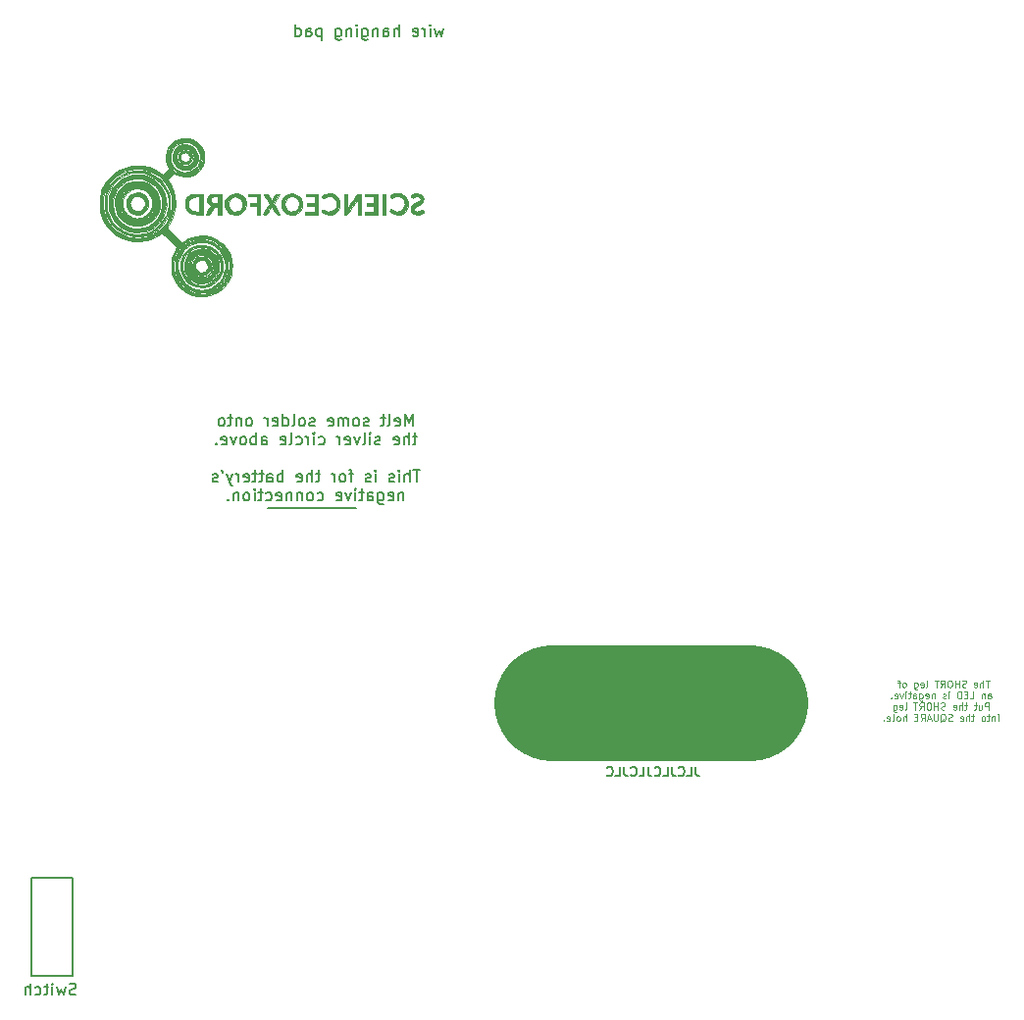
<source format=gbr>
%TF.GenerationSoftware,KiCad,Pcbnew,8.0.5*%
%TF.CreationDate,2025-02-18T12:13:13+00:00*%
%TF.ProjectId,robin,726f6269-6e2e-46b6-9963-61645f706362,v2*%
%TF.SameCoordinates,Original*%
%TF.FileFunction,Legend,Bot*%
%TF.FilePolarity,Positive*%
%FSLAX46Y46*%
G04 Gerber Fmt 4.6, Leading zero omitted, Abs format (unit mm)*
G04 Created by KiCad (PCBNEW 8.0.5) date 2025-02-18 12:13:13*
%MOMM*%
%LPD*%
G01*
G04 APERTURE LIST*
%ADD10C,10.000000*%
%ADD11C,0.125000*%
%ADD12C,0.150000*%
%ADD13C,0.203200*%
%ADD14C,0.010000*%
G04 APERTURE END LIST*
D10*
X172110400Y-110845600D02*
X155041600Y-110845600D01*
D11*
X192780714Y-108864522D02*
X192437857Y-108864522D01*
X192609285Y-109464522D02*
X192609285Y-108864522D01*
X192237856Y-109464522D02*
X192237856Y-108864522D01*
X191980714Y-109464522D02*
X191980714Y-109150236D01*
X191980714Y-109150236D02*
X192009285Y-109093093D01*
X192009285Y-109093093D02*
X192066428Y-109064522D01*
X192066428Y-109064522D02*
X192152142Y-109064522D01*
X192152142Y-109064522D02*
X192209285Y-109093093D01*
X192209285Y-109093093D02*
X192237856Y-109121665D01*
X191466428Y-109435951D02*
X191523571Y-109464522D01*
X191523571Y-109464522D02*
X191637857Y-109464522D01*
X191637857Y-109464522D02*
X191694999Y-109435951D01*
X191694999Y-109435951D02*
X191723571Y-109378808D01*
X191723571Y-109378808D02*
X191723571Y-109150236D01*
X191723571Y-109150236D02*
X191694999Y-109093093D01*
X191694999Y-109093093D02*
X191637857Y-109064522D01*
X191637857Y-109064522D02*
X191523571Y-109064522D01*
X191523571Y-109064522D02*
X191466428Y-109093093D01*
X191466428Y-109093093D02*
X191437857Y-109150236D01*
X191437857Y-109150236D02*
X191437857Y-109207379D01*
X191437857Y-109207379D02*
X191723571Y-109264522D01*
X190752142Y-109435951D02*
X190666428Y-109464522D01*
X190666428Y-109464522D02*
X190523570Y-109464522D01*
X190523570Y-109464522D02*
X190466428Y-109435951D01*
X190466428Y-109435951D02*
X190437856Y-109407379D01*
X190437856Y-109407379D02*
X190409285Y-109350236D01*
X190409285Y-109350236D02*
X190409285Y-109293093D01*
X190409285Y-109293093D02*
X190437856Y-109235951D01*
X190437856Y-109235951D02*
X190466428Y-109207379D01*
X190466428Y-109207379D02*
X190523570Y-109178808D01*
X190523570Y-109178808D02*
X190637856Y-109150236D01*
X190637856Y-109150236D02*
X190694999Y-109121665D01*
X190694999Y-109121665D02*
X190723570Y-109093093D01*
X190723570Y-109093093D02*
X190752142Y-109035951D01*
X190752142Y-109035951D02*
X190752142Y-108978808D01*
X190752142Y-108978808D02*
X190723570Y-108921665D01*
X190723570Y-108921665D02*
X190694999Y-108893093D01*
X190694999Y-108893093D02*
X190637856Y-108864522D01*
X190637856Y-108864522D02*
X190494999Y-108864522D01*
X190494999Y-108864522D02*
X190409285Y-108893093D01*
X190152141Y-109464522D02*
X190152141Y-108864522D01*
X190152141Y-109150236D02*
X189809284Y-109150236D01*
X189809284Y-109464522D02*
X189809284Y-108864522D01*
X189409285Y-108864522D02*
X189294999Y-108864522D01*
X189294999Y-108864522D02*
X189237856Y-108893093D01*
X189237856Y-108893093D02*
X189180713Y-108950236D01*
X189180713Y-108950236D02*
X189152142Y-109064522D01*
X189152142Y-109064522D02*
X189152142Y-109264522D01*
X189152142Y-109264522D02*
X189180713Y-109378808D01*
X189180713Y-109378808D02*
X189237856Y-109435951D01*
X189237856Y-109435951D02*
X189294999Y-109464522D01*
X189294999Y-109464522D02*
X189409285Y-109464522D01*
X189409285Y-109464522D02*
X189466428Y-109435951D01*
X189466428Y-109435951D02*
X189523570Y-109378808D01*
X189523570Y-109378808D02*
X189552142Y-109264522D01*
X189552142Y-109264522D02*
X189552142Y-109064522D01*
X189552142Y-109064522D02*
X189523570Y-108950236D01*
X189523570Y-108950236D02*
X189466428Y-108893093D01*
X189466428Y-108893093D02*
X189409285Y-108864522D01*
X188552142Y-109464522D02*
X188752142Y-109178808D01*
X188894999Y-109464522D02*
X188894999Y-108864522D01*
X188894999Y-108864522D02*
X188666428Y-108864522D01*
X188666428Y-108864522D02*
X188609285Y-108893093D01*
X188609285Y-108893093D02*
X188580714Y-108921665D01*
X188580714Y-108921665D02*
X188552142Y-108978808D01*
X188552142Y-108978808D02*
X188552142Y-109064522D01*
X188552142Y-109064522D02*
X188580714Y-109121665D01*
X188580714Y-109121665D02*
X188609285Y-109150236D01*
X188609285Y-109150236D02*
X188666428Y-109178808D01*
X188666428Y-109178808D02*
X188894999Y-109178808D01*
X188380714Y-108864522D02*
X188037857Y-108864522D01*
X188209285Y-109464522D02*
X188209285Y-108864522D01*
X187294999Y-109464522D02*
X187352142Y-109435951D01*
X187352142Y-109435951D02*
X187380713Y-109378808D01*
X187380713Y-109378808D02*
X187380713Y-108864522D01*
X186837856Y-109435951D02*
X186894999Y-109464522D01*
X186894999Y-109464522D02*
X187009285Y-109464522D01*
X187009285Y-109464522D02*
X187066427Y-109435951D01*
X187066427Y-109435951D02*
X187094999Y-109378808D01*
X187094999Y-109378808D02*
X187094999Y-109150236D01*
X187094999Y-109150236D02*
X187066427Y-109093093D01*
X187066427Y-109093093D02*
X187009285Y-109064522D01*
X187009285Y-109064522D02*
X186894999Y-109064522D01*
X186894999Y-109064522D02*
X186837856Y-109093093D01*
X186837856Y-109093093D02*
X186809285Y-109150236D01*
X186809285Y-109150236D02*
X186809285Y-109207379D01*
X186809285Y-109207379D02*
X187094999Y-109264522D01*
X186294999Y-109064522D02*
X186294999Y-109550236D01*
X186294999Y-109550236D02*
X186323570Y-109607379D01*
X186323570Y-109607379D02*
X186352141Y-109635951D01*
X186352141Y-109635951D02*
X186409284Y-109664522D01*
X186409284Y-109664522D02*
X186494999Y-109664522D01*
X186494999Y-109664522D02*
X186552141Y-109635951D01*
X186294999Y-109435951D02*
X186352141Y-109464522D01*
X186352141Y-109464522D02*
X186466427Y-109464522D01*
X186466427Y-109464522D02*
X186523570Y-109435951D01*
X186523570Y-109435951D02*
X186552141Y-109407379D01*
X186552141Y-109407379D02*
X186580713Y-109350236D01*
X186580713Y-109350236D02*
X186580713Y-109178808D01*
X186580713Y-109178808D02*
X186552141Y-109121665D01*
X186552141Y-109121665D02*
X186523570Y-109093093D01*
X186523570Y-109093093D02*
X186466427Y-109064522D01*
X186466427Y-109064522D02*
X186352141Y-109064522D01*
X186352141Y-109064522D02*
X186294999Y-109093093D01*
X185466427Y-109464522D02*
X185523570Y-109435951D01*
X185523570Y-109435951D02*
X185552141Y-109407379D01*
X185552141Y-109407379D02*
X185580713Y-109350236D01*
X185580713Y-109350236D02*
X185580713Y-109178808D01*
X185580713Y-109178808D02*
X185552141Y-109121665D01*
X185552141Y-109121665D02*
X185523570Y-109093093D01*
X185523570Y-109093093D02*
X185466427Y-109064522D01*
X185466427Y-109064522D02*
X185380713Y-109064522D01*
X185380713Y-109064522D02*
X185323570Y-109093093D01*
X185323570Y-109093093D02*
X185294999Y-109121665D01*
X185294999Y-109121665D02*
X185266427Y-109178808D01*
X185266427Y-109178808D02*
X185266427Y-109350236D01*
X185266427Y-109350236D02*
X185294999Y-109407379D01*
X185294999Y-109407379D02*
X185323570Y-109435951D01*
X185323570Y-109435951D02*
X185380713Y-109464522D01*
X185380713Y-109464522D02*
X185466427Y-109464522D01*
X185094999Y-109064522D02*
X184866427Y-109064522D01*
X185009284Y-109464522D02*
X185009284Y-108950236D01*
X185009284Y-108950236D02*
X184980713Y-108893093D01*
X184980713Y-108893093D02*
X184923570Y-108864522D01*
X184923570Y-108864522D02*
X184866427Y-108864522D01*
X192637856Y-110430488D02*
X192637856Y-110116202D01*
X192637856Y-110116202D02*
X192666427Y-110059059D01*
X192666427Y-110059059D02*
X192723570Y-110030488D01*
X192723570Y-110030488D02*
X192837856Y-110030488D01*
X192837856Y-110030488D02*
X192894998Y-110059059D01*
X192637856Y-110401917D02*
X192694998Y-110430488D01*
X192694998Y-110430488D02*
X192837856Y-110430488D01*
X192837856Y-110430488D02*
X192894998Y-110401917D01*
X192894998Y-110401917D02*
X192923570Y-110344774D01*
X192923570Y-110344774D02*
X192923570Y-110287631D01*
X192923570Y-110287631D02*
X192894998Y-110230488D01*
X192894998Y-110230488D02*
X192837856Y-110201917D01*
X192837856Y-110201917D02*
X192694998Y-110201917D01*
X192694998Y-110201917D02*
X192637856Y-110173345D01*
X192352141Y-110030488D02*
X192352141Y-110430488D01*
X192352141Y-110087631D02*
X192323570Y-110059059D01*
X192323570Y-110059059D02*
X192266427Y-110030488D01*
X192266427Y-110030488D02*
X192180713Y-110030488D01*
X192180713Y-110030488D02*
X192123570Y-110059059D01*
X192123570Y-110059059D02*
X192094999Y-110116202D01*
X192094999Y-110116202D02*
X192094999Y-110430488D01*
X191066427Y-110430488D02*
X191352141Y-110430488D01*
X191352141Y-110430488D02*
X191352141Y-109830488D01*
X190866427Y-110116202D02*
X190666427Y-110116202D01*
X190580713Y-110430488D02*
X190866427Y-110430488D01*
X190866427Y-110430488D02*
X190866427Y-109830488D01*
X190866427Y-109830488D02*
X190580713Y-109830488D01*
X190323570Y-110430488D02*
X190323570Y-109830488D01*
X190323570Y-109830488D02*
X190180713Y-109830488D01*
X190180713Y-109830488D02*
X190094999Y-109859059D01*
X190094999Y-109859059D02*
X190037856Y-109916202D01*
X190037856Y-109916202D02*
X190009285Y-109973345D01*
X190009285Y-109973345D02*
X189980713Y-110087631D01*
X189980713Y-110087631D02*
X189980713Y-110173345D01*
X189980713Y-110173345D02*
X190009285Y-110287631D01*
X190009285Y-110287631D02*
X190037856Y-110344774D01*
X190037856Y-110344774D02*
X190094999Y-110401917D01*
X190094999Y-110401917D02*
X190180713Y-110430488D01*
X190180713Y-110430488D02*
X190323570Y-110430488D01*
X189266427Y-110430488D02*
X189266427Y-110030488D01*
X189266427Y-109830488D02*
X189294999Y-109859059D01*
X189294999Y-109859059D02*
X189266427Y-109887631D01*
X189266427Y-109887631D02*
X189237856Y-109859059D01*
X189237856Y-109859059D02*
X189266427Y-109830488D01*
X189266427Y-109830488D02*
X189266427Y-109887631D01*
X189009285Y-110401917D02*
X188952142Y-110430488D01*
X188952142Y-110430488D02*
X188837856Y-110430488D01*
X188837856Y-110430488D02*
X188780713Y-110401917D01*
X188780713Y-110401917D02*
X188752142Y-110344774D01*
X188752142Y-110344774D02*
X188752142Y-110316202D01*
X188752142Y-110316202D02*
X188780713Y-110259059D01*
X188780713Y-110259059D02*
X188837856Y-110230488D01*
X188837856Y-110230488D02*
X188923571Y-110230488D01*
X188923571Y-110230488D02*
X188980713Y-110201917D01*
X188980713Y-110201917D02*
X189009285Y-110144774D01*
X189009285Y-110144774D02*
X189009285Y-110116202D01*
X189009285Y-110116202D02*
X188980713Y-110059059D01*
X188980713Y-110059059D02*
X188923571Y-110030488D01*
X188923571Y-110030488D02*
X188837856Y-110030488D01*
X188837856Y-110030488D02*
X188780713Y-110059059D01*
X188037856Y-110030488D02*
X188037856Y-110430488D01*
X188037856Y-110087631D02*
X188009285Y-110059059D01*
X188009285Y-110059059D02*
X187952142Y-110030488D01*
X187952142Y-110030488D02*
X187866428Y-110030488D01*
X187866428Y-110030488D02*
X187809285Y-110059059D01*
X187809285Y-110059059D02*
X187780714Y-110116202D01*
X187780714Y-110116202D02*
X187780714Y-110430488D01*
X187266428Y-110401917D02*
X187323571Y-110430488D01*
X187323571Y-110430488D02*
X187437857Y-110430488D01*
X187437857Y-110430488D02*
X187494999Y-110401917D01*
X187494999Y-110401917D02*
X187523571Y-110344774D01*
X187523571Y-110344774D02*
X187523571Y-110116202D01*
X187523571Y-110116202D02*
X187494999Y-110059059D01*
X187494999Y-110059059D02*
X187437857Y-110030488D01*
X187437857Y-110030488D02*
X187323571Y-110030488D01*
X187323571Y-110030488D02*
X187266428Y-110059059D01*
X187266428Y-110059059D02*
X187237857Y-110116202D01*
X187237857Y-110116202D02*
X187237857Y-110173345D01*
X187237857Y-110173345D02*
X187523571Y-110230488D01*
X186723571Y-110030488D02*
X186723571Y-110516202D01*
X186723571Y-110516202D02*
X186752142Y-110573345D01*
X186752142Y-110573345D02*
X186780713Y-110601917D01*
X186780713Y-110601917D02*
X186837856Y-110630488D01*
X186837856Y-110630488D02*
X186923571Y-110630488D01*
X186923571Y-110630488D02*
X186980713Y-110601917D01*
X186723571Y-110401917D02*
X186780713Y-110430488D01*
X186780713Y-110430488D02*
X186894999Y-110430488D01*
X186894999Y-110430488D02*
X186952142Y-110401917D01*
X186952142Y-110401917D02*
X186980713Y-110373345D01*
X186980713Y-110373345D02*
X187009285Y-110316202D01*
X187009285Y-110316202D02*
X187009285Y-110144774D01*
X187009285Y-110144774D02*
X186980713Y-110087631D01*
X186980713Y-110087631D02*
X186952142Y-110059059D01*
X186952142Y-110059059D02*
X186894999Y-110030488D01*
X186894999Y-110030488D02*
X186780713Y-110030488D01*
X186780713Y-110030488D02*
X186723571Y-110059059D01*
X186180714Y-110430488D02*
X186180714Y-110116202D01*
X186180714Y-110116202D02*
X186209285Y-110059059D01*
X186209285Y-110059059D02*
X186266428Y-110030488D01*
X186266428Y-110030488D02*
X186380714Y-110030488D01*
X186380714Y-110030488D02*
X186437856Y-110059059D01*
X186180714Y-110401917D02*
X186237856Y-110430488D01*
X186237856Y-110430488D02*
X186380714Y-110430488D01*
X186380714Y-110430488D02*
X186437856Y-110401917D01*
X186437856Y-110401917D02*
X186466428Y-110344774D01*
X186466428Y-110344774D02*
X186466428Y-110287631D01*
X186466428Y-110287631D02*
X186437856Y-110230488D01*
X186437856Y-110230488D02*
X186380714Y-110201917D01*
X186380714Y-110201917D02*
X186237856Y-110201917D01*
X186237856Y-110201917D02*
X186180714Y-110173345D01*
X185980714Y-110030488D02*
X185752142Y-110030488D01*
X185894999Y-109830488D02*
X185894999Y-110344774D01*
X185894999Y-110344774D02*
X185866428Y-110401917D01*
X185866428Y-110401917D02*
X185809285Y-110430488D01*
X185809285Y-110430488D02*
X185752142Y-110430488D01*
X185552142Y-110430488D02*
X185552142Y-110030488D01*
X185552142Y-109830488D02*
X185580714Y-109859059D01*
X185580714Y-109859059D02*
X185552142Y-109887631D01*
X185552142Y-109887631D02*
X185523571Y-109859059D01*
X185523571Y-109859059D02*
X185552142Y-109830488D01*
X185552142Y-109830488D02*
X185552142Y-109887631D01*
X185323571Y-110030488D02*
X185180714Y-110430488D01*
X185180714Y-110430488D02*
X185037857Y-110030488D01*
X184580714Y-110401917D02*
X184637857Y-110430488D01*
X184637857Y-110430488D02*
X184752143Y-110430488D01*
X184752143Y-110430488D02*
X184809285Y-110401917D01*
X184809285Y-110401917D02*
X184837857Y-110344774D01*
X184837857Y-110344774D02*
X184837857Y-110116202D01*
X184837857Y-110116202D02*
X184809285Y-110059059D01*
X184809285Y-110059059D02*
X184752143Y-110030488D01*
X184752143Y-110030488D02*
X184637857Y-110030488D01*
X184637857Y-110030488D02*
X184580714Y-110059059D01*
X184580714Y-110059059D02*
X184552143Y-110116202D01*
X184552143Y-110116202D02*
X184552143Y-110173345D01*
X184552143Y-110173345D02*
X184837857Y-110230488D01*
X184294999Y-110373345D02*
X184266428Y-110401917D01*
X184266428Y-110401917D02*
X184294999Y-110430488D01*
X184294999Y-110430488D02*
X184323571Y-110401917D01*
X184323571Y-110401917D02*
X184294999Y-110373345D01*
X184294999Y-110373345D02*
X184294999Y-110430488D01*
X192709285Y-111396454D02*
X192709285Y-110796454D01*
X192709285Y-110796454D02*
X192480714Y-110796454D01*
X192480714Y-110796454D02*
X192423571Y-110825025D01*
X192423571Y-110825025D02*
X192395000Y-110853597D01*
X192395000Y-110853597D02*
X192366428Y-110910740D01*
X192366428Y-110910740D02*
X192366428Y-110996454D01*
X192366428Y-110996454D02*
X192395000Y-111053597D01*
X192395000Y-111053597D02*
X192423571Y-111082168D01*
X192423571Y-111082168D02*
X192480714Y-111110740D01*
X192480714Y-111110740D02*
X192709285Y-111110740D01*
X191852143Y-110996454D02*
X191852143Y-111396454D01*
X192109285Y-110996454D02*
X192109285Y-111310740D01*
X192109285Y-111310740D02*
X192080714Y-111367883D01*
X192080714Y-111367883D02*
X192023571Y-111396454D01*
X192023571Y-111396454D02*
X191937857Y-111396454D01*
X191937857Y-111396454D02*
X191880714Y-111367883D01*
X191880714Y-111367883D02*
X191852143Y-111339311D01*
X191652143Y-110996454D02*
X191423571Y-110996454D01*
X191566428Y-110796454D02*
X191566428Y-111310740D01*
X191566428Y-111310740D02*
X191537857Y-111367883D01*
X191537857Y-111367883D02*
X191480714Y-111396454D01*
X191480714Y-111396454D02*
X191423571Y-111396454D01*
X190852143Y-110996454D02*
X190623571Y-110996454D01*
X190766428Y-110796454D02*
X190766428Y-111310740D01*
X190766428Y-111310740D02*
X190737857Y-111367883D01*
X190737857Y-111367883D02*
X190680714Y-111396454D01*
X190680714Y-111396454D02*
X190623571Y-111396454D01*
X190423571Y-111396454D02*
X190423571Y-110796454D01*
X190166429Y-111396454D02*
X190166429Y-111082168D01*
X190166429Y-111082168D02*
X190195000Y-111025025D01*
X190195000Y-111025025D02*
X190252143Y-110996454D01*
X190252143Y-110996454D02*
X190337857Y-110996454D01*
X190337857Y-110996454D02*
X190395000Y-111025025D01*
X190395000Y-111025025D02*
X190423571Y-111053597D01*
X189652143Y-111367883D02*
X189709286Y-111396454D01*
X189709286Y-111396454D02*
X189823572Y-111396454D01*
X189823572Y-111396454D02*
X189880714Y-111367883D01*
X189880714Y-111367883D02*
X189909286Y-111310740D01*
X189909286Y-111310740D02*
X189909286Y-111082168D01*
X189909286Y-111082168D02*
X189880714Y-111025025D01*
X189880714Y-111025025D02*
X189823572Y-110996454D01*
X189823572Y-110996454D02*
X189709286Y-110996454D01*
X189709286Y-110996454D02*
X189652143Y-111025025D01*
X189652143Y-111025025D02*
X189623572Y-111082168D01*
X189623572Y-111082168D02*
X189623572Y-111139311D01*
X189623572Y-111139311D02*
X189909286Y-111196454D01*
X188937857Y-111367883D02*
X188852143Y-111396454D01*
X188852143Y-111396454D02*
X188709285Y-111396454D01*
X188709285Y-111396454D02*
X188652143Y-111367883D01*
X188652143Y-111367883D02*
X188623571Y-111339311D01*
X188623571Y-111339311D02*
X188595000Y-111282168D01*
X188595000Y-111282168D02*
X188595000Y-111225025D01*
X188595000Y-111225025D02*
X188623571Y-111167883D01*
X188623571Y-111167883D02*
X188652143Y-111139311D01*
X188652143Y-111139311D02*
X188709285Y-111110740D01*
X188709285Y-111110740D02*
X188823571Y-111082168D01*
X188823571Y-111082168D02*
X188880714Y-111053597D01*
X188880714Y-111053597D02*
X188909285Y-111025025D01*
X188909285Y-111025025D02*
X188937857Y-110967883D01*
X188937857Y-110967883D02*
X188937857Y-110910740D01*
X188937857Y-110910740D02*
X188909285Y-110853597D01*
X188909285Y-110853597D02*
X188880714Y-110825025D01*
X188880714Y-110825025D02*
X188823571Y-110796454D01*
X188823571Y-110796454D02*
X188680714Y-110796454D01*
X188680714Y-110796454D02*
X188595000Y-110825025D01*
X188337856Y-111396454D02*
X188337856Y-110796454D01*
X188337856Y-111082168D02*
X187994999Y-111082168D01*
X187994999Y-111396454D02*
X187994999Y-110796454D01*
X187595000Y-110796454D02*
X187480714Y-110796454D01*
X187480714Y-110796454D02*
X187423571Y-110825025D01*
X187423571Y-110825025D02*
X187366428Y-110882168D01*
X187366428Y-110882168D02*
X187337857Y-110996454D01*
X187337857Y-110996454D02*
X187337857Y-111196454D01*
X187337857Y-111196454D02*
X187366428Y-111310740D01*
X187366428Y-111310740D02*
X187423571Y-111367883D01*
X187423571Y-111367883D02*
X187480714Y-111396454D01*
X187480714Y-111396454D02*
X187595000Y-111396454D01*
X187595000Y-111396454D02*
X187652143Y-111367883D01*
X187652143Y-111367883D02*
X187709285Y-111310740D01*
X187709285Y-111310740D02*
X187737857Y-111196454D01*
X187737857Y-111196454D02*
X187737857Y-110996454D01*
X187737857Y-110996454D02*
X187709285Y-110882168D01*
X187709285Y-110882168D02*
X187652143Y-110825025D01*
X187652143Y-110825025D02*
X187595000Y-110796454D01*
X186737857Y-111396454D02*
X186937857Y-111110740D01*
X187080714Y-111396454D02*
X187080714Y-110796454D01*
X187080714Y-110796454D02*
X186852143Y-110796454D01*
X186852143Y-110796454D02*
X186795000Y-110825025D01*
X186795000Y-110825025D02*
X186766429Y-110853597D01*
X186766429Y-110853597D02*
X186737857Y-110910740D01*
X186737857Y-110910740D02*
X186737857Y-110996454D01*
X186737857Y-110996454D02*
X186766429Y-111053597D01*
X186766429Y-111053597D02*
X186795000Y-111082168D01*
X186795000Y-111082168D02*
X186852143Y-111110740D01*
X186852143Y-111110740D02*
X187080714Y-111110740D01*
X186566429Y-110796454D02*
X186223572Y-110796454D01*
X186395000Y-111396454D02*
X186395000Y-110796454D01*
X185480714Y-111396454D02*
X185537857Y-111367883D01*
X185537857Y-111367883D02*
X185566428Y-111310740D01*
X185566428Y-111310740D02*
X185566428Y-110796454D01*
X185023571Y-111367883D02*
X185080714Y-111396454D01*
X185080714Y-111396454D02*
X185195000Y-111396454D01*
X185195000Y-111396454D02*
X185252142Y-111367883D01*
X185252142Y-111367883D02*
X185280714Y-111310740D01*
X185280714Y-111310740D02*
X185280714Y-111082168D01*
X185280714Y-111082168D02*
X185252142Y-111025025D01*
X185252142Y-111025025D02*
X185195000Y-110996454D01*
X185195000Y-110996454D02*
X185080714Y-110996454D01*
X185080714Y-110996454D02*
X185023571Y-111025025D01*
X185023571Y-111025025D02*
X184995000Y-111082168D01*
X184995000Y-111082168D02*
X184995000Y-111139311D01*
X184995000Y-111139311D02*
X185280714Y-111196454D01*
X184480714Y-110996454D02*
X184480714Y-111482168D01*
X184480714Y-111482168D02*
X184509285Y-111539311D01*
X184509285Y-111539311D02*
X184537856Y-111567883D01*
X184537856Y-111567883D02*
X184594999Y-111596454D01*
X184594999Y-111596454D02*
X184680714Y-111596454D01*
X184680714Y-111596454D02*
X184737856Y-111567883D01*
X184480714Y-111367883D02*
X184537856Y-111396454D01*
X184537856Y-111396454D02*
X184652142Y-111396454D01*
X184652142Y-111396454D02*
X184709285Y-111367883D01*
X184709285Y-111367883D02*
X184737856Y-111339311D01*
X184737856Y-111339311D02*
X184766428Y-111282168D01*
X184766428Y-111282168D02*
X184766428Y-111110740D01*
X184766428Y-111110740D02*
X184737856Y-111053597D01*
X184737856Y-111053597D02*
X184709285Y-111025025D01*
X184709285Y-111025025D02*
X184652142Y-110996454D01*
X184652142Y-110996454D02*
X184537856Y-110996454D01*
X184537856Y-110996454D02*
X184480714Y-111025025D01*
X193537856Y-112362420D02*
X193537856Y-111962420D01*
X193537856Y-111762420D02*
X193566428Y-111790991D01*
X193566428Y-111790991D02*
X193537856Y-111819563D01*
X193537856Y-111819563D02*
X193509285Y-111790991D01*
X193509285Y-111790991D02*
X193537856Y-111762420D01*
X193537856Y-111762420D02*
X193537856Y-111819563D01*
X193252142Y-111962420D02*
X193252142Y-112362420D01*
X193252142Y-112019563D02*
X193223571Y-111990991D01*
X193223571Y-111990991D02*
X193166428Y-111962420D01*
X193166428Y-111962420D02*
X193080714Y-111962420D01*
X193080714Y-111962420D02*
X193023571Y-111990991D01*
X193023571Y-111990991D02*
X192995000Y-112048134D01*
X192995000Y-112048134D02*
X192995000Y-112362420D01*
X192795000Y-111962420D02*
X192566428Y-111962420D01*
X192709285Y-111762420D02*
X192709285Y-112276706D01*
X192709285Y-112276706D02*
X192680714Y-112333849D01*
X192680714Y-112333849D02*
X192623571Y-112362420D01*
X192623571Y-112362420D02*
X192566428Y-112362420D01*
X192280714Y-112362420D02*
X192337857Y-112333849D01*
X192337857Y-112333849D02*
X192366428Y-112305277D01*
X192366428Y-112305277D02*
X192395000Y-112248134D01*
X192395000Y-112248134D02*
X192395000Y-112076706D01*
X192395000Y-112076706D02*
X192366428Y-112019563D01*
X192366428Y-112019563D02*
X192337857Y-111990991D01*
X192337857Y-111990991D02*
X192280714Y-111962420D01*
X192280714Y-111962420D02*
X192195000Y-111962420D01*
X192195000Y-111962420D02*
X192137857Y-111990991D01*
X192137857Y-111990991D02*
X192109286Y-112019563D01*
X192109286Y-112019563D02*
X192080714Y-112076706D01*
X192080714Y-112076706D02*
X192080714Y-112248134D01*
X192080714Y-112248134D02*
X192109286Y-112305277D01*
X192109286Y-112305277D02*
X192137857Y-112333849D01*
X192137857Y-112333849D02*
X192195000Y-112362420D01*
X192195000Y-112362420D02*
X192280714Y-112362420D01*
X191452143Y-111962420D02*
X191223571Y-111962420D01*
X191366428Y-111762420D02*
X191366428Y-112276706D01*
X191366428Y-112276706D02*
X191337857Y-112333849D01*
X191337857Y-112333849D02*
X191280714Y-112362420D01*
X191280714Y-112362420D02*
X191223571Y-112362420D01*
X191023571Y-112362420D02*
X191023571Y-111762420D01*
X190766429Y-112362420D02*
X190766429Y-112048134D01*
X190766429Y-112048134D02*
X190795000Y-111990991D01*
X190795000Y-111990991D02*
X190852143Y-111962420D01*
X190852143Y-111962420D02*
X190937857Y-111962420D01*
X190937857Y-111962420D02*
X190995000Y-111990991D01*
X190995000Y-111990991D02*
X191023571Y-112019563D01*
X190252143Y-112333849D02*
X190309286Y-112362420D01*
X190309286Y-112362420D02*
X190423572Y-112362420D01*
X190423572Y-112362420D02*
X190480714Y-112333849D01*
X190480714Y-112333849D02*
X190509286Y-112276706D01*
X190509286Y-112276706D02*
X190509286Y-112048134D01*
X190509286Y-112048134D02*
X190480714Y-111990991D01*
X190480714Y-111990991D02*
X190423572Y-111962420D01*
X190423572Y-111962420D02*
X190309286Y-111962420D01*
X190309286Y-111962420D02*
X190252143Y-111990991D01*
X190252143Y-111990991D02*
X190223572Y-112048134D01*
X190223572Y-112048134D02*
X190223572Y-112105277D01*
X190223572Y-112105277D02*
X190509286Y-112162420D01*
X189537857Y-112333849D02*
X189452143Y-112362420D01*
X189452143Y-112362420D02*
X189309285Y-112362420D01*
X189309285Y-112362420D02*
X189252143Y-112333849D01*
X189252143Y-112333849D02*
X189223571Y-112305277D01*
X189223571Y-112305277D02*
X189195000Y-112248134D01*
X189195000Y-112248134D02*
X189195000Y-112190991D01*
X189195000Y-112190991D02*
X189223571Y-112133849D01*
X189223571Y-112133849D02*
X189252143Y-112105277D01*
X189252143Y-112105277D02*
X189309285Y-112076706D01*
X189309285Y-112076706D02*
X189423571Y-112048134D01*
X189423571Y-112048134D02*
X189480714Y-112019563D01*
X189480714Y-112019563D02*
X189509285Y-111990991D01*
X189509285Y-111990991D02*
X189537857Y-111933849D01*
X189537857Y-111933849D02*
X189537857Y-111876706D01*
X189537857Y-111876706D02*
X189509285Y-111819563D01*
X189509285Y-111819563D02*
X189480714Y-111790991D01*
X189480714Y-111790991D02*
X189423571Y-111762420D01*
X189423571Y-111762420D02*
X189280714Y-111762420D01*
X189280714Y-111762420D02*
X189195000Y-111790991D01*
X188537856Y-112419563D02*
X188594999Y-112390991D01*
X188594999Y-112390991D02*
X188652142Y-112333849D01*
X188652142Y-112333849D02*
X188737856Y-112248134D01*
X188737856Y-112248134D02*
X188794999Y-112219563D01*
X188794999Y-112219563D02*
X188852142Y-112219563D01*
X188823571Y-112362420D02*
X188880714Y-112333849D01*
X188880714Y-112333849D02*
X188937856Y-112276706D01*
X188937856Y-112276706D02*
X188966428Y-112162420D01*
X188966428Y-112162420D02*
X188966428Y-111962420D01*
X188966428Y-111962420D02*
X188937856Y-111848134D01*
X188937856Y-111848134D02*
X188880714Y-111790991D01*
X188880714Y-111790991D02*
X188823571Y-111762420D01*
X188823571Y-111762420D02*
X188709285Y-111762420D01*
X188709285Y-111762420D02*
X188652142Y-111790991D01*
X188652142Y-111790991D02*
X188594999Y-111848134D01*
X188594999Y-111848134D02*
X188566428Y-111962420D01*
X188566428Y-111962420D02*
X188566428Y-112162420D01*
X188566428Y-112162420D02*
X188594999Y-112276706D01*
X188594999Y-112276706D02*
X188652142Y-112333849D01*
X188652142Y-112333849D02*
X188709285Y-112362420D01*
X188709285Y-112362420D02*
X188823571Y-112362420D01*
X188309285Y-111762420D02*
X188309285Y-112248134D01*
X188309285Y-112248134D02*
X188280714Y-112305277D01*
X188280714Y-112305277D02*
X188252143Y-112333849D01*
X188252143Y-112333849D02*
X188195000Y-112362420D01*
X188195000Y-112362420D02*
X188080714Y-112362420D01*
X188080714Y-112362420D02*
X188023571Y-112333849D01*
X188023571Y-112333849D02*
X187995000Y-112305277D01*
X187995000Y-112305277D02*
X187966428Y-112248134D01*
X187966428Y-112248134D02*
X187966428Y-111762420D01*
X187709286Y-112190991D02*
X187423572Y-112190991D01*
X187766429Y-112362420D02*
X187566429Y-111762420D01*
X187566429Y-111762420D02*
X187366429Y-112362420D01*
X186823571Y-112362420D02*
X187023571Y-112076706D01*
X187166428Y-112362420D02*
X187166428Y-111762420D01*
X187166428Y-111762420D02*
X186937857Y-111762420D01*
X186937857Y-111762420D02*
X186880714Y-111790991D01*
X186880714Y-111790991D02*
X186852143Y-111819563D01*
X186852143Y-111819563D02*
X186823571Y-111876706D01*
X186823571Y-111876706D02*
X186823571Y-111962420D01*
X186823571Y-111962420D02*
X186852143Y-112019563D01*
X186852143Y-112019563D02*
X186880714Y-112048134D01*
X186880714Y-112048134D02*
X186937857Y-112076706D01*
X186937857Y-112076706D02*
X187166428Y-112076706D01*
X186566428Y-112048134D02*
X186366428Y-112048134D01*
X186280714Y-112362420D02*
X186566428Y-112362420D01*
X186566428Y-112362420D02*
X186566428Y-111762420D01*
X186566428Y-111762420D02*
X186280714Y-111762420D01*
X185566428Y-112362420D02*
X185566428Y-111762420D01*
X185309286Y-112362420D02*
X185309286Y-112048134D01*
X185309286Y-112048134D02*
X185337857Y-111990991D01*
X185337857Y-111990991D02*
X185395000Y-111962420D01*
X185395000Y-111962420D02*
X185480714Y-111962420D01*
X185480714Y-111962420D02*
X185537857Y-111990991D01*
X185537857Y-111990991D02*
X185566428Y-112019563D01*
X184937857Y-112362420D02*
X184995000Y-112333849D01*
X184995000Y-112333849D02*
X185023571Y-112305277D01*
X185023571Y-112305277D02*
X185052143Y-112248134D01*
X185052143Y-112248134D02*
X185052143Y-112076706D01*
X185052143Y-112076706D02*
X185023571Y-112019563D01*
X185023571Y-112019563D02*
X184995000Y-111990991D01*
X184995000Y-111990991D02*
X184937857Y-111962420D01*
X184937857Y-111962420D02*
X184852143Y-111962420D01*
X184852143Y-111962420D02*
X184795000Y-111990991D01*
X184795000Y-111990991D02*
X184766429Y-112019563D01*
X184766429Y-112019563D02*
X184737857Y-112076706D01*
X184737857Y-112076706D02*
X184737857Y-112248134D01*
X184737857Y-112248134D02*
X184766429Y-112305277D01*
X184766429Y-112305277D02*
X184795000Y-112333849D01*
X184795000Y-112333849D02*
X184852143Y-112362420D01*
X184852143Y-112362420D02*
X184937857Y-112362420D01*
X184395000Y-112362420D02*
X184452143Y-112333849D01*
X184452143Y-112333849D02*
X184480714Y-112276706D01*
X184480714Y-112276706D02*
X184480714Y-111762420D01*
X183937857Y-112333849D02*
X183995000Y-112362420D01*
X183995000Y-112362420D02*
X184109286Y-112362420D01*
X184109286Y-112362420D02*
X184166428Y-112333849D01*
X184166428Y-112333849D02*
X184195000Y-112276706D01*
X184195000Y-112276706D02*
X184195000Y-112048134D01*
X184195000Y-112048134D02*
X184166428Y-111990991D01*
X184166428Y-111990991D02*
X184109286Y-111962420D01*
X184109286Y-111962420D02*
X183995000Y-111962420D01*
X183995000Y-111962420D02*
X183937857Y-111990991D01*
X183937857Y-111990991D02*
X183909286Y-112048134D01*
X183909286Y-112048134D02*
X183909286Y-112105277D01*
X183909286Y-112105277D02*
X184195000Y-112162420D01*
X183652142Y-112305277D02*
X183623571Y-112333849D01*
X183623571Y-112333849D02*
X183652142Y-112362420D01*
X183652142Y-112362420D02*
X183680714Y-112333849D01*
X183680714Y-112333849D02*
X183652142Y-112305277D01*
X183652142Y-112305277D02*
X183652142Y-112362420D01*
D12*
X142977144Y-86896931D02*
X142977144Y-85896931D01*
X142977144Y-85896931D02*
X142643811Y-86611216D01*
X142643811Y-86611216D02*
X142310478Y-85896931D01*
X142310478Y-85896931D02*
X142310478Y-86896931D01*
X141453335Y-86849312D02*
X141548573Y-86896931D01*
X141548573Y-86896931D02*
X141739049Y-86896931D01*
X141739049Y-86896931D02*
X141834287Y-86849312D01*
X141834287Y-86849312D02*
X141881906Y-86754073D01*
X141881906Y-86754073D02*
X141881906Y-86373121D01*
X141881906Y-86373121D02*
X141834287Y-86277883D01*
X141834287Y-86277883D02*
X141739049Y-86230264D01*
X141739049Y-86230264D02*
X141548573Y-86230264D01*
X141548573Y-86230264D02*
X141453335Y-86277883D01*
X141453335Y-86277883D02*
X141405716Y-86373121D01*
X141405716Y-86373121D02*
X141405716Y-86468359D01*
X141405716Y-86468359D02*
X141881906Y-86563597D01*
X140834287Y-86896931D02*
X140929525Y-86849312D01*
X140929525Y-86849312D02*
X140977144Y-86754073D01*
X140977144Y-86754073D02*
X140977144Y-85896931D01*
X140596191Y-86230264D02*
X140215239Y-86230264D01*
X140453334Y-85896931D02*
X140453334Y-86754073D01*
X140453334Y-86754073D02*
X140405715Y-86849312D01*
X140405715Y-86849312D02*
X140310477Y-86896931D01*
X140310477Y-86896931D02*
X140215239Y-86896931D01*
X139167619Y-86849312D02*
X139072381Y-86896931D01*
X139072381Y-86896931D02*
X138881905Y-86896931D01*
X138881905Y-86896931D02*
X138786667Y-86849312D01*
X138786667Y-86849312D02*
X138739048Y-86754073D01*
X138739048Y-86754073D02*
X138739048Y-86706454D01*
X138739048Y-86706454D02*
X138786667Y-86611216D01*
X138786667Y-86611216D02*
X138881905Y-86563597D01*
X138881905Y-86563597D02*
X139024762Y-86563597D01*
X139024762Y-86563597D02*
X139120000Y-86515978D01*
X139120000Y-86515978D02*
X139167619Y-86420740D01*
X139167619Y-86420740D02*
X139167619Y-86373121D01*
X139167619Y-86373121D02*
X139120000Y-86277883D01*
X139120000Y-86277883D02*
X139024762Y-86230264D01*
X139024762Y-86230264D02*
X138881905Y-86230264D01*
X138881905Y-86230264D02*
X138786667Y-86277883D01*
X138167619Y-86896931D02*
X138262857Y-86849312D01*
X138262857Y-86849312D02*
X138310476Y-86801692D01*
X138310476Y-86801692D02*
X138358095Y-86706454D01*
X138358095Y-86706454D02*
X138358095Y-86420740D01*
X138358095Y-86420740D02*
X138310476Y-86325502D01*
X138310476Y-86325502D02*
X138262857Y-86277883D01*
X138262857Y-86277883D02*
X138167619Y-86230264D01*
X138167619Y-86230264D02*
X138024762Y-86230264D01*
X138024762Y-86230264D02*
X137929524Y-86277883D01*
X137929524Y-86277883D02*
X137881905Y-86325502D01*
X137881905Y-86325502D02*
X137834286Y-86420740D01*
X137834286Y-86420740D02*
X137834286Y-86706454D01*
X137834286Y-86706454D02*
X137881905Y-86801692D01*
X137881905Y-86801692D02*
X137929524Y-86849312D01*
X137929524Y-86849312D02*
X138024762Y-86896931D01*
X138024762Y-86896931D02*
X138167619Y-86896931D01*
X137405714Y-86896931D02*
X137405714Y-86230264D01*
X137405714Y-86325502D02*
X137358095Y-86277883D01*
X137358095Y-86277883D02*
X137262857Y-86230264D01*
X137262857Y-86230264D02*
X137120000Y-86230264D01*
X137120000Y-86230264D02*
X137024762Y-86277883D01*
X137024762Y-86277883D02*
X136977143Y-86373121D01*
X136977143Y-86373121D02*
X136977143Y-86896931D01*
X136977143Y-86373121D02*
X136929524Y-86277883D01*
X136929524Y-86277883D02*
X136834286Y-86230264D01*
X136834286Y-86230264D02*
X136691429Y-86230264D01*
X136691429Y-86230264D02*
X136596190Y-86277883D01*
X136596190Y-86277883D02*
X136548571Y-86373121D01*
X136548571Y-86373121D02*
X136548571Y-86896931D01*
X135691429Y-86849312D02*
X135786667Y-86896931D01*
X135786667Y-86896931D02*
X135977143Y-86896931D01*
X135977143Y-86896931D02*
X136072381Y-86849312D01*
X136072381Y-86849312D02*
X136120000Y-86754073D01*
X136120000Y-86754073D02*
X136120000Y-86373121D01*
X136120000Y-86373121D02*
X136072381Y-86277883D01*
X136072381Y-86277883D02*
X135977143Y-86230264D01*
X135977143Y-86230264D02*
X135786667Y-86230264D01*
X135786667Y-86230264D02*
X135691429Y-86277883D01*
X135691429Y-86277883D02*
X135643810Y-86373121D01*
X135643810Y-86373121D02*
X135643810Y-86468359D01*
X135643810Y-86468359D02*
X136120000Y-86563597D01*
X134500952Y-86849312D02*
X134405714Y-86896931D01*
X134405714Y-86896931D02*
X134215238Y-86896931D01*
X134215238Y-86896931D02*
X134120000Y-86849312D01*
X134120000Y-86849312D02*
X134072381Y-86754073D01*
X134072381Y-86754073D02*
X134072381Y-86706454D01*
X134072381Y-86706454D02*
X134120000Y-86611216D01*
X134120000Y-86611216D02*
X134215238Y-86563597D01*
X134215238Y-86563597D02*
X134358095Y-86563597D01*
X134358095Y-86563597D02*
X134453333Y-86515978D01*
X134453333Y-86515978D02*
X134500952Y-86420740D01*
X134500952Y-86420740D02*
X134500952Y-86373121D01*
X134500952Y-86373121D02*
X134453333Y-86277883D01*
X134453333Y-86277883D02*
X134358095Y-86230264D01*
X134358095Y-86230264D02*
X134215238Y-86230264D01*
X134215238Y-86230264D02*
X134120000Y-86277883D01*
X133500952Y-86896931D02*
X133596190Y-86849312D01*
X133596190Y-86849312D02*
X133643809Y-86801692D01*
X133643809Y-86801692D02*
X133691428Y-86706454D01*
X133691428Y-86706454D02*
X133691428Y-86420740D01*
X133691428Y-86420740D02*
X133643809Y-86325502D01*
X133643809Y-86325502D02*
X133596190Y-86277883D01*
X133596190Y-86277883D02*
X133500952Y-86230264D01*
X133500952Y-86230264D02*
X133358095Y-86230264D01*
X133358095Y-86230264D02*
X133262857Y-86277883D01*
X133262857Y-86277883D02*
X133215238Y-86325502D01*
X133215238Y-86325502D02*
X133167619Y-86420740D01*
X133167619Y-86420740D02*
X133167619Y-86706454D01*
X133167619Y-86706454D02*
X133215238Y-86801692D01*
X133215238Y-86801692D02*
X133262857Y-86849312D01*
X133262857Y-86849312D02*
X133358095Y-86896931D01*
X133358095Y-86896931D02*
X133500952Y-86896931D01*
X132596190Y-86896931D02*
X132691428Y-86849312D01*
X132691428Y-86849312D02*
X132739047Y-86754073D01*
X132739047Y-86754073D02*
X132739047Y-85896931D01*
X131786666Y-86896931D02*
X131786666Y-85896931D01*
X131786666Y-86849312D02*
X131881904Y-86896931D01*
X131881904Y-86896931D02*
X132072380Y-86896931D01*
X132072380Y-86896931D02*
X132167618Y-86849312D01*
X132167618Y-86849312D02*
X132215237Y-86801692D01*
X132215237Y-86801692D02*
X132262856Y-86706454D01*
X132262856Y-86706454D02*
X132262856Y-86420740D01*
X132262856Y-86420740D02*
X132215237Y-86325502D01*
X132215237Y-86325502D02*
X132167618Y-86277883D01*
X132167618Y-86277883D02*
X132072380Y-86230264D01*
X132072380Y-86230264D02*
X131881904Y-86230264D01*
X131881904Y-86230264D02*
X131786666Y-86277883D01*
X130929523Y-86849312D02*
X131024761Y-86896931D01*
X131024761Y-86896931D02*
X131215237Y-86896931D01*
X131215237Y-86896931D02*
X131310475Y-86849312D01*
X131310475Y-86849312D02*
X131358094Y-86754073D01*
X131358094Y-86754073D02*
X131358094Y-86373121D01*
X131358094Y-86373121D02*
X131310475Y-86277883D01*
X131310475Y-86277883D02*
X131215237Y-86230264D01*
X131215237Y-86230264D02*
X131024761Y-86230264D01*
X131024761Y-86230264D02*
X130929523Y-86277883D01*
X130929523Y-86277883D02*
X130881904Y-86373121D01*
X130881904Y-86373121D02*
X130881904Y-86468359D01*
X130881904Y-86468359D02*
X131358094Y-86563597D01*
X130453332Y-86896931D02*
X130453332Y-86230264D01*
X130453332Y-86420740D02*
X130405713Y-86325502D01*
X130405713Y-86325502D02*
X130358094Y-86277883D01*
X130358094Y-86277883D02*
X130262856Y-86230264D01*
X130262856Y-86230264D02*
X130167618Y-86230264D01*
X128929522Y-86896931D02*
X129024760Y-86849312D01*
X129024760Y-86849312D02*
X129072379Y-86801692D01*
X129072379Y-86801692D02*
X129119998Y-86706454D01*
X129119998Y-86706454D02*
X129119998Y-86420740D01*
X129119998Y-86420740D02*
X129072379Y-86325502D01*
X129072379Y-86325502D02*
X129024760Y-86277883D01*
X129024760Y-86277883D02*
X128929522Y-86230264D01*
X128929522Y-86230264D02*
X128786665Y-86230264D01*
X128786665Y-86230264D02*
X128691427Y-86277883D01*
X128691427Y-86277883D02*
X128643808Y-86325502D01*
X128643808Y-86325502D02*
X128596189Y-86420740D01*
X128596189Y-86420740D02*
X128596189Y-86706454D01*
X128596189Y-86706454D02*
X128643808Y-86801692D01*
X128643808Y-86801692D02*
X128691427Y-86849312D01*
X128691427Y-86849312D02*
X128786665Y-86896931D01*
X128786665Y-86896931D02*
X128929522Y-86896931D01*
X128167617Y-86230264D02*
X128167617Y-86896931D01*
X128167617Y-86325502D02*
X128119998Y-86277883D01*
X128119998Y-86277883D02*
X128024760Y-86230264D01*
X128024760Y-86230264D02*
X127881903Y-86230264D01*
X127881903Y-86230264D02*
X127786665Y-86277883D01*
X127786665Y-86277883D02*
X127739046Y-86373121D01*
X127739046Y-86373121D02*
X127739046Y-86896931D01*
X127405712Y-86230264D02*
X127024760Y-86230264D01*
X127262855Y-85896931D02*
X127262855Y-86754073D01*
X127262855Y-86754073D02*
X127215236Y-86849312D01*
X127215236Y-86849312D02*
X127119998Y-86896931D01*
X127119998Y-86896931D02*
X127024760Y-86896931D01*
X126548569Y-86896931D02*
X126643807Y-86849312D01*
X126643807Y-86849312D02*
X126691426Y-86801692D01*
X126691426Y-86801692D02*
X126739045Y-86706454D01*
X126739045Y-86706454D02*
X126739045Y-86420740D01*
X126739045Y-86420740D02*
X126691426Y-86325502D01*
X126691426Y-86325502D02*
X126643807Y-86277883D01*
X126643807Y-86277883D02*
X126548569Y-86230264D01*
X126548569Y-86230264D02*
X126405712Y-86230264D01*
X126405712Y-86230264D02*
X126310474Y-86277883D01*
X126310474Y-86277883D02*
X126262855Y-86325502D01*
X126262855Y-86325502D02*
X126215236Y-86420740D01*
X126215236Y-86420740D02*
X126215236Y-86706454D01*
X126215236Y-86706454D02*
X126262855Y-86801692D01*
X126262855Y-86801692D02*
X126310474Y-86849312D01*
X126310474Y-86849312D02*
X126405712Y-86896931D01*
X126405712Y-86896931D02*
X126548569Y-86896931D01*
X143358096Y-87840208D02*
X142977144Y-87840208D01*
X143215239Y-87506875D02*
X143215239Y-88364017D01*
X143215239Y-88364017D02*
X143167620Y-88459256D01*
X143167620Y-88459256D02*
X143072382Y-88506875D01*
X143072382Y-88506875D02*
X142977144Y-88506875D01*
X142643810Y-88506875D02*
X142643810Y-87506875D01*
X142215239Y-88506875D02*
X142215239Y-87983065D01*
X142215239Y-87983065D02*
X142262858Y-87887827D01*
X142262858Y-87887827D02*
X142358096Y-87840208D01*
X142358096Y-87840208D02*
X142500953Y-87840208D01*
X142500953Y-87840208D02*
X142596191Y-87887827D01*
X142596191Y-87887827D02*
X142643810Y-87935446D01*
X141358096Y-88459256D02*
X141453334Y-88506875D01*
X141453334Y-88506875D02*
X141643810Y-88506875D01*
X141643810Y-88506875D02*
X141739048Y-88459256D01*
X141739048Y-88459256D02*
X141786667Y-88364017D01*
X141786667Y-88364017D02*
X141786667Y-87983065D01*
X141786667Y-87983065D02*
X141739048Y-87887827D01*
X141739048Y-87887827D02*
X141643810Y-87840208D01*
X141643810Y-87840208D02*
X141453334Y-87840208D01*
X141453334Y-87840208D02*
X141358096Y-87887827D01*
X141358096Y-87887827D02*
X141310477Y-87983065D01*
X141310477Y-87983065D02*
X141310477Y-88078303D01*
X141310477Y-88078303D02*
X141786667Y-88173541D01*
X140167619Y-88459256D02*
X140072381Y-88506875D01*
X140072381Y-88506875D02*
X139881905Y-88506875D01*
X139881905Y-88506875D02*
X139786667Y-88459256D01*
X139786667Y-88459256D02*
X139739048Y-88364017D01*
X139739048Y-88364017D02*
X139739048Y-88316398D01*
X139739048Y-88316398D02*
X139786667Y-88221160D01*
X139786667Y-88221160D02*
X139881905Y-88173541D01*
X139881905Y-88173541D02*
X140024762Y-88173541D01*
X140024762Y-88173541D02*
X140120000Y-88125922D01*
X140120000Y-88125922D02*
X140167619Y-88030684D01*
X140167619Y-88030684D02*
X140167619Y-87983065D01*
X140167619Y-87983065D02*
X140120000Y-87887827D01*
X140120000Y-87887827D02*
X140024762Y-87840208D01*
X140024762Y-87840208D02*
X139881905Y-87840208D01*
X139881905Y-87840208D02*
X139786667Y-87887827D01*
X139310476Y-88506875D02*
X139310476Y-87840208D01*
X139310476Y-87506875D02*
X139358095Y-87554494D01*
X139358095Y-87554494D02*
X139310476Y-87602113D01*
X139310476Y-87602113D02*
X139262857Y-87554494D01*
X139262857Y-87554494D02*
X139310476Y-87506875D01*
X139310476Y-87506875D02*
X139310476Y-87602113D01*
X138691429Y-88506875D02*
X138786667Y-88459256D01*
X138786667Y-88459256D02*
X138834286Y-88364017D01*
X138834286Y-88364017D02*
X138834286Y-87506875D01*
X138405714Y-87840208D02*
X138167619Y-88506875D01*
X138167619Y-88506875D02*
X137929524Y-87840208D01*
X137167619Y-88459256D02*
X137262857Y-88506875D01*
X137262857Y-88506875D02*
X137453333Y-88506875D01*
X137453333Y-88506875D02*
X137548571Y-88459256D01*
X137548571Y-88459256D02*
X137596190Y-88364017D01*
X137596190Y-88364017D02*
X137596190Y-87983065D01*
X137596190Y-87983065D02*
X137548571Y-87887827D01*
X137548571Y-87887827D02*
X137453333Y-87840208D01*
X137453333Y-87840208D02*
X137262857Y-87840208D01*
X137262857Y-87840208D02*
X137167619Y-87887827D01*
X137167619Y-87887827D02*
X137120000Y-87983065D01*
X137120000Y-87983065D02*
X137120000Y-88078303D01*
X137120000Y-88078303D02*
X137596190Y-88173541D01*
X136691428Y-88506875D02*
X136691428Y-87840208D01*
X136691428Y-88030684D02*
X136643809Y-87935446D01*
X136643809Y-87935446D02*
X136596190Y-87887827D01*
X136596190Y-87887827D02*
X136500952Y-87840208D01*
X136500952Y-87840208D02*
X136405714Y-87840208D01*
X134881904Y-88459256D02*
X134977142Y-88506875D01*
X134977142Y-88506875D02*
X135167618Y-88506875D01*
X135167618Y-88506875D02*
X135262856Y-88459256D01*
X135262856Y-88459256D02*
X135310475Y-88411636D01*
X135310475Y-88411636D02*
X135358094Y-88316398D01*
X135358094Y-88316398D02*
X135358094Y-88030684D01*
X135358094Y-88030684D02*
X135310475Y-87935446D01*
X135310475Y-87935446D02*
X135262856Y-87887827D01*
X135262856Y-87887827D02*
X135167618Y-87840208D01*
X135167618Y-87840208D02*
X134977142Y-87840208D01*
X134977142Y-87840208D02*
X134881904Y-87887827D01*
X134453332Y-88506875D02*
X134453332Y-87840208D01*
X134453332Y-87506875D02*
X134500951Y-87554494D01*
X134500951Y-87554494D02*
X134453332Y-87602113D01*
X134453332Y-87602113D02*
X134405713Y-87554494D01*
X134405713Y-87554494D02*
X134453332Y-87506875D01*
X134453332Y-87506875D02*
X134453332Y-87602113D01*
X133977142Y-88506875D02*
X133977142Y-87840208D01*
X133977142Y-88030684D02*
X133929523Y-87935446D01*
X133929523Y-87935446D02*
X133881904Y-87887827D01*
X133881904Y-87887827D02*
X133786666Y-87840208D01*
X133786666Y-87840208D02*
X133691428Y-87840208D01*
X132929523Y-88459256D02*
X133024761Y-88506875D01*
X133024761Y-88506875D02*
X133215237Y-88506875D01*
X133215237Y-88506875D02*
X133310475Y-88459256D01*
X133310475Y-88459256D02*
X133358094Y-88411636D01*
X133358094Y-88411636D02*
X133405713Y-88316398D01*
X133405713Y-88316398D02*
X133405713Y-88030684D01*
X133405713Y-88030684D02*
X133358094Y-87935446D01*
X133358094Y-87935446D02*
X133310475Y-87887827D01*
X133310475Y-87887827D02*
X133215237Y-87840208D01*
X133215237Y-87840208D02*
X133024761Y-87840208D01*
X133024761Y-87840208D02*
X132929523Y-87887827D01*
X132358094Y-88506875D02*
X132453332Y-88459256D01*
X132453332Y-88459256D02*
X132500951Y-88364017D01*
X132500951Y-88364017D02*
X132500951Y-87506875D01*
X131596189Y-88459256D02*
X131691427Y-88506875D01*
X131691427Y-88506875D02*
X131881903Y-88506875D01*
X131881903Y-88506875D02*
X131977141Y-88459256D01*
X131977141Y-88459256D02*
X132024760Y-88364017D01*
X132024760Y-88364017D02*
X132024760Y-87983065D01*
X132024760Y-87983065D02*
X131977141Y-87887827D01*
X131977141Y-87887827D02*
X131881903Y-87840208D01*
X131881903Y-87840208D02*
X131691427Y-87840208D01*
X131691427Y-87840208D02*
X131596189Y-87887827D01*
X131596189Y-87887827D02*
X131548570Y-87983065D01*
X131548570Y-87983065D02*
X131548570Y-88078303D01*
X131548570Y-88078303D02*
X132024760Y-88173541D01*
X129929522Y-88506875D02*
X129929522Y-87983065D01*
X129929522Y-87983065D02*
X129977141Y-87887827D01*
X129977141Y-87887827D02*
X130072379Y-87840208D01*
X130072379Y-87840208D02*
X130262855Y-87840208D01*
X130262855Y-87840208D02*
X130358093Y-87887827D01*
X129929522Y-88459256D02*
X130024760Y-88506875D01*
X130024760Y-88506875D02*
X130262855Y-88506875D01*
X130262855Y-88506875D02*
X130358093Y-88459256D01*
X130358093Y-88459256D02*
X130405712Y-88364017D01*
X130405712Y-88364017D02*
X130405712Y-88268779D01*
X130405712Y-88268779D02*
X130358093Y-88173541D01*
X130358093Y-88173541D02*
X130262855Y-88125922D01*
X130262855Y-88125922D02*
X130024760Y-88125922D01*
X130024760Y-88125922D02*
X129929522Y-88078303D01*
X129453331Y-88506875D02*
X129453331Y-87506875D01*
X129453331Y-87887827D02*
X129358093Y-87840208D01*
X129358093Y-87840208D02*
X129167617Y-87840208D01*
X129167617Y-87840208D02*
X129072379Y-87887827D01*
X129072379Y-87887827D02*
X129024760Y-87935446D01*
X129024760Y-87935446D02*
X128977141Y-88030684D01*
X128977141Y-88030684D02*
X128977141Y-88316398D01*
X128977141Y-88316398D02*
X129024760Y-88411636D01*
X129024760Y-88411636D02*
X129072379Y-88459256D01*
X129072379Y-88459256D02*
X129167617Y-88506875D01*
X129167617Y-88506875D02*
X129358093Y-88506875D01*
X129358093Y-88506875D02*
X129453331Y-88459256D01*
X128405712Y-88506875D02*
X128500950Y-88459256D01*
X128500950Y-88459256D02*
X128548569Y-88411636D01*
X128548569Y-88411636D02*
X128596188Y-88316398D01*
X128596188Y-88316398D02*
X128596188Y-88030684D01*
X128596188Y-88030684D02*
X128548569Y-87935446D01*
X128548569Y-87935446D02*
X128500950Y-87887827D01*
X128500950Y-87887827D02*
X128405712Y-87840208D01*
X128405712Y-87840208D02*
X128262855Y-87840208D01*
X128262855Y-87840208D02*
X128167617Y-87887827D01*
X128167617Y-87887827D02*
X128119998Y-87935446D01*
X128119998Y-87935446D02*
X128072379Y-88030684D01*
X128072379Y-88030684D02*
X128072379Y-88316398D01*
X128072379Y-88316398D02*
X128119998Y-88411636D01*
X128119998Y-88411636D02*
X128167617Y-88459256D01*
X128167617Y-88459256D02*
X128262855Y-88506875D01*
X128262855Y-88506875D02*
X128405712Y-88506875D01*
X127739045Y-87840208D02*
X127500950Y-88506875D01*
X127500950Y-88506875D02*
X127262855Y-87840208D01*
X126500950Y-88459256D02*
X126596188Y-88506875D01*
X126596188Y-88506875D02*
X126786664Y-88506875D01*
X126786664Y-88506875D02*
X126881902Y-88459256D01*
X126881902Y-88459256D02*
X126929521Y-88364017D01*
X126929521Y-88364017D02*
X126929521Y-87983065D01*
X126929521Y-87983065D02*
X126881902Y-87887827D01*
X126881902Y-87887827D02*
X126786664Y-87840208D01*
X126786664Y-87840208D02*
X126596188Y-87840208D01*
X126596188Y-87840208D02*
X126500950Y-87887827D01*
X126500950Y-87887827D02*
X126453331Y-87983065D01*
X126453331Y-87983065D02*
X126453331Y-88078303D01*
X126453331Y-88078303D02*
X126929521Y-88173541D01*
X126024759Y-88411636D02*
X125977140Y-88459256D01*
X125977140Y-88459256D02*
X126024759Y-88506875D01*
X126024759Y-88506875D02*
X126072378Y-88459256D01*
X126072378Y-88459256D02*
X126024759Y-88411636D01*
X126024759Y-88411636D02*
X126024759Y-88506875D01*
X143620001Y-90726763D02*
X143048573Y-90726763D01*
X143334287Y-91726763D02*
X143334287Y-90726763D01*
X142715239Y-91726763D02*
X142715239Y-90726763D01*
X142286668Y-91726763D02*
X142286668Y-91202953D01*
X142286668Y-91202953D02*
X142334287Y-91107715D01*
X142334287Y-91107715D02*
X142429525Y-91060096D01*
X142429525Y-91060096D02*
X142572382Y-91060096D01*
X142572382Y-91060096D02*
X142667620Y-91107715D01*
X142667620Y-91107715D02*
X142715239Y-91155334D01*
X141810477Y-91726763D02*
X141810477Y-91060096D01*
X141810477Y-90726763D02*
X141858096Y-90774382D01*
X141858096Y-90774382D02*
X141810477Y-90822001D01*
X141810477Y-90822001D02*
X141762858Y-90774382D01*
X141762858Y-90774382D02*
X141810477Y-90726763D01*
X141810477Y-90726763D02*
X141810477Y-90822001D01*
X141381906Y-91679144D02*
X141286668Y-91726763D01*
X141286668Y-91726763D02*
X141096192Y-91726763D01*
X141096192Y-91726763D02*
X141000954Y-91679144D01*
X141000954Y-91679144D02*
X140953335Y-91583905D01*
X140953335Y-91583905D02*
X140953335Y-91536286D01*
X140953335Y-91536286D02*
X141000954Y-91441048D01*
X141000954Y-91441048D02*
X141096192Y-91393429D01*
X141096192Y-91393429D02*
X141239049Y-91393429D01*
X141239049Y-91393429D02*
X141334287Y-91345810D01*
X141334287Y-91345810D02*
X141381906Y-91250572D01*
X141381906Y-91250572D02*
X141381906Y-91202953D01*
X141381906Y-91202953D02*
X141334287Y-91107715D01*
X141334287Y-91107715D02*
X141239049Y-91060096D01*
X141239049Y-91060096D02*
X141096192Y-91060096D01*
X141096192Y-91060096D02*
X141000954Y-91107715D01*
X139762858Y-91726763D02*
X139762858Y-91060096D01*
X139762858Y-90726763D02*
X139810477Y-90774382D01*
X139810477Y-90774382D02*
X139762858Y-90822001D01*
X139762858Y-90822001D02*
X139715239Y-90774382D01*
X139715239Y-90774382D02*
X139762858Y-90726763D01*
X139762858Y-90726763D02*
X139762858Y-90822001D01*
X139334287Y-91679144D02*
X139239049Y-91726763D01*
X139239049Y-91726763D02*
X139048573Y-91726763D01*
X139048573Y-91726763D02*
X138953335Y-91679144D01*
X138953335Y-91679144D02*
X138905716Y-91583905D01*
X138905716Y-91583905D02*
X138905716Y-91536286D01*
X138905716Y-91536286D02*
X138953335Y-91441048D01*
X138953335Y-91441048D02*
X139048573Y-91393429D01*
X139048573Y-91393429D02*
X139191430Y-91393429D01*
X139191430Y-91393429D02*
X139286668Y-91345810D01*
X139286668Y-91345810D02*
X139334287Y-91250572D01*
X139334287Y-91250572D02*
X139334287Y-91202953D01*
X139334287Y-91202953D02*
X139286668Y-91107715D01*
X139286668Y-91107715D02*
X139191430Y-91060096D01*
X139191430Y-91060096D02*
X139048573Y-91060096D01*
X139048573Y-91060096D02*
X138953335Y-91107715D01*
X137858096Y-91060096D02*
X137477144Y-91060096D01*
X137715239Y-91726763D02*
X137715239Y-90869620D01*
X137715239Y-90869620D02*
X137667620Y-90774382D01*
X137667620Y-90774382D02*
X137572382Y-90726763D01*
X137572382Y-90726763D02*
X137477144Y-90726763D01*
X137000953Y-91726763D02*
X137096191Y-91679144D01*
X137096191Y-91679144D02*
X137143810Y-91631524D01*
X137143810Y-91631524D02*
X137191429Y-91536286D01*
X137191429Y-91536286D02*
X137191429Y-91250572D01*
X137191429Y-91250572D02*
X137143810Y-91155334D01*
X137143810Y-91155334D02*
X137096191Y-91107715D01*
X137096191Y-91107715D02*
X137000953Y-91060096D01*
X137000953Y-91060096D02*
X136858096Y-91060096D01*
X136858096Y-91060096D02*
X136762858Y-91107715D01*
X136762858Y-91107715D02*
X136715239Y-91155334D01*
X136715239Y-91155334D02*
X136667620Y-91250572D01*
X136667620Y-91250572D02*
X136667620Y-91536286D01*
X136667620Y-91536286D02*
X136715239Y-91631524D01*
X136715239Y-91631524D02*
X136762858Y-91679144D01*
X136762858Y-91679144D02*
X136858096Y-91726763D01*
X136858096Y-91726763D02*
X137000953Y-91726763D01*
X136239048Y-91726763D02*
X136239048Y-91060096D01*
X136239048Y-91250572D02*
X136191429Y-91155334D01*
X136191429Y-91155334D02*
X136143810Y-91107715D01*
X136143810Y-91107715D02*
X136048572Y-91060096D01*
X136048572Y-91060096D02*
X135953334Y-91060096D01*
X135000952Y-91060096D02*
X134620000Y-91060096D01*
X134858095Y-90726763D02*
X134858095Y-91583905D01*
X134858095Y-91583905D02*
X134810476Y-91679144D01*
X134810476Y-91679144D02*
X134715238Y-91726763D01*
X134715238Y-91726763D02*
X134620000Y-91726763D01*
X134286666Y-91726763D02*
X134286666Y-90726763D01*
X133858095Y-91726763D02*
X133858095Y-91202953D01*
X133858095Y-91202953D02*
X133905714Y-91107715D01*
X133905714Y-91107715D02*
X134000952Y-91060096D01*
X134000952Y-91060096D02*
X134143809Y-91060096D01*
X134143809Y-91060096D02*
X134239047Y-91107715D01*
X134239047Y-91107715D02*
X134286666Y-91155334D01*
X133000952Y-91679144D02*
X133096190Y-91726763D01*
X133096190Y-91726763D02*
X133286666Y-91726763D01*
X133286666Y-91726763D02*
X133381904Y-91679144D01*
X133381904Y-91679144D02*
X133429523Y-91583905D01*
X133429523Y-91583905D02*
X133429523Y-91202953D01*
X133429523Y-91202953D02*
X133381904Y-91107715D01*
X133381904Y-91107715D02*
X133286666Y-91060096D01*
X133286666Y-91060096D02*
X133096190Y-91060096D01*
X133096190Y-91060096D02*
X133000952Y-91107715D01*
X133000952Y-91107715D02*
X132953333Y-91202953D01*
X132953333Y-91202953D02*
X132953333Y-91298191D01*
X132953333Y-91298191D02*
X133429523Y-91393429D01*
X131762856Y-91726763D02*
X131762856Y-90726763D01*
X131762856Y-91107715D02*
X131667618Y-91060096D01*
X131667618Y-91060096D02*
X131477142Y-91060096D01*
X131477142Y-91060096D02*
X131381904Y-91107715D01*
X131381904Y-91107715D02*
X131334285Y-91155334D01*
X131334285Y-91155334D02*
X131286666Y-91250572D01*
X131286666Y-91250572D02*
X131286666Y-91536286D01*
X131286666Y-91536286D02*
X131334285Y-91631524D01*
X131334285Y-91631524D02*
X131381904Y-91679144D01*
X131381904Y-91679144D02*
X131477142Y-91726763D01*
X131477142Y-91726763D02*
X131667618Y-91726763D01*
X131667618Y-91726763D02*
X131762856Y-91679144D01*
X130429523Y-91726763D02*
X130429523Y-91202953D01*
X130429523Y-91202953D02*
X130477142Y-91107715D01*
X130477142Y-91107715D02*
X130572380Y-91060096D01*
X130572380Y-91060096D02*
X130762856Y-91060096D01*
X130762856Y-91060096D02*
X130858094Y-91107715D01*
X130429523Y-91679144D02*
X130524761Y-91726763D01*
X130524761Y-91726763D02*
X130762856Y-91726763D01*
X130762856Y-91726763D02*
X130858094Y-91679144D01*
X130858094Y-91679144D02*
X130905713Y-91583905D01*
X130905713Y-91583905D02*
X130905713Y-91488667D01*
X130905713Y-91488667D02*
X130858094Y-91393429D01*
X130858094Y-91393429D02*
X130762856Y-91345810D01*
X130762856Y-91345810D02*
X130524761Y-91345810D01*
X130524761Y-91345810D02*
X130429523Y-91298191D01*
X130096189Y-91060096D02*
X129715237Y-91060096D01*
X129953332Y-90726763D02*
X129953332Y-91583905D01*
X129953332Y-91583905D02*
X129905713Y-91679144D01*
X129905713Y-91679144D02*
X129810475Y-91726763D01*
X129810475Y-91726763D02*
X129715237Y-91726763D01*
X129524760Y-91060096D02*
X129143808Y-91060096D01*
X129381903Y-90726763D02*
X129381903Y-91583905D01*
X129381903Y-91583905D02*
X129334284Y-91679144D01*
X129334284Y-91679144D02*
X129239046Y-91726763D01*
X129239046Y-91726763D02*
X129143808Y-91726763D01*
X128429522Y-91679144D02*
X128524760Y-91726763D01*
X128524760Y-91726763D02*
X128715236Y-91726763D01*
X128715236Y-91726763D02*
X128810474Y-91679144D01*
X128810474Y-91679144D02*
X128858093Y-91583905D01*
X128858093Y-91583905D02*
X128858093Y-91202953D01*
X128858093Y-91202953D02*
X128810474Y-91107715D01*
X128810474Y-91107715D02*
X128715236Y-91060096D01*
X128715236Y-91060096D02*
X128524760Y-91060096D01*
X128524760Y-91060096D02*
X128429522Y-91107715D01*
X128429522Y-91107715D02*
X128381903Y-91202953D01*
X128381903Y-91202953D02*
X128381903Y-91298191D01*
X128381903Y-91298191D02*
X128858093Y-91393429D01*
X127953331Y-91726763D02*
X127953331Y-91060096D01*
X127953331Y-91250572D02*
X127905712Y-91155334D01*
X127905712Y-91155334D02*
X127858093Y-91107715D01*
X127858093Y-91107715D02*
X127762855Y-91060096D01*
X127762855Y-91060096D02*
X127667617Y-91060096D01*
X127429521Y-91060096D02*
X127191426Y-91726763D01*
X126953331Y-91060096D02*
X127191426Y-91726763D01*
X127191426Y-91726763D02*
X127286664Y-91964858D01*
X127286664Y-91964858D02*
X127334283Y-92012477D01*
X127334283Y-92012477D02*
X127429521Y-92060096D01*
X126524759Y-90726763D02*
X126619997Y-90917239D01*
X126143807Y-91679144D02*
X126048569Y-91726763D01*
X126048569Y-91726763D02*
X125858093Y-91726763D01*
X125858093Y-91726763D02*
X125762855Y-91679144D01*
X125762855Y-91679144D02*
X125715236Y-91583905D01*
X125715236Y-91583905D02*
X125715236Y-91536286D01*
X125715236Y-91536286D02*
X125762855Y-91441048D01*
X125762855Y-91441048D02*
X125858093Y-91393429D01*
X125858093Y-91393429D02*
X126000950Y-91393429D01*
X126000950Y-91393429D02*
X126096188Y-91345810D01*
X126096188Y-91345810D02*
X126143807Y-91250572D01*
X126143807Y-91250572D02*
X126143807Y-91202953D01*
X126143807Y-91202953D02*
X126096188Y-91107715D01*
X126096188Y-91107715D02*
X126000950Y-91060096D01*
X126000950Y-91060096D02*
X125858093Y-91060096D01*
X125858093Y-91060096D02*
X125762855Y-91107715D01*
X142191428Y-92670040D02*
X142191428Y-93336707D01*
X142191428Y-92765278D02*
X142143809Y-92717659D01*
X142143809Y-92717659D02*
X142048571Y-92670040D01*
X142048571Y-92670040D02*
X141905714Y-92670040D01*
X141905714Y-92670040D02*
X141810476Y-92717659D01*
X141810476Y-92717659D02*
X141762857Y-92812897D01*
X141762857Y-92812897D02*
X141762857Y-93336707D01*
X140905714Y-93289088D02*
X141000952Y-93336707D01*
X141000952Y-93336707D02*
X141191428Y-93336707D01*
X141191428Y-93336707D02*
X141286666Y-93289088D01*
X141286666Y-93289088D02*
X141334285Y-93193849D01*
X141334285Y-93193849D02*
X141334285Y-92812897D01*
X141334285Y-92812897D02*
X141286666Y-92717659D01*
X141286666Y-92717659D02*
X141191428Y-92670040D01*
X141191428Y-92670040D02*
X141000952Y-92670040D01*
X141000952Y-92670040D02*
X140905714Y-92717659D01*
X140905714Y-92717659D02*
X140858095Y-92812897D01*
X140858095Y-92812897D02*
X140858095Y-92908135D01*
X140858095Y-92908135D02*
X141334285Y-93003373D01*
X140000952Y-92670040D02*
X140000952Y-93479564D01*
X140000952Y-93479564D02*
X140048571Y-93574802D01*
X140048571Y-93574802D02*
X140096190Y-93622421D01*
X140096190Y-93622421D02*
X140191428Y-93670040D01*
X140191428Y-93670040D02*
X140334285Y-93670040D01*
X140334285Y-93670040D02*
X140429523Y-93622421D01*
X140000952Y-93289088D02*
X140096190Y-93336707D01*
X140096190Y-93336707D02*
X140286666Y-93336707D01*
X140286666Y-93336707D02*
X140381904Y-93289088D01*
X140381904Y-93289088D02*
X140429523Y-93241468D01*
X140429523Y-93241468D02*
X140477142Y-93146230D01*
X140477142Y-93146230D02*
X140477142Y-92860516D01*
X140477142Y-92860516D02*
X140429523Y-92765278D01*
X140429523Y-92765278D02*
X140381904Y-92717659D01*
X140381904Y-92717659D02*
X140286666Y-92670040D01*
X140286666Y-92670040D02*
X140096190Y-92670040D01*
X140096190Y-92670040D02*
X140000952Y-92717659D01*
X139096190Y-93336707D02*
X139096190Y-92812897D01*
X139096190Y-92812897D02*
X139143809Y-92717659D01*
X139143809Y-92717659D02*
X139239047Y-92670040D01*
X139239047Y-92670040D02*
X139429523Y-92670040D01*
X139429523Y-92670040D02*
X139524761Y-92717659D01*
X139096190Y-93289088D02*
X139191428Y-93336707D01*
X139191428Y-93336707D02*
X139429523Y-93336707D01*
X139429523Y-93336707D02*
X139524761Y-93289088D01*
X139524761Y-93289088D02*
X139572380Y-93193849D01*
X139572380Y-93193849D02*
X139572380Y-93098611D01*
X139572380Y-93098611D02*
X139524761Y-93003373D01*
X139524761Y-93003373D02*
X139429523Y-92955754D01*
X139429523Y-92955754D02*
X139191428Y-92955754D01*
X139191428Y-92955754D02*
X139096190Y-92908135D01*
X138762856Y-92670040D02*
X138381904Y-92670040D01*
X138619999Y-92336707D02*
X138619999Y-93193849D01*
X138619999Y-93193849D02*
X138572380Y-93289088D01*
X138572380Y-93289088D02*
X138477142Y-93336707D01*
X138477142Y-93336707D02*
X138381904Y-93336707D01*
X138048570Y-93336707D02*
X138048570Y-92670040D01*
X138048570Y-92336707D02*
X138096189Y-92384326D01*
X138096189Y-92384326D02*
X138048570Y-92431945D01*
X138048570Y-92431945D02*
X138000951Y-92384326D01*
X138000951Y-92384326D02*
X138048570Y-92336707D01*
X138048570Y-92336707D02*
X138048570Y-92431945D01*
X137667618Y-92670040D02*
X137429523Y-93336707D01*
X137429523Y-93336707D02*
X137191428Y-92670040D01*
X136429523Y-93289088D02*
X136524761Y-93336707D01*
X136524761Y-93336707D02*
X136715237Y-93336707D01*
X136715237Y-93336707D02*
X136810475Y-93289088D01*
X136810475Y-93289088D02*
X136858094Y-93193849D01*
X136858094Y-93193849D02*
X136858094Y-92812897D01*
X136858094Y-92812897D02*
X136810475Y-92717659D01*
X136810475Y-92717659D02*
X136715237Y-92670040D01*
X136715237Y-92670040D02*
X136524761Y-92670040D01*
X136524761Y-92670040D02*
X136429523Y-92717659D01*
X136429523Y-92717659D02*
X136381904Y-92812897D01*
X136381904Y-92812897D02*
X136381904Y-92908135D01*
X136381904Y-92908135D02*
X136858094Y-93003373D01*
X134762856Y-93289088D02*
X134858094Y-93336707D01*
X134858094Y-93336707D02*
X135048570Y-93336707D01*
X135048570Y-93336707D02*
X135143808Y-93289088D01*
X135143808Y-93289088D02*
X135191427Y-93241468D01*
X135191427Y-93241468D02*
X135239046Y-93146230D01*
X135239046Y-93146230D02*
X135239046Y-92860516D01*
X135239046Y-92860516D02*
X135191427Y-92765278D01*
X135191427Y-92765278D02*
X135143808Y-92717659D01*
X135143808Y-92717659D02*
X135048570Y-92670040D01*
X135048570Y-92670040D02*
X134858094Y-92670040D01*
X134858094Y-92670040D02*
X134762856Y-92717659D01*
X134191427Y-93336707D02*
X134286665Y-93289088D01*
X134286665Y-93289088D02*
X134334284Y-93241468D01*
X134334284Y-93241468D02*
X134381903Y-93146230D01*
X134381903Y-93146230D02*
X134381903Y-92860516D01*
X134381903Y-92860516D02*
X134334284Y-92765278D01*
X134334284Y-92765278D02*
X134286665Y-92717659D01*
X134286665Y-92717659D02*
X134191427Y-92670040D01*
X134191427Y-92670040D02*
X134048570Y-92670040D01*
X134048570Y-92670040D02*
X133953332Y-92717659D01*
X133953332Y-92717659D02*
X133905713Y-92765278D01*
X133905713Y-92765278D02*
X133858094Y-92860516D01*
X133858094Y-92860516D02*
X133858094Y-93146230D01*
X133858094Y-93146230D02*
X133905713Y-93241468D01*
X133905713Y-93241468D02*
X133953332Y-93289088D01*
X133953332Y-93289088D02*
X134048570Y-93336707D01*
X134048570Y-93336707D02*
X134191427Y-93336707D01*
X133429522Y-92670040D02*
X133429522Y-93336707D01*
X133429522Y-92765278D02*
X133381903Y-92717659D01*
X133381903Y-92717659D02*
X133286665Y-92670040D01*
X133286665Y-92670040D02*
X133143808Y-92670040D01*
X133143808Y-92670040D02*
X133048570Y-92717659D01*
X133048570Y-92717659D02*
X133000951Y-92812897D01*
X133000951Y-92812897D02*
X133000951Y-93336707D01*
X132524760Y-92670040D02*
X132524760Y-93336707D01*
X132524760Y-92765278D02*
X132477141Y-92717659D01*
X132477141Y-92717659D02*
X132381903Y-92670040D01*
X132381903Y-92670040D02*
X132239046Y-92670040D01*
X132239046Y-92670040D02*
X132143808Y-92717659D01*
X132143808Y-92717659D02*
X132096189Y-92812897D01*
X132096189Y-92812897D02*
X132096189Y-93336707D01*
X131239046Y-93289088D02*
X131334284Y-93336707D01*
X131334284Y-93336707D02*
X131524760Y-93336707D01*
X131524760Y-93336707D02*
X131619998Y-93289088D01*
X131619998Y-93289088D02*
X131667617Y-93193849D01*
X131667617Y-93193849D02*
X131667617Y-92812897D01*
X131667617Y-92812897D02*
X131619998Y-92717659D01*
X131619998Y-92717659D02*
X131524760Y-92670040D01*
X131524760Y-92670040D02*
X131334284Y-92670040D01*
X131334284Y-92670040D02*
X131239046Y-92717659D01*
X131239046Y-92717659D02*
X131191427Y-92812897D01*
X131191427Y-92812897D02*
X131191427Y-92908135D01*
X131191427Y-92908135D02*
X131667617Y-93003373D01*
X130334284Y-93289088D02*
X130429522Y-93336707D01*
X130429522Y-93336707D02*
X130619998Y-93336707D01*
X130619998Y-93336707D02*
X130715236Y-93289088D01*
X130715236Y-93289088D02*
X130762855Y-93241468D01*
X130762855Y-93241468D02*
X130810474Y-93146230D01*
X130810474Y-93146230D02*
X130810474Y-92860516D01*
X130810474Y-92860516D02*
X130762855Y-92765278D01*
X130762855Y-92765278D02*
X130715236Y-92717659D01*
X130715236Y-92717659D02*
X130619998Y-92670040D01*
X130619998Y-92670040D02*
X130429522Y-92670040D01*
X130429522Y-92670040D02*
X130334284Y-92717659D01*
X130048569Y-92670040D02*
X129667617Y-92670040D01*
X129905712Y-92336707D02*
X129905712Y-93193849D01*
X129905712Y-93193849D02*
X129858093Y-93289088D01*
X129858093Y-93289088D02*
X129762855Y-93336707D01*
X129762855Y-93336707D02*
X129667617Y-93336707D01*
X129334283Y-93336707D02*
X129334283Y-92670040D01*
X129334283Y-92336707D02*
X129381902Y-92384326D01*
X129381902Y-92384326D02*
X129334283Y-92431945D01*
X129334283Y-92431945D02*
X129286664Y-92384326D01*
X129286664Y-92384326D02*
X129334283Y-92336707D01*
X129334283Y-92336707D02*
X129334283Y-92431945D01*
X128715236Y-93336707D02*
X128810474Y-93289088D01*
X128810474Y-93289088D02*
X128858093Y-93241468D01*
X128858093Y-93241468D02*
X128905712Y-93146230D01*
X128905712Y-93146230D02*
X128905712Y-92860516D01*
X128905712Y-92860516D02*
X128858093Y-92765278D01*
X128858093Y-92765278D02*
X128810474Y-92717659D01*
X128810474Y-92717659D02*
X128715236Y-92670040D01*
X128715236Y-92670040D02*
X128572379Y-92670040D01*
X128572379Y-92670040D02*
X128477141Y-92717659D01*
X128477141Y-92717659D02*
X128429522Y-92765278D01*
X128429522Y-92765278D02*
X128381903Y-92860516D01*
X128381903Y-92860516D02*
X128381903Y-93146230D01*
X128381903Y-93146230D02*
X128429522Y-93241468D01*
X128429522Y-93241468D02*
X128477141Y-93289088D01*
X128477141Y-93289088D02*
X128572379Y-93336707D01*
X128572379Y-93336707D02*
X128715236Y-93336707D01*
X127953331Y-92670040D02*
X127953331Y-93336707D01*
X127953331Y-92765278D02*
X127905712Y-92717659D01*
X127905712Y-92717659D02*
X127810474Y-92670040D01*
X127810474Y-92670040D02*
X127667617Y-92670040D01*
X127667617Y-92670040D02*
X127572379Y-92717659D01*
X127572379Y-92717659D02*
X127524760Y-92812897D01*
X127524760Y-92812897D02*
X127524760Y-93336707D01*
X127048569Y-93241468D02*
X127000950Y-93289088D01*
X127000950Y-93289088D02*
X127048569Y-93336707D01*
X127048569Y-93336707D02*
X127096188Y-93289088D01*
X127096188Y-93289088D02*
X127048569Y-93241468D01*
X127048569Y-93241468D02*
X127048569Y-93336707D01*
X167423638Y-116326095D02*
X167423638Y-116897523D01*
X167423638Y-116897523D02*
X167461733Y-117011809D01*
X167461733Y-117011809D02*
X167537924Y-117088000D01*
X167537924Y-117088000D02*
X167652209Y-117126095D01*
X167652209Y-117126095D02*
X167728400Y-117126095D01*
X166661733Y-117126095D02*
X167042685Y-117126095D01*
X167042685Y-117126095D02*
X167042685Y-116326095D01*
X165937923Y-117049904D02*
X165976019Y-117088000D01*
X165976019Y-117088000D02*
X166090304Y-117126095D01*
X166090304Y-117126095D02*
X166166495Y-117126095D01*
X166166495Y-117126095D02*
X166280781Y-117088000D01*
X166280781Y-117088000D02*
X166356971Y-117011809D01*
X166356971Y-117011809D02*
X166395066Y-116935619D01*
X166395066Y-116935619D02*
X166433162Y-116783238D01*
X166433162Y-116783238D02*
X166433162Y-116668952D01*
X166433162Y-116668952D02*
X166395066Y-116516571D01*
X166395066Y-116516571D02*
X166356971Y-116440380D01*
X166356971Y-116440380D02*
X166280781Y-116364190D01*
X166280781Y-116364190D02*
X166166495Y-116326095D01*
X166166495Y-116326095D02*
X166090304Y-116326095D01*
X166090304Y-116326095D02*
X165976019Y-116364190D01*
X165976019Y-116364190D02*
X165937923Y-116402285D01*
X165366495Y-116326095D02*
X165366495Y-116897523D01*
X165366495Y-116897523D02*
X165404590Y-117011809D01*
X165404590Y-117011809D02*
X165480781Y-117088000D01*
X165480781Y-117088000D02*
X165595066Y-117126095D01*
X165595066Y-117126095D02*
X165671257Y-117126095D01*
X164604590Y-117126095D02*
X164985542Y-117126095D01*
X164985542Y-117126095D02*
X164985542Y-116326095D01*
X163880780Y-117049904D02*
X163918876Y-117088000D01*
X163918876Y-117088000D02*
X164033161Y-117126095D01*
X164033161Y-117126095D02*
X164109352Y-117126095D01*
X164109352Y-117126095D02*
X164223638Y-117088000D01*
X164223638Y-117088000D02*
X164299828Y-117011809D01*
X164299828Y-117011809D02*
X164337923Y-116935619D01*
X164337923Y-116935619D02*
X164376019Y-116783238D01*
X164376019Y-116783238D02*
X164376019Y-116668952D01*
X164376019Y-116668952D02*
X164337923Y-116516571D01*
X164337923Y-116516571D02*
X164299828Y-116440380D01*
X164299828Y-116440380D02*
X164223638Y-116364190D01*
X164223638Y-116364190D02*
X164109352Y-116326095D01*
X164109352Y-116326095D02*
X164033161Y-116326095D01*
X164033161Y-116326095D02*
X163918876Y-116364190D01*
X163918876Y-116364190D02*
X163880780Y-116402285D01*
X163309352Y-116326095D02*
X163309352Y-116897523D01*
X163309352Y-116897523D02*
X163347447Y-117011809D01*
X163347447Y-117011809D02*
X163423638Y-117088000D01*
X163423638Y-117088000D02*
X163537923Y-117126095D01*
X163537923Y-117126095D02*
X163614114Y-117126095D01*
X162547447Y-117126095D02*
X162928399Y-117126095D01*
X162928399Y-117126095D02*
X162928399Y-116326095D01*
X161823637Y-117049904D02*
X161861733Y-117088000D01*
X161861733Y-117088000D02*
X161976018Y-117126095D01*
X161976018Y-117126095D02*
X162052209Y-117126095D01*
X162052209Y-117126095D02*
X162166495Y-117088000D01*
X162166495Y-117088000D02*
X162242685Y-117011809D01*
X162242685Y-117011809D02*
X162280780Y-116935619D01*
X162280780Y-116935619D02*
X162318876Y-116783238D01*
X162318876Y-116783238D02*
X162318876Y-116668952D01*
X162318876Y-116668952D02*
X162280780Y-116516571D01*
X162280780Y-116516571D02*
X162242685Y-116440380D01*
X162242685Y-116440380D02*
X162166495Y-116364190D01*
X162166495Y-116364190D02*
X162052209Y-116326095D01*
X162052209Y-116326095D02*
X161976018Y-116326095D01*
X161976018Y-116326095D02*
X161861733Y-116364190D01*
X161861733Y-116364190D02*
X161823637Y-116402285D01*
X161252209Y-116326095D02*
X161252209Y-116897523D01*
X161252209Y-116897523D02*
X161290304Y-117011809D01*
X161290304Y-117011809D02*
X161366495Y-117088000D01*
X161366495Y-117088000D02*
X161480780Y-117126095D01*
X161480780Y-117126095D02*
X161556971Y-117126095D01*
X160490304Y-117126095D02*
X160871256Y-117126095D01*
X160871256Y-117126095D02*
X160871256Y-116326095D01*
X159766494Y-117049904D02*
X159804590Y-117088000D01*
X159804590Y-117088000D02*
X159918875Y-117126095D01*
X159918875Y-117126095D02*
X159995066Y-117126095D01*
X159995066Y-117126095D02*
X160109352Y-117088000D01*
X160109352Y-117088000D02*
X160185542Y-117011809D01*
X160185542Y-117011809D02*
X160223637Y-116935619D01*
X160223637Y-116935619D02*
X160261733Y-116783238D01*
X160261733Y-116783238D02*
X160261733Y-116668952D01*
X160261733Y-116668952D02*
X160223637Y-116516571D01*
X160223637Y-116516571D02*
X160185542Y-116440380D01*
X160185542Y-116440380D02*
X160109352Y-116364190D01*
X160109352Y-116364190D02*
X159995066Y-116326095D01*
X159995066Y-116326095D02*
X159918875Y-116326095D01*
X159918875Y-116326095D02*
X159804590Y-116364190D01*
X159804590Y-116364190D02*
X159766494Y-116402285D01*
X113923485Y-135967000D02*
X113780628Y-136014619D01*
X113780628Y-136014619D02*
X113542533Y-136014619D01*
X113542533Y-136014619D02*
X113447295Y-135967000D01*
X113447295Y-135967000D02*
X113399676Y-135919380D01*
X113399676Y-135919380D02*
X113352057Y-135824142D01*
X113352057Y-135824142D02*
X113352057Y-135728904D01*
X113352057Y-135728904D02*
X113399676Y-135633666D01*
X113399676Y-135633666D02*
X113447295Y-135586047D01*
X113447295Y-135586047D02*
X113542533Y-135538428D01*
X113542533Y-135538428D02*
X113733009Y-135490809D01*
X113733009Y-135490809D02*
X113828247Y-135443190D01*
X113828247Y-135443190D02*
X113875866Y-135395571D01*
X113875866Y-135395571D02*
X113923485Y-135300333D01*
X113923485Y-135300333D02*
X113923485Y-135205095D01*
X113923485Y-135205095D02*
X113875866Y-135109857D01*
X113875866Y-135109857D02*
X113828247Y-135062238D01*
X113828247Y-135062238D02*
X113733009Y-135014619D01*
X113733009Y-135014619D02*
X113494914Y-135014619D01*
X113494914Y-135014619D02*
X113352057Y-135062238D01*
X113018723Y-135347952D02*
X112828247Y-136014619D01*
X112828247Y-136014619D02*
X112637771Y-135538428D01*
X112637771Y-135538428D02*
X112447295Y-136014619D01*
X112447295Y-136014619D02*
X112256819Y-135347952D01*
X111875866Y-136014619D02*
X111875866Y-135347952D01*
X111875866Y-135014619D02*
X111923485Y-135062238D01*
X111923485Y-135062238D02*
X111875866Y-135109857D01*
X111875866Y-135109857D02*
X111828247Y-135062238D01*
X111828247Y-135062238D02*
X111875866Y-135014619D01*
X111875866Y-135014619D02*
X111875866Y-135109857D01*
X111542533Y-135347952D02*
X111161581Y-135347952D01*
X111399676Y-135014619D02*
X111399676Y-135871761D01*
X111399676Y-135871761D02*
X111352057Y-135967000D01*
X111352057Y-135967000D02*
X111256819Y-136014619D01*
X111256819Y-136014619D02*
X111161581Y-136014619D01*
X110399676Y-135967000D02*
X110494914Y-136014619D01*
X110494914Y-136014619D02*
X110685390Y-136014619D01*
X110685390Y-136014619D02*
X110780628Y-135967000D01*
X110780628Y-135967000D02*
X110828247Y-135919380D01*
X110828247Y-135919380D02*
X110875866Y-135824142D01*
X110875866Y-135824142D02*
X110875866Y-135538428D01*
X110875866Y-135538428D02*
X110828247Y-135443190D01*
X110828247Y-135443190D02*
X110780628Y-135395571D01*
X110780628Y-135395571D02*
X110685390Y-135347952D01*
X110685390Y-135347952D02*
X110494914Y-135347952D01*
X110494914Y-135347952D02*
X110399676Y-135395571D01*
X109971104Y-136014619D02*
X109971104Y-135014619D01*
X109542533Y-136014619D02*
X109542533Y-135490809D01*
X109542533Y-135490809D02*
X109590152Y-135395571D01*
X109590152Y-135395571D02*
X109685390Y-135347952D01*
X109685390Y-135347952D02*
X109828247Y-135347952D01*
X109828247Y-135347952D02*
X109923485Y-135395571D01*
X109923485Y-135395571D02*
X109971104Y-135443190D01*
X145645971Y-52594752D02*
X145455495Y-53261419D01*
X145455495Y-53261419D02*
X145265019Y-52785228D01*
X145265019Y-52785228D02*
X145074543Y-53261419D01*
X145074543Y-53261419D02*
X144884067Y-52594752D01*
X144503114Y-53261419D02*
X144503114Y-52594752D01*
X144503114Y-52261419D02*
X144550733Y-52309038D01*
X144550733Y-52309038D02*
X144503114Y-52356657D01*
X144503114Y-52356657D02*
X144455495Y-52309038D01*
X144455495Y-52309038D02*
X144503114Y-52261419D01*
X144503114Y-52261419D02*
X144503114Y-52356657D01*
X144026924Y-53261419D02*
X144026924Y-52594752D01*
X144026924Y-52785228D02*
X143979305Y-52689990D01*
X143979305Y-52689990D02*
X143931686Y-52642371D01*
X143931686Y-52642371D02*
X143836448Y-52594752D01*
X143836448Y-52594752D02*
X143741210Y-52594752D01*
X143026924Y-53213800D02*
X143122162Y-53261419D01*
X143122162Y-53261419D02*
X143312638Y-53261419D01*
X143312638Y-53261419D02*
X143407876Y-53213800D01*
X143407876Y-53213800D02*
X143455495Y-53118561D01*
X143455495Y-53118561D02*
X143455495Y-52737609D01*
X143455495Y-52737609D02*
X143407876Y-52642371D01*
X143407876Y-52642371D02*
X143312638Y-52594752D01*
X143312638Y-52594752D02*
X143122162Y-52594752D01*
X143122162Y-52594752D02*
X143026924Y-52642371D01*
X143026924Y-52642371D02*
X142979305Y-52737609D01*
X142979305Y-52737609D02*
X142979305Y-52832847D01*
X142979305Y-52832847D02*
X143455495Y-52928085D01*
X141788828Y-53261419D02*
X141788828Y-52261419D01*
X141360257Y-53261419D02*
X141360257Y-52737609D01*
X141360257Y-52737609D02*
X141407876Y-52642371D01*
X141407876Y-52642371D02*
X141503114Y-52594752D01*
X141503114Y-52594752D02*
X141645971Y-52594752D01*
X141645971Y-52594752D02*
X141741209Y-52642371D01*
X141741209Y-52642371D02*
X141788828Y-52689990D01*
X140455495Y-53261419D02*
X140455495Y-52737609D01*
X140455495Y-52737609D02*
X140503114Y-52642371D01*
X140503114Y-52642371D02*
X140598352Y-52594752D01*
X140598352Y-52594752D02*
X140788828Y-52594752D01*
X140788828Y-52594752D02*
X140884066Y-52642371D01*
X140455495Y-53213800D02*
X140550733Y-53261419D01*
X140550733Y-53261419D02*
X140788828Y-53261419D01*
X140788828Y-53261419D02*
X140884066Y-53213800D01*
X140884066Y-53213800D02*
X140931685Y-53118561D01*
X140931685Y-53118561D02*
X140931685Y-53023323D01*
X140931685Y-53023323D02*
X140884066Y-52928085D01*
X140884066Y-52928085D02*
X140788828Y-52880466D01*
X140788828Y-52880466D02*
X140550733Y-52880466D01*
X140550733Y-52880466D02*
X140455495Y-52832847D01*
X139979304Y-52594752D02*
X139979304Y-53261419D01*
X139979304Y-52689990D02*
X139931685Y-52642371D01*
X139931685Y-52642371D02*
X139836447Y-52594752D01*
X139836447Y-52594752D02*
X139693590Y-52594752D01*
X139693590Y-52594752D02*
X139598352Y-52642371D01*
X139598352Y-52642371D02*
X139550733Y-52737609D01*
X139550733Y-52737609D02*
X139550733Y-53261419D01*
X138645971Y-52594752D02*
X138645971Y-53404276D01*
X138645971Y-53404276D02*
X138693590Y-53499514D01*
X138693590Y-53499514D02*
X138741209Y-53547133D01*
X138741209Y-53547133D02*
X138836447Y-53594752D01*
X138836447Y-53594752D02*
X138979304Y-53594752D01*
X138979304Y-53594752D02*
X139074542Y-53547133D01*
X138645971Y-53213800D02*
X138741209Y-53261419D01*
X138741209Y-53261419D02*
X138931685Y-53261419D01*
X138931685Y-53261419D02*
X139026923Y-53213800D01*
X139026923Y-53213800D02*
X139074542Y-53166180D01*
X139074542Y-53166180D02*
X139122161Y-53070942D01*
X139122161Y-53070942D02*
X139122161Y-52785228D01*
X139122161Y-52785228D02*
X139074542Y-52689990D01*
X139074542Y-52689990D02*
X139026923Y-52642371D01*
X139026923Y-52642371D02*
X138931685Y-52594752D01*
X138931685Y-52594752D02*
X138741209Y-52594752D01*
X138741209Y-52594752D02*
X138645971Y-52642371D01*
X138169780Y-53261419D02*
X138169780Y-52594752D01*
X138169780Y-52261419D02*
X138217399Y-52309038D01*
X138217399Y-52309038D02*
X138169780Y-52356657D01*
X138169780Y-52356657D02*
X138122161Y-52309038D01*
X138122161Y-52309038D02*
X138169780Y-52261419D01*
X138169780Y-52261419D02*
X138169780Y-52356657D01*
X137693590Y-52594752D02*
X137693590Y-53261419D01*
X137693590Y-52689990D02*
X137645971Y-52642371D01*
X137645971Y-52642371D02*
X137550733Y-52594752D01*
X137550733Y-52594752D02*
X137407876Y-52594752D01*
X137407876Y-52594752D02*
X137312638Y-52642371D01*
X137312638Y-52642371D02*
X137265019Y-52737609D01*
X137265019Y-52737609D02*
X137265019Y-53261419D01*
X136360257Y-52594752D02*
X136360257Y-53404276D01*
X136360257Y-53404276D02*
X136407876Y-53499514D01*
X136407876Y-53499514D02*
X136455495Y-53547133D01*
X136455495Y-53547133D02*
X136550733Y-53594752D01*
X136550733Y-53594752D02*
X136693590Y-53594752D01*
X136693590Y-53594752D02*
X136788828Y-53547133D01*
X136360257Y-53213800D02*
X136455495Y-53261419D01*
X136455495Y-53261419D02*
X136645971Y-53261419D01*
X136645971Y-53261419D02*
X136741209Y-53213800D01*
X136741209Y-53213800D02*
X136788828Y-53166180D01*
X136788828Y-53166180D02*
X136836447Y-53070942D01*
X136836447Y-53070942D02*
X136836447Y-52785228D01*
X136836447Y-52785228D02*
X136788828Y-52689990D01*
X136788828Y-52689990D02*
X136741209Y-52642371D01*
X136741209Y-52642371D02*
X136645971Y-52594752D01*
X136645971Y-52594752D02*
X136455495Y-52594752D01*
X136455495Y-52594752D02*
X136360257Y-52642371D01*
X135122161Y-52594752D02*
X135122161Y-53594752D01*
X135122161Y-52642371D02*
X135026923Y-52594752D01*
X135026923Y-52594752D02*
X134836447Y-52594752D01*
X134836447Y-52594752D02*
X134741209Y-52642371D01*
X134741209Y-52642371D02*
X134693590Y-52689990D01*
X134693590Y-52689990D02*
X134645971Y-52785228D01*
X134645971Y-52785228D02*
X134645971Y-53070942D01*
X134645971Y-53070942D02*
X134693590Y-53166180D01*
X134693590Y-53166180D02*
X134741209Y-53213800D01*
X134741209Y-53213800D02*
X134836447Y-53261419D01*
X134836447Y-53261419D02*
X135026923Y-53261419D01*
X135026923Y-53261419D02*
X135122161Y-53213800D01*
X133788828Y-53261419D02*
X133788828Y-52737609D01*
X133788828Y-52737609D02*
X133836447Y-52642371D01*
X133836447Y-52642371D02*
X133931685Y-52594752D01*
X133931685Y-52594752D02*
X134122161Y-52594752D01*
X134122161Y-52594752D02*
X134217399Y-52642371D01*
X133788828Y-53213800D02*
X133884066Y-53261419D01*
X133884066Y-53261419D02*
X134122161Y-53261419D01*
X134122161Y-53261419D02*
X134217399Y-53213800D01*
X134217399Y-53213800D02*
X134265018Y-53118561D01*
X134265018Y-53118561D02*
X134265018Y-53023323D01*
X134265018Y-53023323D02*
X134217399Y-52928085D01*
X134217399Y-52928085D02*
X134122161Y-52880466D01*
X134122161Y-52880466D02*
X133884066Y-52880466D01*
X133884066Y-52880466D02*
X133788828Y-52832847D01*
X132884066Y-53261419D02*
X132884066Y-52261419D01*
X132884066Y-53213800D02*
X132979304Y-53261419D01*
X132979304Y-53261419D02*
X133169780Y-53261419D01*
X133169780Y-53261419D02*
X133265018Y-53213800D01*
X133265018Y-53213800D02*
X133312637Y-53166180D01*
X133312637Y-53166180D02*
X133360256Y-53070942D01*
X133360256Y-53070942D02*
X133360256Y-52785228D01*
X133360256Y-52785228D02*
X133312637Y-52689990D01*
X133312637Y-52689990D02*
X133265018Y-52642371D01*
X133265018Y-52642371D02*
X133169780Y-52594752D01*
X133169780Y-52594752D02*
X132979304Y-52594752D01*
X132979304Y-52594752D02*
X132884066Y-52642371D01*
%TO.C,BAT1*%
X130510200Y-93969200D02*
X138110200Y-93969200D01*
D13*
%TO.C,Switch*%
X110036200Y-125874200D02*
X110036200Y-134374200D01*
X110036200Y-125874200D02*
X113636200Y-125874200D01*
X110036200Y-134374200D02*
X113636200Y-134374200D01*
X113636200Y-125874200D02*
X113636200Y-134374200D01*
D14*
%TO.C,G\u002A\u002A\u002A*%
X140639800Y-68647734D02*
X140385800Y-68647734D01*
X140385800Y-66869734D01*
X140639800Y-66869734D01*
X140639800Y-68647734D01*
G36*
X140639800Y-68647734D02*
G01*
X140385800Y-68647734D01*
X140385800Y-66869734D01*
X140639800Y-66869734D01*
X140639800Y-68647734D01*
G37*
X129802467Y-68647734D02*
X129506134Y-68647734D01*
X129506134Y-67885734D01*
X128913467Y-67885734D01*
X128913467Y-67631734D01*
X129506134Y-67631734D01*
X129506134Y-67081400D01*
X129146300Y-67081400D01*
X128973430Y-67080456D01*
X128866490Y-67074331D01*
X128810858Y-67058094D01*
X128789771Y-67026816D01*
X128786467Y-66975567D01*
X128786467Y-66869734D01*
X129802467Y-66869734D01*
X129802467Y-68647734D01*
G36*
X129802467Y-68647734D02*
G01*
X129506134Y-68647734D01*
X129506134Y-67885734D01*
X128913467Y-67885734D01*
X128913467Y-67631734D01*
X129506134Y-67631734D01*
X129506134Y-67081400D01*
X129146300Y-67081400D01*
X128973430Y-67080456D01*
X128866490Y-67074331D01*
X128810858Y-67058094D01*
X128789771Y-67026816D01*
X128786467Y-66975567D01*
X128786467Y-66869734D01*
X129802467Y-66869734D01*
X129802467Y-68647734D01*
G37*
X134797800Y-68647734D02*
X133697134Y-68647734D01*
X133697134Y-68393734D01*
X134501467Y-68393734D01*
X134501467Y-67885734D01*
X133866467Y-67885734D01*
X133866467Y-67631734D01*
X134501467Y-67631734D01*
X134501467Y-67081400D01*
X134120467Y-67081400D01*
X134086855Y-67081395D01*
X133918348Y-67080112D01*
X133815649Y-67073413D01*
X133762464Y-67056773D01*
X133742501Y-67025666D01*
X133739467Y-66975567D01*
X133739467Y-66869734D01*
X134797800Y-66869734D01*
X134797800Y-68647734D01*
G36*
X134797800Y-68647734D02*
G01*
X133697134Y-68647734D01*
X133697134Y-68393734D01*
X134501467Y-68393734D01*
X134501467Y-67885734D01*
X133866467Y-67885734D01*
X133866467Y-67631734D01*
X134501467Y-67631734D01*
X134501467Y-67081400D01*
X134120467Y-67081400D01*
X134086855Y-67081395D01*
X133918348Y-67080112D01*
X133815649Y-67073413D01*
X133762464Y-67056773D01*
X133742501Y-67025666D01*
X133739467Y-66975567D01*
X133739467Y-66869734D01*
X134797800Y-66869734D01*
X134797800Y-68647734D01*
G37*
X139920134Y-68647734D02*
X138819467Y-68647734D01*
X138819467Y-68393734D01*
X139623800Y-68393734D01*
X139623800Y-67885734D01*
X138988800Y-67885734D01*
X138988800Y-67631734D01*
X139623800Y-67631734D01*
X139623800Y-67081400D01*
X139242800Y-67081400D01*
X139209189Y-67081395D01*
X139040682Y-67080112D01*
X138937982Y-67073413D01*
X138884797Y-67056773D01*
X138864834Y-67025666D01*
X138861800Y-66975567D01*
X138861800Y-66869734D01*
X139920134Y-66869734D01*
X139920134Y-68647734D01*
G36*
X139920134Y-68647734D02*
G01*
X138819467Y-68647734D01*
X138819467Y-68393734D01*
X139623800Y-68393734D01*
X139623800Y-67885734D01*
X138988800Y-67885734D01*
X138988800Y-67631734D01*
X139623800Y-67631734D01*
X139623800Y-67081400D01*
X139242800Y-67081400D01*
X139209189Y-67081395D01*
X139040682Y-67080112D01*
X138937982Y-67073413D01*
X138884797Y-67056773D01*
X138864834Y-67025666D01*
X138861800Y-66975567D01*
X138861800Y-66869734D01*
X139920134Y-66869734D01*
X139920134Y-68647734D01*
G37*
X138480800Y-68647734D02*
X138226800Y-68647734D01*
X138226800Y-67320125D01*
X137776087Y-67983929D01*
X137742342Y-68033606D01*
X137592676Y-68252484D01*
X137480159Y-68412106D01*
X137396465Y-68521797D01*
X137333269Y-68590880D01*
X137282247Y-68628682D01*
X137235072Y-68644525D01*
X137183421Y-68647734D01*
X137041467Y-68647734D01*
X137041467Y-66869734D01*
X137349134Y-66869734D01*
X137329341Y-67520981D01*
X137309547Y-68172228D01*
X137740531Y-67531564D01*
X137752088Y-67514386D01*
X137902808Y-67291599D01*
X138016076Y-67129000D01*
X138100622Y-67016846D01*
X138165173Y-66945390D01*
X138218461Y-66904887D01*
X138269212Y-66885593D01*
X138326158Y-66877761D01*
X138480800Y-66864623D01*
X138480800Y-68647734D01*
G36*
X138480800Y-68647734D02*
G01*
X138226800Y-68647734D01*
X138226800Y-67320125D01*
X137776087Y-67983929D01*
X137742342Y-68033606D01*
X137592676Y-68252484D01*
X137480159Y-68412106D01*
X137396465Y-68521797D01*
X137333269Y-68590880D01*
X137282247Y-68628682D01*
X137235072Y-68644525D01*
X137183421Y-68647734D01*
X137041467Y-68647734D01*
X137041467Y-66869734D01*
X137349134Y-66869734D01*
X137329341Y-67520981D01*
X137309547Y-68172228D01*
X137740531Y-67531564D01*
X137752088Y-67514386D01*
X137902808Y-67291599D01*
X138016076Y-67129000D01*
X138100622Y-67016846D01*
X138165173Y-66945390D01*
X138218461Y-66904887D01*
X138269212Y-66885593D01*
X138326158Y-66877761D01*
X138480800Y-66864623D01*
X138480800Y-68647734D01*
G37*
X124849467Y-68647734D02*
X124457884Y-68647497D01*
X124356366Y-68646581D01*
X124100775Y-68632366D01*
X123904884Y-68597698D01*
X123750958Y-68538397D01*
X123621259Y-68450282D01*
X123463400Y-68274095D01*
X123359728Y-68040190D01*
X123325467Y-67759060D01*
X123327150Y-67737567D01*
X123622117Y-67737567D01*
X123653692Y-67959900D01*
X123756666Y-68158535D01*
X123928330Y-68309296D01*
X123928604Y-68309462D01*
X124091886Y-68373227D01*
X124309717Y-68393575D01*
X124553134Y-68393734D01*
X124553134Y-67069339D01*
X124298072Y-67095998D01*
X124127124Y-67123057D01*
X123901439Y-67203344D01*
X123744152Y-67330524D01*
X123652099Y-67507597D01*
X123622117Y-67737567D01*
X123327150Y-67737567D01*
X123344471Y-67516353D01*
X123420087Y-67277023D01*
X123556652Y-67090408D01*
X123757697Y-66949895D01*
X123778137Y-66939891D01*
X123873095Y-66905306D01*
X123991941Y-66883815D01*
X124154880Y-66872821D01*
X124382114Y-66869734D01*
X124849467Y-66869734D01*
X124849467Y-68393734D01*
X124849467Y-68647734D01*
G36*
X124849467Y-68647734D02*
G01*
X124457884Y-68647497D01*
X124356366Y-68646581D01*
X124100775Y-68632366D01*
X123904884Y-68597698D01*
X123750958Y-68538397D01*
X123621259Y-68450282D01*
X123463400Y-68274095D01*
X123359728Y-68040190D01*
X123325467Y-67759060D01*
X123327150Y-67737567D01*
X123622117Y-67737567D01*
X123653692Y-67959900D01*
X123756666Y-68158535D01*
X123928330Y-68309296D01*
X123928604Y-68309462D01*
X124091886Y-68373227D01*
X124309717Y-68393575D01*
X124553134Y-68393734D01*
X124553134Y-67069339D01*
X124298072Y-67095998D01*
X124127124Y-67123057D01*
X123901439Y-67203344D01*
X123744152Y-67330524D01*
X123652099Y-67507597D01*
X123622117Y-67737567D01*
X123327150Y-67737567D01*
X123344471Y-67516353D01*
X123420087Y-67277023D01*
X123556652Y-67090408D01*
X123757697Y-66949895D01*
X123778137Y-66939891D01*
X123873095Y-66905306D01*
X123991941Y-66883815D01*
X124154880Y-66872821D01*
X124382114Y-66869734D01*
X124849467Y-66869734D01*
X124849467Y-68393734D01*
X124849467Y-68647734D01*
G37*
X123935844Y-63797520D02*
X123865456Y-63986830D01*
X123723576Y-64158284D01*
X123704376Y-64174879D01*
X123602940Y-64246445D01*
X123496908Y-64279425D01*
X123346634Y-64287400D01*
X123316896Y-64287232D01*
X123176728Y-64276040D01*
X123074209Y-64237584D01*
X122969692Y-64158284D01*
X122920573Y-64110736D01*
X122803511Y-63934938D01*
X122754230Y-63744278D01*
X122758948Y-63676135D01*
X122938710Y-63676135D01*
X122967380Y-63842285D01*
X123068211Y-63994323D01*
X123126818Y-64044799D01*
X123285851Y-64114708D01*
X123453200Y-64102686D01*
X123618552Y-64008470D01*
X123693870Y-63934817D01*
X123738068Y-63843528D01*
X123748800Y-63710213D01*
X123731110Y-63578439D01*
X123652999Y-63425546D01*
X123527113Y-63323014D01*
X123369437Y-63282277D01*
X123195959Y-63314772D01*
X123082530Y-63383024D01*
X122978371Y-63516255D01*
X122938710Y-63676135D01*
X122758948Y-63676135D01*
X122767404Y-63554019D01*
X122837709Y-63379421D01*
X122959818Y-63235748D01*
X123128408Y-63138262D01*
X123338153Y-63102225D01*
X123405991Y-63105364D01*
X123611382Y-63160139D01*
X123772508Y-63271664D01*
X123883924Y-63425016D01*
X123940185Y-63605275D01*
X123937815Y-63710213D01*
X123935844Y-63797520D01*
G36*
X123935844Y-63797520D02*
G01*
X123865456Y-63986830D01*
X123723576Y-64158284D01*
X123704376Y-64174879D01*
X123602940Y-64246445D01*
X123496908Y-64279425D01*
X123346634Y-64287400D01*
X123316896Y-64287232D01*
X123176728Y-64276040D01*
X123074209Y-64237584D01*
X122969692Y-64158284D01*
X122920573Y-64110736D01*
X122803511Y-63934938D01*
X122754230Y-63744278D01*
X122758948Y-63676135D01*
X122938710Y-63676135D01*
X122967380Y-63842285D01*
X123068211Y-63994323D01*
X123126818Y-64044799D01*
X123285851Y-64114708D01*
X123453200Y-64102686D01*
X123618552Y-64008470D01*
X123693870Y-63934817D01*
X123738068Y-63843528D01*
X123748800Y-63710213D01*
X123731110Y-63578439D01*
X123652999Y-63425546D01*
X123527113Y-63323014D01*
X123369437Y-63282277D01*
X123195959Y-63314772D01*
X123082530Y-63383024D01*
X122978371Y-63516255D01*
X122938710Y-63676135D01*
X122758948Y-63676135D01*
X122767404Y-63554019D01*
X122837709Y-63379421D01*
X122959818Y-63235748D01*
X123128408Y-63138262D01*
X123338153Y-63102225D01*
X123405991Y-63105364D01*
X123611382Y-63160139D01*
X123772508Y-63271664D01*
X123883924Y-63425016D01*
X123940185Y-63605275D01*
X123937815Y-63710213D01*
X123935844Y-63797520D01*
G37*
X126458134Y-68647734D02*
X126161800Y-68647734D01*
X126161800Y-67970400D01*
X125981884Y-67970994D01*
X125801967Y-67971589D01*
X125620171Y-68309661D01*
X125536305Y-68462608D01*
X125471916Y-68565261D01*
X125419092Y-68620706D01*
X125363821Y-68643383D01*
X125292087Y-68647734D01*
X125274310Y-68647458D01*
X125182997Y-68635258D01*
X125145800Y-68610552D01*
X125150773Y-68593102D01*
X125187406Y-68512134D01*
X125251889Y-68385377D01*
X125334934Y-68231442D01*
X125524068Y-67889514D01*
X125401547Y-67766993D01*
X125370878Y-67733962D01*
X125266067Y-67554418D01*
X125251933Y-67463036D01*
X125538134Y-67463036D01*
X125611467Y-67589400D01*
X125664321Y-67630256D01*
X125768648Y-67664311D01*
X125928967Y-67674067D01*
X126161800Y-67674067D01*
X126161800Y-67069555D01*
X125918384Y-67094630D01*
X125811032Y-67109316D01*
X125681285Y-67148122D01*
X125600884Y-67211076D01*
X125541584Y-67321542D01*
X125538134Y-67463036D01*
X125251933Y-67463036D01*
X125235723Y-67358228D01*
X125279915Y-67164242D01*
X125398712Y-66991309D01*
X125435874Y-66955135D01*
X125488979Y-66914163D01*
X125552238Y-66888972D01*
X125644277Y-66875727D01*
X125783725Y-66870593D01*
X125989211Y-66869734D01*
X126458134Y-66869734D01*
X126458134Y-67674067D01*
X126458134Y-68647734D01*
G36*
X126458134Y-68647734D02*
G01*
X126161800Y-68647734D01*
X126161800Y-67970400D01*
X125981884Y-67970994D01*
X125801967Y-67971589D01*
X125620171Y-68309661D01*
X125536305Y-68462608D01*
X125471916Y-68565261D01*
X125419092Y-68620706D01*
X125363821Y-68643383D01*
X125292087Y-68647734D01*
X125274310Y-68647458D01*
X125182997Y-68635258D01*
X125145800Y-68610552D01*
X125150773Y-68593102D01*
X125187406Y-68512134D01*
X125251889Y-68385377D01*
X125334934Y-68231442D01*
X125524068Y-67889514D01*
X125401547Y-67766993D01*
X125370878Y-67733962D01*
X125266067Y-67554418D01*
X125251933Y-67463036D01*
X125538134Y-67463036D01*
X125611467Y-67589400D01*
X125664321Y-67630256D01*
X125768648Y-67664311D01*
X125928967Y-67674067D01*
X126161800Y-67674067D01*
X126161800Y-67069555D01*
X125918384Y-67094630D01*
X125811032Y-67109316D01*
X125681285Y-67148122D01*
X125600884Y-67211076D01*
X125541584Y-67321542D01*
X125538134Y-67463036D01*
X125251933Y-67463036D01*
X125235723Y-67358228D01*
X125279915Y-67164242D01*
X125398712Y-66991309D01*
X125435874Y-66955135D01*
X125488979Y-66914163D01*
X125552238Y-66888972D01*
X125644277Y-66875727D01*
X125783725Y-66870593D01*
X125989211Y-66869734D01*
X126458134Y-66869734D01*
X126458134Y-67674067D01*
X126458134Y-68647734D01*
G37*
X141872978Y-66845009D02*
X142074245Y-66909573D01*
X142115793Y-66932068D01*
X142330228Y-67100864D01*
X142482623Y-67319379D01*
X142565854Y-67574148D01*
X142572796Y-67851708D01*
X142562206Y-67924235D01*
X142478577Y-68193565D01*
X142333258Y-68406324D01*
X142128727Y-68559700D01*
X141867467Y-68650883D01*
X141659715Y-68667657D01*
X141401422Y-68633420D01*
X141169438Y-68547162D01*
X141120476Y-68519139D01*
X141017941Y-68434732D01*
X140992773Y-68349151D01*
X141040203Y-68251484D01*
X141056111Y-68231191D01*
X141096465Y-68197989D01*
X141147027Y-68209940D01*
X141236667Y-68269724D01*
X141367048Y-68339121D01*
X141576462Y-68387277D01*
X141789732Y-68377286D01*
X141975746Y-68307555D01*
X142023469Y-68273559D01*
X142158029Y-68123265D01*
X142253088Y-67934226D01*
X142289871Y-67740349D01*
X142278789Y-67635248D01*
X142209884Y-67446638D01*
X142093883Y-67279305D01*
X141949359Y-67164651D01*
X141750544Y-67094576D01*
X141546213Y-67095875D01*
X141324303Y-67172843D01*
X141235604Y-67214684D01*
X141160667Y-67240336D01*
X141116773Y-67230290D01*
X141078104Y-67185918D01*
X141044538Y-67133728D01*
X141028028Y-67055051D01*
X141078508Y-66987823D01*
X141203499Y-66915843D01*
X141394927Y-66852508D01*
X141635042Y-66826070D01*
X141872978Y-66845009D01*
G36*
X141872978Y-66845009D02*
G01*
X142074245Y-66909573D01*
X142115793Y-66932068D01*
X142330228Y-67100864D01*
X142482623Y-67319379D01*
X142565854Y-67574148D01*
X142572796Y-67851708D01*
X142562206Y-67924235D01*
X142478577Y-68193565D01*
X142333258Y-68406324D01*
X142128727Y-68559700D01*
X141867467Y-68650883D01*
X141659715Y-68667657D01*
X141401422Y-68633420D01*
X141169438Y-68547162D01*
X141120476Y-68519139D01*
X141017941Y-68434732D01*
X140992773Y-68349151D01*
X141040203Y-68251484D01*
X141056111Y-68231191D01*
X141096465Y-68197989D01*
X141147027Y-68209940D01*
X141236667Y-68269724D01*
X141367048Y-68339121D01*
X141576462Y-68387277D01*
X141789732Y-68377286D01*
X141975746Y-68307555D01*
X142023469Y-68273559D01*
X142158029Y-68123265D01*
X142253088Y-67934226D01*
X142289871Y-67740349D01*
X142278789Y-67635248D01*
X142209884Y-67446638D01*
X142093883Y-67279305D01*
X141949359Y-67164651D01*
X141750544Y-67094576D01*
X141546213Y-67095875D01*
X141324303Y-67172843D01*
X141235604Y-67214684D01*
X141160667Y-67240336D01*
X141116773Y-67230290D01*
X141078104Y-67185918D01*
X141044538Y-67133728D01*
X141028028Y-67055051D01*
X141078508Y-66987823D01*
X141203499Y-66915843D01*
X141394927Y-66852508D01*
X141635042Y-66826070D01*
X141872978Y-66845009D01*
G37*
X120170517Y-67698553D02*
X120149753Y-67940555D01*
X120065779Y-68181201D01*
X119913770Y-68375291D01*
X119689896Y-68529445D01*
X119611287Y-68566838D01*
X119349469Y-68641323D01*
X119097128Y-68644043D01*
X118862569Y-68583950D01*
X118654094Y-68469994D01*
X118480007Y-68311125D01*
X118348611Y-68116293D01*
X118268211Y-67894449D01*
X118248747Y-67673162D01*
X118566805Y-67673162D01*
X118585651Y-67865540D01*
X118668801Y-68049041D01*
X118822531Y-68210348D01*
X119006063Y-68310907D01*
X119216157Y-68347944D01*
X119421548Y-68313945D01*
X119607329Y-68214244D01*
X119758594Y-68054172D01*
X119860435Y-67839062D01*
X119863507Y-67828330D01*
X119876312Y-67633585D01*
X119820363Y-67439162D01*
X119708265Y-67265000D01*
X119552627Y-67131035D01*
X119366054Y-67057207D01*
X119217409Y-67044279D01*
X119008902Y-67081260D01*
X118833311Y-67175957D01*
X118696913Y-67315052D01*
X118605985Y-67485227D01*
X118566805Y-67673162D01*
X118248747Y-67673162D01*
X118247109Y-67654543D01*
X118293610Y-67405525D01*
X118416016Y-67156345D01*
X118496225Y-67052273D01*
X118697531Y-66883426D01*
X118933575Y-66778330D01*
X119188677Y-66738380D01*
X119447157Y-66764970D01*
X119693337Y-66859495D01*
X119911536Y-67023348D01*
X120004174Y-67125115D01*
X120103289Y-67283491D01*
X120155051Y-67465028D01*
X120166215Y-67633585D01*
X120170517Y-67698553D01*
G36*
X120170517Y-67698553D02*
G01*
X120149753Y-67940555D01*
X120065779Y-68181201D01*
X119913770Y-68375291D01*
X119689896Y-68529445D01*
X119611287Y-68566838D01*
X119349469Y-68641323D01*
X119097128Y-68644043D01*
X118862569Y-68583950D01*
X118654094Y-68469994D01*
X118480007Y-68311125D01*
X118348611Y-68116293D01*
X118268211Y-67894449D01*
X118248747Y-67673162D01*
X118566805Y-67673162D01*
X118585651Y-67865540D01*
X118668801Y-68049041D01*
X118822531Y-68210348D01*
X119006063Y-68310907D01*
X119216157Y-68347944D01*
X119421548Y-68313945D01*
X119607329Y-68214244D01*
X119758594Y-68054172D01*
X119860435Y-67839062D01*
X119863507Y-67828330D01*
X119876312Y-67633585D01*
X119820363Y-67439162D01*
X119708265Y-67265000D01*
X119552627Y-67131035D01*
X119366054Y-67057207D01*
X119217409Y-67044279D01*
X119008902Y-67081260D01*
X118833311Y-67175957D01*
X118696913Y-67315052D01*
X118605985Y-67485227D01*
X118566805Y-67673162D01*
X118248747Y-67673162D01*
X118247109Y-67654543D01*
X118293610Y-67405525D01*
X118416016Y-67156345D01*
X118496225Y-67052273D01*
X118697531Y-66883426D01*
X118933575Y-66778330D01*
X119188677Y-66738380D01*
X119447157Y-66764970D01*
X119693337Y-66859495D01*
X119911536Y-67023348D01*
X120004174Y-67125115D01*
X120103289Y-67283491D01*
X120155051Y-67465028D01*
X120166215Y-67633585D01*
X120170517Y-67698553D01*
G37*
X136004938Y-66844672D02*
X136241059Y-66925900D01*
X136330572Y-66979266D01*
X136520537Y-67154845D01*
X136642076Y-67380225D01*
X136695315Y-67655611D01*
X136695935Y-67665857D01*
X136680181Y-67966606D01*
X136595267Y-68218787D01*
X136440695Y-68423362D01*
X136215967Y-68581296D01*
X136172301Y-68599723D01*
X136004232Y-68635039D01*
X135775186Y-68647473D01*
X135669235Y-68646139D01*
X135515996Y-68633028D01*
X135396505Y-68600060D01*
X135277770Y-68540116D01*
X135193188Y-68486145D01*
X135112513Y-68407628D01*
X135105704Y-68334587D01*
X135168217Y-68255206D01*
X135190541Y-68236212D01*
X135240624Y-68213900D01*
X135305000Y-68230722D01*
X135411634Y-68290761D01*
X135506893Y-68339661D01*
X135723123Y-68392760D01*
X135931576Y-68374051D01*
X136118187Y-68291356D01*
X136268894Y-68152496D01*
X136369631Y-67965292D01*
X136406336Y-67737567D01*
X136406262Y-67726553D01*
X136367112Y-67496502D01*
X136264676Y-67311046D01*
X136111445Y-67177806D01*
X135919912Y-67104401D01*
X135702570Y-67098451D01*
X135471909Y-67167577D01*
X135353245Y-67221273D01*
X135282720Y-67241951D01*
X135240137Y-67229062D01*
X135200935Y-67184105D01*
X135161529Y-67120742D01*
X135159503Y-67057125D01*
X135218852Y-66996440D01*
X135348636Y-66922650D01*
X135485308Y-66868178D01*
X135742511Y-66825393D01*
X136004938Y-66844672D01*
G36*
X136004938Y-66844672D02*
G01*
X136241059Y-66925900D01*
X136330572Y-66979266D01*
X136520537Y-67154845D01*
X136642076Y-67380225D01*
X136695315Y-67655611D01*
X136695935Y-67665857D01*
X136680181Y-67966606D01*
X136595267Y-68218787D01*
X136440695Y-68423362D01*
X136215967Y-68581296D01*
X136172301Y-68599723D01*
X136004232Y-68635039D01*
X135775186Y-68647473D01*
X135669235Y-68646139D01*
X135515996Y-68633028D01*
X135396505Y-68600060D01*
X135277770Y-68540116D01*
X135193188Y-68486145D01*
X135112513Y-68407628D01*
X135105704Y-68334587D01*
X135168217Y-68255206D01*
X135190541Y-68236212D01*
X135240624Y-68213900D01*
X135305000Y-68230722D01*
X135411634Y-68290761D01*
X135506893Y-68339661D01*
X135723123Y-68392760D01*
X135931576Y-68374051D01*
X136118187Y-68291356D01*
X136268894Y-68152496D01*
X136369631Y-67965292D01*
X136406336Y-67737567D01*
X136406262Y-67726553D01*
X136367112Y-67496502D01*
X136264676Y-67311046D01*
X136111445Y-67177806D01*
X135919912Y-67104401D01*
X135702570Y-67098451D01*
X135471909Y-67167577D01*
X135353245Y-67221273D01*
X135282720Y-67241951D01*
X135240137Y-67229062D01*
X135200935Y-67184105D01*
X135161529Y-67120742D01*
X135159503Y-67057125D01*
X135218852Y-66996440D01*
X135348636Y-66922650D01*
X135485308Y-66868178D01*
X135742511Y-66825393D01*
X136004938Y-66844672D01*
G37*
X131235885Y-67296046D02*
X130978349Y-67722359D01*
X131201813Y-68089796D01*
X131262461Y-68189316D01*
X131359967Y-68348496D01*
X131439610Y-68477513D01*
X131488383Y-68555244D01*
X131513411Y-68595341D01*
X131524459Y-68634800D01*
X131481674Y-68646017D01*
X131369759Y-68639911D01*
X131347264Y-68638208D01*
X131267525Y-68627579D01*
X131207319Y-68601063D01*
X131151363Y-68544196D01*
X131084371Y-68442517D01*
X130991060Y-68281560D01*
X130794091Y-67936554D01*
X130591829Y-68292144D01*
X130557024Y-68353236D01*
X130473161Y-68495806D01*
X130411954Y-68582835D01*
X130359129Y-68628027D01*
X130300411Y-68645091D01*
X130221528Y-68647734D01*
X130204721Y-68647809D01*
X130139207Y-68647610D01*
X130098863Y-68638643D01*
X130086740Y-68610260D01*
X130105892Y-68551816D01*
X130159368Y-68452664D01*
X130250223Y-68302156D01*
X130381507Y-68089647D01*
X130608427Y-67722060D01*
X130369998Y-67327647D01*
X130290100Y-67195449D01*
X130203572Y-67052205D01*
X130141150Y-66948778D01*
X130112686Y-66901484D01*
X130113237Y-66893744D01*
X130162872Y-66876581D01*
X130264194Y-66869734D01*
X130346183Y-66872586D01*
X130408016Y-66890901D01*
X130462842Y-66939205D01*
X130526961Y-67032029D01*
X130616673Y-67183900D01*
X130798762Y-67498066D01*
X130967006Y-67183900D01*
X131135249Y-66869734D01*
X131493422Y-66869734D01*
X131235885Y-67296046D01*
G36*
X131235885Y-67296046D02*
G01*
X130978349Y-67722359D01*
X131201813Y-68089796D01*
X131262461Y-68189316D01*
X131359967Y-68348496D01*
X131439610Y-68477513D01*
X131488383Y-68555244D01*
X131513411Y-68595341D01*
X131524459Y-68634800D01*
X131481674Y-68646017D01*
X131369759Y-68639911D01*
X131347264Y-68638208D01*
X131267525Y-68627579D01*
X131207319Y-68601063D01*
X131151363Y-68544196D01*
X131084371Y-68442517D01*
X130991060Y-68281560D01*
X130794091Y-67936554D01*
X130591829Y-68292144D01*
X130557024Y-68353236D01*
X130473161Y-68495806D01*
X130411954Y-68582835D01*
X130359129Y-68628027D01*
X130300411Y-68645091D01*
X130221528Y-68647734D01*
X130204721Y-68647809D01*
X130139207Y-68647610D01*
X130098863Y-68638643D01*
X130086740Y-68610260D01*
X130105892Y-68551816D01*
X130159368Y-68452664D01*
X130250223Y-68302156D01*
X130381507Y-68089647D01*
X130608427Y-67722060D01*
X130369998Y-67327647D01*
X130290100Y-67195449D01*
X130203572Y-67052205D01*
X130141150Y-66948778D01*
X130112686Y-66901484D01*
X130113237Y-66893744D01*
X130162872Y-66876581D01*
X130264194Y-66869734D01*
X130346183Y-66872586D01*
X130408016Y-66890901D01*
X130462842Y-66939205D01*
X130526961Y-67032029D01*
X130616673Y-67183900D01*
X130798762Y-67498066D01*
X130967006Y-67183900D01*
X131135249Y-66869734D01*
X131493422Y-66869734D01*
X131235885Y-67296046D01*
G37*
X128608417Y-67828038D02*
X128556162Y-68061129D01*
X128450980Y-68273585D01*
X128297108Y-68451404D01*
X128098785Y-68580583D01*
X127860249Y-68647120D01*
X127820925Y-68651174D01*
X127598793Y-68653809D01*
X127392310Y-68625880D01*
X127234452Y-68571378D01*
X127121968Y-68489009D01*
X126980465Y-68330160D01*
X126863793Y-68140276D01*
X126793079Y-67949141D01*
X126778776Y-67871805D01*
X126777055Y-67634163D01*
X127071811Y-67634163D01*
X127072736Y-67846501D01*
X127150782Y-68053184D01*
X127305326Y-68241005D01*
X127326307Y-68259748D01*
X127437994Y-68345075D01*
X127541371Y-68384292D01*
X127676095Y-68393734D01*
X127831116Y-68376125D01*
X128021824Y-68295522D01*
X128168683Y-68162979D01*
X128266664Y-67993267D01*
X128310742Y-67801157D01*
X128295891Y-67601422D01*
X128217083Y-67408833D01*
X128069294Y-67238161D01*
X128044468Y-67218064D01*
X127847992Y-67110556D01*
X127647079Y-67086321D01*
X127448819Y-67144940D01*
X127260299Y-67285995D01*
X127148630Y-67429374D01*
X127071811Y-67634163D01*
X126777055Y-67634163D01*
X126776807Y-67599924D01*
X126847072Y-67352523D01*
X126980877Y-67140633D01*
X127169526Y-66975283D01*
X127404324Y-66867506D01*
X127676577Y-66828330D01*
X127850269Y-66841018D01*
X128114366Y-66921383D01*
X128336722Y-67073063D01*
X128405227Y-67144971D01*
X128537187Y-67355956D01*
X128603505Y-67588312D01*
X128607867Y-67801157D01*
X128608417Y-67828038D01*
G36*
X128608417Y-67828038D02*
G01*
X128556162Y-68061129D01*
X128450980Y-68273585D01*
X128297108Y-68451404D01*
X128098785Y-68580583D01*
X127860249Y-68647120D01*
X127820925Y-68651174D01*
X127598793Y-68653809D01*
X127392310Y-68625880D01*
X127234452Y-68571378D01*
X127121968Y-68489009D01*
X126980465Y-68330160D01*
X126863793Y-68140276D01*
X126793079Y-67949141D01*
X126778776Y-67871805D01*
X126777055Y-67634163D01*
X127071811Y-67634163D01*
X127072736Y-67846501D01*
X127150782Y-68053184D01*
X127305326Y-68241005D01*
X127326307Y-68259748D01*
X127437994Y-68345075D01*
X127541371Y-68384292D01*
X127676095Y-68393734D01*
X127831116Y-68376125D01*
X128021824Y-68295522D01*
X128168683Y-68162979D01*
X128266664Y-67993267D01*
X128310742Y-67801157D01*
X128295891Y-67601422D01*
X128217083Y-67408833D01*
X128069294Y-67238161D01*
X128044468Y-67218064D01*
X127847992Y-67110556D01*
X127647079Y-67086321D01*
X127448819Y-67144940D01*
X127260299Y-67285995D01*
X127148630Y-67429374D01*
X127071811Y-67634163D01*
X126777055Y-67634163D01*
X126776807Y-67599924D01*
X126847072Y-67352523D01*
X126980877Y-67140633D01*
X127169526Y-66975283D01*
X127404324Y-66867506D01*
X127676577Y-66828330D01*
X127850269Y-66841018D01*
X128114366Y-66921383D01*
X128336722Y-67073063D01*
X128405227Y-67144971D01*
X128537187Y-67355956D01*
X128603505Y-67588312D01*
X128607867Y-67801157D01*
X128608417Y-67828038D01*
G37*
X133470346Y-67858321D02*
X133443079Y-68000367D01*
X133339801Y-68243247D01*
X133178320Y-68439678D01*
X132969405Y-68578274D01*
X132723826Y-68647648D01*
X132673964Y-68652541D01*
X132458810Y-68653363D01*
X132258219Y-68625519D01*
X132105983Y-68573089D01*
X132102303Y-68571062D01*
X131975672Y-68472769D01*
X131844500Y-68328470D01*
X131733701Y-68169280D01*
X131668187Y-68026313D01*
X131635679Y-67865554D01*
X131636235Y-67788450D01*
X131931123Y-67788450D01*
X131983832Y-67990547D01*
X132089707Y-68173988D01*
X132234051Y-68307470D01*
X132289339Y-68336886D01*
X132487217Y-68388453D01*
X132695354Y-68378065D01*
X132879674Y-68305807D01*
X132971116Y-68229808D01*
X133091689Y-68060075D01*
X133165016Y-67860848D01*
X133176252Y-67664241D01*
X133171586Y-67634460D01*
X133100332Y-67431790D01*
X132975803Y-67268614D01*
X132813620Y-67153223D01*
X132629406Y-67093905D01*
X132438782Y-67098951D01*
X132257370Y-67176650D01*
X132133333Y-67275274D01*
X131996667Y-67453410D01*
X131932016Y-67664241D01*
X131931123Y-67788450D01*
X131636235Y-67788450D01*
X131637654Y-67591888D01*
X131710249Y-67344849D01*
X131845828Y-67134751D01*
X132036759Y-66971911D01*
X132275405Y-66866642D01*
X132554134Y-66829260D01*
X132801008Y-66858556D01*
X133046193Y-66957524D01*
X133244521Y-67116869D01*
X133387190Y-67326708D01*
X133465399Y-67577153D01*
X133466932Y-67664241D01*
X133470346Y-67858321D01*
G36*
X133470346Y-67858321D02*
G01*
X133443079Y-68000367D01*
X133339801Y-68243247D01*
X133178320Y-68439678D01*
X132969405Y-68578274D01*
X132723826Y-68647648D01*
X132673964Y-68652541D01*
X132458810Y-68653363D01*
X132258219Y-68625519D01*
X132105983Y-68573089D01*
X132102303Y-68571062D01*
X131975672Y-68472769D01*
X131844500Y-68328470D01*
X131733701Y-68169280D01*
X131668187Y-68026313D01*
X131635679Y-67865554D01*
X131636235Y-67788450D01*
X131931123Y-67788450D01*
X131983832Y-67990547D01*
X132089707Y-68173988D01*
X132234051Y-68307470D01*
X132289339Y-68336886D01*
X132487217Y-68388453D01*
X132695354Y-68378065D01*
X132879674Y-68305807D01*
X132971116Y-68229808D01*
X133091689Y-68060075D01*
X133165016Y-67860848D01*
X133176252Y-67664241D01*
X133171586Y-67634460D01*
X133100332Y-67431790D01*
X132975803Y-67268614D01*
X132813620Y-67153223D01*
X132629406Y-67093905D01*
X132438782Y-67098951D01*
X132257370Y-67176650D01*
X132133333Y-67275274D01*
X131996667Y-67453410D01*
X131932016Y-67664241D01*
X131931123Y-67788450D01*
X131636235Y-67788450D01*
X131637654Y-67591888D01*
X131710249Y-67344849D01*
X131845828Y-67134751D01*
X132036759Y-66971911D01*
X132275405Y-66866642D01*
X132554134Y-66829260D01*
X132801008Y-66858556D01*
X133046193Y-66957524D01*
X133244521Y-67116869D01*
X133387190Y-67326708D01*
X133465399Y-67577153D01*
X133466932Y-67664241D01*
X133470346Y-67858321D01*
G37*
X125561155Y-73161278D02*
X125558722Y-73196301D01*
X125537429Y-73355468D01*
X125494595Y-73472710D01*
X125418000Y-73584119D01*
X125387565Y-73619341D01*
X125266036Y-73733992D01*
X125145400Y-73818527D01*
X125015459Y-73866099D01*
X124811030Y-73894464D01*
X124597665Y-73886093D01*
X124413529Y-73839873D01*
X124306641Y-73778755D01*
X124159488Y-73645194D01*
X124041910Y-73483894D01*
X123978564Y-73324094D01*
X123962806Y-73103423D01*
X124214467Y-73103423D01*
X124215612Y-73170368D01*
X124232046Y-73281430D01*
X124280996Y-73371762D01*
X124378820Y-73478714D01*
X124438679Y-73536683D01*
X124531206Y-73606618D01*
X124627193Y-73636663D01*
X124764800Y-73643067D01*
X124844373Y-73641665D01*
X124955432Y-73624912D01*
X125044848Y-73576011D01*
X125150781Y-73478714D01*
X125180493Y-73448512D01*
X125266279Y-73345599D01*
X125305612Y-73250938D01*
X125314976Y-73129464D01*
X125312556Y-73071371D01*
X125260604Y-72867611D01*
X125152453Y-72709120D01*
X125003365Y-72601167D01*
X124828602Y-72549021D01*
X124643424Y-72557948D01*
X124463094Y-72633217D01*
X124302872Y-72780097D01*
X124294903Y-72790575D01*
X124233313Y-72922353D01*
X124214467Y-73103423D01*
X123962806Y-73103423D01*
X123959602Y-73058561D01*
X124007114Y-72806237D01*
X124117446Y-72593709D01*
X124283586Y-72430326D01*
X124498523Y-72325440D01*
X124755243Y-72288400D01*
X124846670Y-72292200D01*
X125101503Y-72350471D01*
X125306891Y-72473579D01*
X125456310Y-72654459D01*
X125543239Y-72886047D01*
X125559085Y-73129464D01*
X125561155Y-73161278D01*
G36*
X125561155Y-73161278D02*
G01*
X125558722Y-73196301D01*
X125537429Y-73355468D01*
X125494595Y-73472710D01*
X125418000Y-73584119D01*
X125387565Y-73619341D01*
X125266036Y-73733992D01*
X125145400Y-73818527D01*
X125015459Y-73866099D01*
X124811030Y-73894464D01*
X124597665Y-73886093D01*
X124413529Y-73839873D01*
X124306641Y-73778755D01*
X124159488Y-73645194D01*
X124041910Y-73483894D01*
X123978564Y-73324094D01*
X123962806Y-73103423D01*
X124214467Y-73103423D01*
X124215612Y-73170368D01*
X124232046Y-73281430D01*
X124280996Y-73371762D01*
X124378820Y-73478714D01*
X124438679Y-73536683D01*
X124531206Y-73606618D01*
X124627193Y-73636663D01*
X124764800Y-73643067D01*
X124844373Y-73641665D01*
X124955432Y-73624912D01*
X125044848Y-73576011D01*
X125150781Y-73478714D01*
X125180493Y-73448512D01*
X125266279Y-73345599D01*
X125305612Y-73250938D01*
X125314976Y-73129464D01*
X125312556Y-73071371D01*
X125260604Y-72867611D01*
X125152453Y-72709120D01*
X125003365Y-72601167D01*
X124828602Y-72549021D01*
X124643424Y-72557948D01*
X124463094Y-72633217D01*
X124302872Y-72780097D01*
X124294903Y-72790575D01*
X124233313Y-72922353D01*
X124214467Y-73103423D01*
X123962806Y-73103423D01*
X123959602Y-73058561D01*
X124007114Y-72806237D01*
X124117446Y-72593709D01*
X124283586Y-72430326D01*
X124498523Y-72325440D01*
X124755243Y-72288400D01*
X124846670Y-72292200D01*
X125101503Y-72350471D01*
X125306891Y-72473579D01*
X125456310Y-72654459D01*
X125543239Y-72886047D01*
X125559085Y-73129464D01*
X125561155Y-73161278D01*
G37*
X125851624Y-73224528D02*
X125836574Y-73317219D01*
X125738321Y-73594045D01*
X125570490Y-73833123D01*
X125341908Y-74024041D01*
X125061408Y-74156385D01*
X124995135Y-74169407D01*
X124857378Y-74178941D01*
X124700055Y-74176758D01*
X124453731Y-74137814D01*
X124182822Y-74022565D01*
X123955965Y-73835780D01*
X123777276Y-73580122D01*
X123729923Y-73457624D01*
X123691378Y-73246637D01*
X123687203Y-73114652D01*
X123834006Y-73114652D01*
X123842320Y-73300952D01*
X123872965Y-73445108D01*
X123924070Y-73542839D01*
X124044066Y-73696375D01*
X124194362Y-73839104D01*
X124347907Y-73942685D01*
X124458367Y-73990887D01*
X124715645Y-74045463D01*
X124965857Y-74026651D01*
X125197153Y-73941920D01*
X125397680Y-73798736D01*
X125555587Y-73604568D01*
X125659022Y-73366883D01*
X125696134Y-73093149D01*
X125688801Y-72963932D01*
X125619866Y-72696664D01*
X125484932Y-72474660D01*
X125292106Y-72306038D01*
X125049498Y-72198912D01*
X124765216Y-72161400D01*
X124527840Y-72186974D01*
X124275174Y-72285902D01*
X124065369Y-72457294D01*
X123901800Y-72699048D01*
X123878846Y-72758503D01*
X123846642Y-72921929D01*
X123834006Y-73114652D01*
X123687203Y-73114652D01*
X123684089Y-73016184D01*
X123708477Y-72798812D01*
X123764964Y-72627067D01*
X123796154Y-72571053D01*
X123985287Y-72324857D01*
X124218483Y-72145569D01*
X124485599Y-72037612D01*
X124776493Y-72005406D01*
X125081023Y-72053374D01*
X125175650Y-72086222D01*
X125419814Y-72227049D01*
X125619358Y-72426285D01*
X125764418Y-72668939D01*
X125845128Y-72940017D01*
X125848625Y-73093149D01*
X125851624Y-73224528D01*
G36*
X125851624Y-73224528D02*
G01*
X125836574Y-73317219D01*
X125738321Y-73594045D01*
X125570490Y-73833123D01*
X125341908Y-74024041D01*
X125061408Y-74156385D01*
X124995135Y-74169407D01*
X124857378Y-74178941D01*
X124700055Y-74176758D01*
X124453731Y-74137814D01*
X124182822Y-74022565D01*
X123955965Y-73835780D01*
X123777276Y-73580122D01*
X123729923Y-73457624D01*
X123691378Y-73246637D01*
X123687203Y-73114652D01*
X123834006Y-73114652D01*
X123842320Y-73300952D01*
X123872965Y-73445108D01*
X123924070Y-73542839D01*
X124044066Y-73696375D01*
X124194362Y-73839104D01*
X124347907Y-73942685D01*
X124458367Y-73990887D01*
X124715645Y-74045463D01*
X124965857Y-74026651D01*
X125197153Y-73941920D01*
X125397680Y-73798736D01*
X125555587Y-73604568D01*
X125659022Y-73366883D01*
X125696134Y-73093149D01*
X125688801Y-72963932D01*
X125619866Y-72696664D01*
X125484932Y-72474660D01*
X125292106Y-72306038D01*
X125049498Y-72198912D01*
X124765216Y-72161400D01*
X124527840Y-72186974D01*
X124275174Y-72285902D01*
X124065369Y-72457294D01*
X123901800Y-72699048D01*
X123878846Y-72758503D01*
X123846642Y-72921929D01*
X123834006Y-73114652D01*
X123687203Y-73114652D01*
X123684089Y-73016184D01*
X123708477Y-72798812D01*
X123764964Y-72627067D01*
X123796154Y-72571053D01*
X123985287Y-72324857D01*
X124218483Y-72145569D01*
X124485599Y-72037612D01*
X124776493Y-72005406D01*
X125081023Y-72053374D01*
X125175650Y-72086222D01*
X125419814Y-72227049D01*
X125619358Y-72426285D01*
X125764418Y-72668939D01*
X125845128Y-72940017D01*
X125848625Y-73093149D01*
X125851624Y-73224528D01*
G37*
X143382163Y-66828766D02*
X143602921Y-66871913D01*
X143765196Y-66973191D01*
X143865281Y-67129290D01*
X143899467Y-67336899D01*
X143893602Y-67419245D01*
X143833816Y-67581322D01*
X143703980Y-67713769D01*
X143497300Y-67824830D01*
X143386512Y-67874333D01*
X143219407Y-67972731D01*
X143124895Y-68073442D01*
X143095134Y-68183460D01*
X143114653Y-68274727D01*
X143194245Y-68357555D01*
X143321600Y-68392630D01*
X143482039Y-68376755D01*
X143660885Y-68306730D01*
X143715613Y-68277846D01*
X143794151Y-68244700D01*
X143839971Y-68251250D01*
X143881162Y-68296146D01*
X143915507Y-68351104D01*
X143940454Y-68424508D01*
X143919943Y-68472835D01*
X143837099Y-68542988D01*
X143712001Y-68606884D01*
X143567740Y-68650519D01*
X143368219Y-68665931D01*
X143086410Y-68621144D01*
X143013218Y-68585536D01*
X142905689Y-68475625D01*
X142828421Y-68325674D01*
X142798800Y-68163361D01*
X142808702Y-68052696D01*
X142874415Y-67892594D01*
X143008551Y-67759548D01*
X143219072Y-67643713D01*
X143335975Y-67587666D01*
X143499512Y-67488169D01*
X143606878Y-67392300D01*
X143645467Y-67309927D01*
X143613570Y-67245097D01*
X143531761Y-67169208D01*
X143430231Y-67107116D01*
X143339239Y-67081400D01*
X143326452Y-67082069D01*
X143225653Y-67105685D01*
X143106044Y-67152605D01*
X143065156Y-67171774D01*
X142984016Y-67200921D01*
X142932879Y-67187279D01*
X142877623Y-67127028D01*
X142830426Y-67047537D01*
X142825362Y-66988004D01*
X142886720Y-66935757D01*
X143012091Y-66881610D01*
X143168904Y-66842466D01*
X143328710Y-66827400D01*
X143382163Y-66828766D01*
G36*
X143382163Y-66828766D02*
G01*
X143602921Y-66871913D01*
X143765196Y-66973191D01*
X143865281Y-67129290D01*
X143899467Y-67336899D01*
X143893602Y-67419245D01*
X143833816Y-67581322D01*
X143703980Y-67713769D01*
X143497300Y-67824830D01*
X143386512Y-67874333D01*
X143219407Y-67972731D01*
X143124895Y-68073442D01*
X143095134Y-68183460D01*
X143114653Y-68274727D01*
X143194245Y-68357555D01*
X143321600Y-68392630D01*
X143482039Y-68376755D01*
X143660885Y-68306730D01*
X143715613Y-68277846D01*
X143794151Y-68244700D01*
X143839971Y-68251250D01*
X143881162Y-68296146D01*
X143915507Y-68351104D01*
X143940454Y-68424508D01*
X143919943Y-68472835D01*
X143837099Y-68542988D01*
X143712001Y-68606884D01*
X143567740Y-68650519D01*
X143368219Y-68665931D01*
X143086410Y-68621144D01*
X143013218Y-68585536D01*
X142905689Y-68475625D01*
X142828421Y-68325674D01*
X142798800Y-68163361D01*
X142808702Y-68052696D01*
X142874415Y-67892594D01*
X143008551Y-67759548D01*
X143219072Y-67643713D01*
X143335975Y-67587666D01*
X143499512Y-67488169D01*
X143606878Y-67392300D01*
X143645467Y-67309927D01*
X143613570Y-67245097D01*
X143531761Y-67169208D01*
X143430231Y-67107116D01*
X143339239Y-67081400D01*
X143326452Y-67082069D01*
X143225653Y-67105685D01*
X143106044Y-67152605D01*
X143065156Y-67171774D01*
X142984016Y-67200921D01*
X142932879Y-67187279D01*
X142877623Y-67127028D01*
X142830426Y-67047537D01*
X142825362Y-66988004D01*
X142886720Y-66935757D01*
X143012091Y-66881610D01*
X143168904Y-66842466D01*
X143328710Y-66827400D01*
X143382163Y-66828766D01*
G37*
X126261719Y-73276389D02*
X126245700Y-73427556D01*
X126210058Y-73559586D01*
X126148332Y-73706567D01*
X126028376Y-73922549D01*
X125799081Y-74195538D01*
X125511351Y-74407662D01*
X125166967Y-74557376D01*
X124880517Y-74610687D01*
X124560388Y-74596783D01*
X124242772Y-74514954D01*
X123946471Y-74370168D01*
X123690285Y-74167387D01*
X123639720Y-74114197D01*
X123442403Y-73838024D01*
X123314599Y-73531586D01*
X123256166Y-73208182D01*
X123264878Y-72944249D01*
X123604738Y-72944249D01*
X123606964Y-73226228D01*
X123679887Y-73499765D01*
X123815121Y-73751033D01*
X124004277Y-73966203D01*
X124238966Y-74131448D01*
X124510800Y-74232940D01*
X124565397Y-74244737D01*
X124751506Y-74270475D01*
X124917514Y-74260005D01*
X125109383Y-74211698D01*
X125135547Y-74202954D01*
X125331905Y-74101314D01*
X125529013Y-73946576D01*
X125701391Y-73761650D01*
X125823563Y-73569449D01*
X125890151Y-73379621D01*
X125920775Y-73094289D01*
X125880197Y-72805652D01*
X125771738Y-72532544D01*
X125598715Y-72293799D01*
X125583431Y-72278052D01*
X125358544Y-72107129D01*
X125093493Y-71995566D01*
X124808618Y-71947016D01*
X124524259Y-71965131D01*
X124260755Y-72053563D01*
X124142823Y-72123402D01*
X123923585Y-72311691D01*
X123747977Y-72542435D01*
X123636417Y-72791500D01*
X123604738Y-72944249D01*
X123264878Y-72944249D01*
X123266962Y-72881115D01*
X123346844Y-72563685D01*
X123495672Y-72269192D01*
X123713302Y-72010937D01*
X123901496Y-71858805D01*
X124204043Y-71694783D01*
X124522487Y-71604594D01*
X124845862Y-71586071D01*
X125163199Y-71637049D01*
X125463530Y-71755362D01*
X125735886Y-71938844D01*
X125969299Y-72185330D01*
X126152802Y-72492652D01*
X126196145Y-72594442D01*
X126237787Y-72732860D01*
X126258525Y-72887640D01*
X126264689Y-73092734D01*
X126264663Y-73094289D01*
X126261719Y-73276389D01*
G36*
X126261719Y-73276389D02*
G01*
X126245700Y-73427556D01*
X126210058Y-73559586D01*
X126148332Y-73706567D01*
X126028376Y-73922549D01*
X125799081Y-74195538D01*
X125511351Y-74407662D01*
X125166967Y-74557376D01*
X124880517Y-74610687D01*
X124560388Y-74596783D01*
X124242772Y-74514954D01*
X123946471Y-74370168D01*
X123690285Y-74167387D01*
X123639720Y-74114197D01*
X123442403Y-73838024D01*
X123314599Y-73531586D01*
X123256166Y-73208182D01*
X123264878Y-72944249D01*
X123604738Y-72944249D01*
X123606964Y-73226228D01*
X123679887Y-73499765D01*
X123815121Y-73751033D01*
X124004277Y-73966203D01*
X124238966Y-74131448D01*
X124510800Y-74232940D01*
X124565397Y-74244737D01*
X124751506Y-74270475D01*
X124917514Y-74260005D01*
X125109383Y-74211698D01*
X125135547Y-74202954D01*
X125331905Y-74101314D01*
X125529013Y-73946576D01*
X125701391Y-73761650D01*
X125823563Y-73569449D01*
X125890151Y-73379621D01*
X125920775Y-73094289D01*
X125880197Y-72805652D01*
X125771738Y-72532544D01*
X125598715Y-72293799D01*
X125583431Y-72278052D01*
X125358544Y-72107129D01*
X125093493Y-71995566D01*
X124808618Y-71947016D01*
X124524259Y-71965131D01*
X124260755Y-72053563D01*
X124142823Y-72123402D01*
X123923585Y-72311691D01*
X123747977Y-72542435D01*
X123636417Y-72791500D01*
X123604738Y-72944249D01*
X123264878Y-72944249D01*
X123266962Y-72881115D01*
X123346844Y-72563685D01*
X123495672Y-72269192D01*
X123713302Y-72010937D01*
X123901496Y-71858805D01*
X124204043Y-71694783D01*
X124522487Y-71604594D01*
X124845862Y-71586071D01*
X125163199Y-71637049D01*
X125463530Y-71755362D01*
X125735886Y-71938844D01*
X125969299Y-72185330D01*
X126152802Y-72492652D01*
X126196145Y-72594442D01*
X126237787Y-72732860D01*
X126258525Y-72887640D01*
X126264689Y-73092734D01*
X126264663Y-73094289D01*
X126261719Y-73276389D01*
G37*
X124798718Y-63820968D02*
X124751297Y-64129455D01*
X124634744Y-64404770D01*
X124443182Y-64664039D01*
X124362068Y-64750688D01*
X124175700Y-64914798D01*
X123980233Y-65028680D01*
X123745356Y-65111779D01*
X123651808Y-65134412D01*
X123322476Y-65161402D01*
X122996443Y-65113203D01*
X122687422Y-64996219D01*
X122409130Y-64816853D01*
X122175280Y-64581511D01*
X121999588Y-64296596D01*
X121998649Y-64294553D01*
X121933544Y-64081402D01*
X121911266Y-63894655D01*
X122057998Y-63894655D01*
X122073712Y-64009697D01*
X122112106Y-64122614D01*
X122179218Y-64266049D01*
X122180949Y-64269555D01*
X122364692Y-64551613D01*
X122604807Y-64770608D01*
X122900239Y-64925575D01*
X122991389Y-64955966D01*
X123293016Y-65003681D01*
X123597986Y-64980210D01*
X123888797Y-64890300D01*
X124147949Y-64738698D01*
X124357939Y-64530152D01*
X124433023Y-64422643D01*
X124578377Y-64123821D01*
X124646067Y-63815804D01*
X124638566Y-63509587D01*
X124558349Y-63216162D01*
X124407888Y-62946521D01*
X124189659Y-62711657D01*
X123906135Y-62522563D01*
X123847685Y-62493682D01*
X123709338Y-62440975D01*
X123561861Y-62414689D01*
X123367800Y-62406769D01*
X123241712Y-62410186D01*
X122946987Y-62461653D01*
X122687552Y-62580950D01*
X122443557Y-62776009D01*
X122439936Y-62779528D01*
X122270226Y-62968028D01*
X122158923Y-63156628D01*
X122094134Y-63372481D01*
X122063968Y-63642740D01*
X122058930Y-63744840D01*
X122057998Y-63894655D01*
X121911266Y-63894655D01*
X121902662Y-63822533D01*
X121905683Y-63548875D01*
X121942288Y-63291354D01*
X122012156Y-63080900D01*
X122153437Y-62845368D01*
X122386054Y-62593795D01*
X122667157Y-62408703D01*
X122989699Y-62294452D01*
X123346634Y-62255400D01*
X123545464Y-62266692D01*
X123883724Y-62344348D01*
X124179040Y-62490344D01*
X124424742Y-62698355D01*
X124614162Y-62962057D01*
X124740629Y-63275124D01*
X124797474Y-63631234D01*
X124798685Y-63815804D01*
X124798718Y-63820968D01*
G36*
X124798718Y-63820968D02*
G01*
X124751297Y-64129455D01*
X124634744Y-64404770D01*
X124443182Y-64664039D01*
X124362068Y-64750688D01*
X124175700Y-64914798D01*
X123980233Y-65028680D01*
X123745356Y-65111779D01*
X123651808Y-65134412D01*
X123322476Y-65161402D01*
X122996443Y-65113203D01*
X122687422Y-64996219D01*
X122409130Y-64816853D01*
X122175280Y-64581511D01*
X121999588Y-64296596D01*
X121998649Y-64294553D01*
X121933544Y-64081402D01*
X121911266Y-63894655D01*
X122057998Y-63894655D01*
X122073712Y-64009697D01*
X122112106Y-64122614D01*
X122179218Y-64266049D01*
X122180949Y-64269555D01*
X122364692Y-64551613D01*
X122604807Y-64770608D01*
X122900239Y-64925575D01*
X122991389Y-64955966D01*
X123293016Y-65003681D01*
X123597986Y-64980210D01*
X123888797Y-64890300D01*
X124147949Y-64738698D01*
X124357939Y-64530152D01*
X124433023Y-64422643D01*
X124578377Y-64123821D01*
X124646067Y-63815804D01*
X124638566Y-63509587D01*
X124558349Y-63216162D01*
X124407888Y-62946521D01*
X124189659Y-62711657D01*
X123906135Y-62522563D01*
X123847685Y-62493682D01*
X123709338Y-62440975D01*
X123561861Y-62414689D01*
X123367800Y-62406769D01*
X123241712Y-62410186D01*
X122946987Y-62461653D01*
X122687552Y-62580950D01*
X122443557Y-62776009D01*
X122439936Y-62779528D01*
X122270226Y-62968028D01*
X122158923Y-63156628D01*
X122094134Y-63372481D01*
X122063968Y-63642740D01*
X122058930Y-63744840D01*
X122057998Y-63894655D01*
X121911266Y-63894655D01*
X121902662Y-63822533D01*
X121905683Y-63548875D01*
X121942288Y-63291354D01*
X122012156Y-63080900D01*
X122153437Y-62845368D01*
X122386054Y-62593795D01*
X122667157Y-62408703D01*
X122989699Y-62294452D01*
X123346634Y-62255400D01*
X123545464Y-62266692D01*
X123883724Y-62344348D01*
X124179040Y-62490344D01*
X124424742Y-62698355D01*
X124614162Y-62962057D01*
X124740629Y-63275124D01*
X124797474Y-63631234D01*
X124798685Y-63815804D01*
X124798718Y-63820968D01*
G37*
X120716230Y-67737567D02*
X120714763Y-67857970D01*
X120700495Y-68027626D01*
X120664999Y-68172405D01*
X120600893Y-68330234D01*
X120469913Y-68562670D01*
X120245160Y-68829275D01*
X119973894Y-69040263D01*
X119671077Y-69181930D01*
X119588957Y-69203791D01*
X119344310Y-69231672D01*
X119071697Y-69222692D01*
X118804429Y-69179231D01*
X118575815Y-69103668D01*
X118490348Y-69060391D01*
X118226155Y-68873394D01*
X117998101Y-68632145D01*
X117829338Y-68359719D01*
X117808063Y-68313265D01*
X117760436Y-68190395D01*
X117732836Y-68069089D01*
X117720289Y-67920655D01*
X117717821Y-67716400D01*
X117718438Y-67637748D01*
X117718729Y-67629931D01*
X117927614Y-67629931D01*
X117948807Y-67932980D01*
X118048280Y-68231231D01*
X118169782Y-68433706D01*
X118395715Y-68676174D01*
X118677476Y-68864259D01*
X118754506Y-68897309D01*
X118962296Y-68950397D01*
X119196206Y-68975263D01*
X119421918Y-68969457D01*
X119605117Y-68930527D01*
X119907421Y-68781148D01*
X120160928Y-68574093D01*
X120347697Y-68320227D01*
X120463512Y-68025343D01*
X120504156Y-67695234D01*
X120502897Y-67629028D01*
X120450240Y-67311716D01*
X120326222Y-67029016D01*
X120138930Y-66789385D01*
X119896450Y-66601277D01*
X119606870Y-66473149D01*
X119278276Y-66413456D01*
X119148314Y-66407295D01*
X119004341Y-66414252D01*
X118874418Y-66446274D01*
X118717466Y-66510466D01*
X118531816Y-66611018D01*
X118286802Y-66812628D01*
X118101303Y-67057692D01*
X117980010Y-67334147D01*
X117927614Y-67629931D01*
X117718729Y-67629931D01*
X117725177Y-67456499D01*
X117743353Y-67321458D01*
X117778171Y-67204137D01*
X117834836Y-67076050D01*
X117914784Y-66937992D01*
X118093256Y-66714041D01*
X118307929Y-66514298D01*
X118530675Y-66367409D01*
X118636498Y-66321254D01*
X118900957Y-66250081D01*
X119188207Y-66219959D01*
X119460796Y-66236170D01*
X119524887Y-66247854D01*
X119862923Y-66355906D01*
X120153267Y-66529739D01*
X120389846Y-66762087D01*
X120566582Y-67045685D01*
X120677402Y-67373267D01*
X120711719Y-67695234D01*
X120716230Y-67737567D01*
G36*
X120716230Y-67737567D02*
G01*
X120714763Y-67857970D01*
X120700495Y-68027626D01*
X120664999Y-68172405D01*
X120600893Y-68330234D01*
X120469913Y-68562670D01*
X120245160Y-68829275D01*
X119973894Y-69040263D01*
X119671077Y-69181930D01*
X119588957Y-69203791D01*
X119344310Y-69231672D01*
X119071697Y-69222692D01*
X118804429Y-69179231D01*
X118575815Y-69103668D01*
X118490348Y-69060391D01*
X118226155Y-68873394D01*
X117998101Y-68632145D01*
X117829338Y-68359719D01*
X117808063Y-68313265D01*
X117760436Y-68190395D01*
X117732836Y-68069089D01*
X117720289Y-67920655D01*
X117717821Y-67716400D01*
X117718438Y-67637748D01*
X117718729Y-67629931D01*
X117927614Y-67629931D01*
X117948807Y-67932980D01*
X118048280Y-68231231D01*
X118169782Y-68433706D01*
X118395715Y-68676174D01*
X118677476Y-68864259D01*
X118754506Y-68897309D01*
X118962296Y-68950397D01*
X119196206Y-68975263D01*
X119421918Y-68969457D01*
X119605117Y-68930527D01*
X119907421Y-68781148D01*
X120160928Y-68574093D01*
X120347697Y-68320227D01*
X120463512Y-68025343D01*
X120504156Y-67695234D01*
X120502897Y-67629028D01*
X120450240Y-67311716D01*
X120326222Y-67029016D01*
X120138930Y-66789385D01*
X119896450Y-66601277D01*
X119606870Y-66473149D01*
X119278276Y-66413456D01*
X119148314Y-66407295D01*
X119004341Y-66414252D01*
X118874418Y-66446274D01*
X118717466Y-66510466D01*
X118531816Y-66611018D01*
X118286802Y-66812628D01*
X118101303Y-67057692D01*
X117980010Y-67334147D01*
X117927614Y-67629931D01*
X117718729Y-67629931D01*
X117725177Y-67456499D01*
X117743353Y-67321458D01*
X117778171Y-67204137D01*
X117834836Y-67076050D01*
X117914784Y-66937992D01*
X118093256Y-66714041D01*
X118307929Y-66514298D01*
X118530675Y-66367409D01*
X118636498Y-66321254D01*
X118900957Y-66250081D01*
X119188207Y-66219959D01*
X119460796Y-66236170D01*
X119524887Y-66247854D01*
X119862923Y-66355906D01*
X120153267Y-66529739D01*
X120389846Y-66762087D01*
X120566582Y-67045685D01*
X120677402Y-67373267D01*
X120711719Y-67695234D01*
X120716230Y-67737567D01*
G37*
X121149356Y-67966690D02*
X121062477Y-68343345D01*
X120900281Y-68699728D01*
X120890923Y-68715424D01*
X120697950Y-68966975D01*
X120444952Y-69198330D01*
X120153886Y-69394546D01*
X119846711Y-69540679D01*
X119545386Y-69621786D01*
X119349591Y-69641717D01*
X118944976Y-69622848D01*
X118557817Y-69524110D01*
X118197768Y-69348523D01*
X117874480Y-69099108D01*
X117631258Y-68824705D01*
X117433095Y-68486110D01*
X117312508Y-68116627D01*
X117273558Y-67738584D01*
X117638251Y-67738584D01*
X117640782Y-67911864D01*
X117657830Y-68060728D01*
X117697615Y-68197639D01*
X117768133Y-68360914D01*
X117790625Y-68407166D01*
X117990982Y-68715901D01*
X118249038Y-68969418D01*
X118554470Y-69157260D01*
X118758642Y-69237085D01*
X119105793Y-69305976D01*
X119448560Y-69293021D01*
X119779439Y-69199779D01*
X120090926Y-69027811D01*
X120375516Y-68778677D01*
X120497321Y-68639552D01*
X120625932Y-68450623D01*
X120706845Y-68253708D01*
X120749252Y-68024056D01*
X120762343Y-67736916D01*
X120761383Y-67543324D01*
X120752678Y-67397119D01*
X120730871Y-67281723D01*
X120690653Y-67169603D01*
X120626720Y-67033227D01*
X120434407Y-66731282D01*
X120175632Y-66476421D01*
X119861548Y-66283857D01*
X119820143Y-66264854D01*
X119695965Y-66216356D01*
X119573395Y-66187937D01*
X119423724Y-66174572D01*
X119218244Y-66171234D01*
X119070079Y-66172381D01*
X118914423Y-66180778D01*
X118792807Y-66202503D01*
X118675718Y-66243531D01*
X118533642Y-66309838D01*
X118241594Y-66489383D01*
X117984126Y-66735870D01*
X117795773Y-67029380D01*
X117679495Y-67365192D01*
X117638251Y-67738584D01*
X117273558Y-67738584D01*
X117271800Y-67721523D01*
X117287950Y-67443626D01*
X117374284Y-67055532D01*
X117535781Y-66705487D01*
X117773145Y-66391621D01*
X117844979Y-66317216D01*
X118150066Y-66062531D01*
X118478184Y-65886760D01*
X118838530Y-65785921D01*
X119240300Y-65756027D01*
X119621267Y-65788559D01*
X119974268Y-65886837D01*
X120293022Y-66055836D01*
X120590176Y-66300658D01*
X120776896Y-66514043D01*
X120974690Y-66843439D01*
X121103804Y-67203902D01*
X121162579Y-67582597D01*
X121157266Y-67736916D01*
X121149356Y-67966690D01*
G36*
X121149356Y-67966690D02*
G01*
X121062477Y-68343345D01*
X120900281Y-68699728D01*
X120890923Y-68715424D01*
X120697950Y-68966975D01*
X120444952Y-69198330D01*
X120153886Y-69394546D01*
X119846711Y-69540679D01*
X119545386Y-69621786D01*
X119349591Y-69641717D01*
X118944976Y-69622848D01*
X118557817Y-69524110D01*
X118197768Y-69348523D01*
X117874480Y-69099108D01*
X117631258Y-68824705D01*
X117433095Y-68486110D01*
X117312508Y-68116627D01*
X117273558Y-67738584D01*
X117638251Y-67738584D01*
X117640782Y-67911864D01*
X117657830Y-68060728D01*
X117697615Y-68197639D01*
X117768133Y-68360914D01*
X117790625Y-68407166D01*
X117990982Y-68715901D01*
X118249038Y-68969418D01*
X118554470Y-69157260D01*
X118758642Y-69237085D01*
X119105793Y-69305976D01*
X119448560Y-69293021D01*
X119779439Y-69199779D01*
X120090926Y-69027811D01*
X120375516Y-68778677D01*
X120497321Y-68639552D01*
X120625932Y-68450623D01*
X120706845Y-68253708D01*
X120749252Y-68024056D01*
X120762343Y-67736916D01*
X120761383Y-67543324D01*
X120752678Y-67397119D01*
X120730871Y-67281723D01*
X120690653Y-67169603D01*
X120626720Y-67033227D01*
X120434407Y-66731282D01*
X120175632Y-66476421D01*
X119861548Y-66283857D01*
X119820143Y-66264854D01*
X119695965Y-66216356D01*
X119573395Y-66187937D01*
X119423724Y-66174572D01*
X119218244Y-66171234D01*
X119070079Y-66172381D01*
X118914423Y-66180778D01*
X118792807Y-66202503D01*
X118675718Y-66243531D01*
X118533642Y-66309838D01*
X118241594Y-66489383D01*
X117984126Y-66735870D01*
X117795773Y-67029380D01*
X117679495Y-67365192D01*
X117638251Y-67738584D01*
X117273558Y-67738584D01*
X117271800Y-67721523D01*
X117287950Y-67443626D01*
X117374284Y-67055532D01*
X117535781Y-66705487D01*
X117773145Y-66391621D01*
X117844979Y-66317216D01*
X118150066Y-66062531D01*
X118478184Y-65886760D01*
X118838530Y-65785921D01*
X119240300Y-65756027D01*
X119621267Y-65788559D01*
X119974268Y-65886837D01*
X120293022Y-66055836D01*
X120590176Y-66300658D01*
X120776896Y-66514043D01*
X120974690Y-66843439D01*
X121103804Y-67203902D01*
X121162579Y-67582597D01*
X121157266Y-67736916D01*
X121149356Y-67966690D01*
G37*
X127047681Y-73150645D02*
X127031586Y-73437430D01*
X126989300Y-73679856D01*
X126890572Y-73966338D01*
X126692058Y-74335140D01*
X126430584Y-74665166D01*
X126116885Y-74945545D01*
X125761700Y-75165403D01*
X125375764Y-75313867D01*
X125326591Y-75325614D01*
X125127952Y-75354205D01*
X124886418Y-75369747D01*
X124632992Y-75371731D01*
X124398675Y-75359647D01*
X124214467Y-75332983D01*
X124095969Y-75301704D01*
X123727592Y-75151097D01*
X123386264Y-74932840D01*
X123083395Y-74658503D01*
X122830394Y-74339651D01*
X122638670Y-73987852D01*
X122519634Y-73614674D01*
X122489640Y-73377752D01*
X122486311Y-73210593D01*
X122707010Y-73210593D01*
X122767825Y-73588362D01*
X122899304Y-73947227D01*
X123094550Y-74277540D01*
X123346669Y-74569651D01*
X123648764Y-74813912D01*
X123993940Y-75000673D01*
X124375301Y-75120285D01*
X124759922Y-75161531D01*
X125150366Y-75123080D01*
X125526409Y-75004373D01*
X125881034Y-74807651D01*
X126207224Y-74535157D01*
X126374012Y-74353183D01*
X126560533Y-74084478D01*
X126692872Y-73787641D01*
X126784750Y-73436570D01*
X126795520Y-73381070D01*
X126823331Y-73212017D01*
X126831126Y-73077507D01*
X126819042Y-72939866D01*
X126787217Y-72761421D01*
X126742829Y-72568890D01*
X126621483Y-72229863D01*
X126446320Y-71932336D01*
X126204903Y-71652631D01*
X126065759Y-71522830D01*
X125780100Y-71316104D01*
X125464778Y-71169411D01*
X125096113Y-71070317D01*
X125069484Y-71065109D01*
X124894336Y-71035315D01*
X124756484Y-71026252D01*
X124616133Y-71037919D01*
X124433488Y-71070317D01*
X124252903Y-71111588D01*
X123909220Y-71232932D01*
X123606823Y-71409090D01*
X123321713Y-71652631D01*
X123233527Y-71744304D01*
X122990864Y-72065024D01*
X122823536Y-72416966D01*
X122725546Y-72811793D01*
X122723754Y-72823570D01*
X122707010Y-73210593D01*
X122486311Y-73210593D01*
X122484053Y-73097251D01*
X122501343Y-72805978D01*
X122539648Y-72535149D01*
X122597103Y-72315984D01*
X122634149Y-72220444D01*
X122835918Y-71837544D01*
X123099907Y-71506302D01*
X123418045Y-71232707D01*
X123782260Y-71022747D01*
X124184480Y-70882410D01*
X124616634Y-70817686D01*
X124896730Y-70812886D01*
X125208446Y-70845114D01*
X125504855Y-70926575D01*
X125819987Y-71064240D01*
X126020278Y-71178660D01*
X126349425Y-71438788D01*
X126626258Y-71756679D01*
X126841522Y-72120783D01*
X126985960Y-72519544D01*
X127001713Y-72588493D01*
X127037689Y-72855626D01*
X127045204Y-73077507D01*
X127047681Y-73150645D01*
G36*
X127047681Y-73150645D02*
G01*
X127031586Y-73437430D01*
X126989300Y-73679856D01*
X126890572Y-73966338D01*
X126692058Y-74335140D01*
X126430584Y-74665166D01*
X126116885Y-74945545D01*
X125761700Y-75165403D01*
X125375764Y-75313867D01*
X125326591Y-75325614D01*
X125127952Y-75354205D01*
X124886418Y-75369747D01*
X124632992Y-75371731D01*
X124398675Y-75359647D01*
X124214467Y-75332983D01*
X124095969Y-75301704D01*
X123727592Y-75151097D01*
X123386264Y-74932840D01*
X123083395Y-74658503D01*
X122830394Y-74339651D01*
X122638670Y-73987852D01*
X122519634Y-73614674D01*
X122489640Y-73377752D01*
X122486311Y-73210593D01*
X122707010Y-73210593D01*
X122767825Y-73588362D01*
X122899304Y-73947227D01*
X123094550Y-74277540D01*
X123346669Y-74569651D01*
X123648764Y-74813912D01*
X123993940Y-75000673D01*
X124375301Y-75120285D01*
X124759922Y-75161531D01*
X125150366Y-75123080D01*
X125526409Y-75004373D01*
X125881034Y-74807651D01*
X126207224Y-74535157D01*
X126374012Y-74353183D01*
X126560533Y-74084478D01*
X126692872Y-73787641D01*
X126784750Y-73436570D01*
X126795520Y-73381070D01*
X126823331Y-73212017D01*
X126831126Y-73077507D01*
X126819042Y-72939866D01*
X126787217Y-72761421D01*
X126742829Y-72568890D01*
X126621483Y-72229863D01*
X126446320Y-71932336D01*
X126204903Y-71652631D01*
X126065759Y-71522830D01*
X125780100Y-71316104D01*
X125464778Y-71169411D01*
X125096113Y-71070317D01*
X125069484Y-71065109D01*
X124894336Y-71035315D01*
X124756484Y-71026252D01*
X124616133Y-71037919D01*
X124433488Y-71070317D01*
X124252903Y-71111588D01*
X123909220Y-71232932D01*
X123606823Y-71409090D01*
X123321713Y-71652631D01*
X123233527Y-71744304D01*
X122990864Y-72065024D01*
X122823536Y-72416966D01*
X122725546Y-72811793D01*
X122723754Y-72823570D01*
X122707010Y-73210593D01*
X122486311Y-73210593D01*
X122484053Y-73097251D01*
X122501343Y-72805978D01*
X122539648Y-72535149D01*
X122597103Y-72315984D01*
X122634149Y-72220444D01*
X122835918Y-71837544D01*
X123099907Y-71506302D01*
X123418045Y-71232707D01*
X123782260Y-71022747D01*
X124184480Y-70882410D01*
X124616634Y-70817686D01*
X124896730Y-70812886D01*
X125208446Y-70845114D01*
X125504855Y-70926575D01*
X125819987Y-71064240D01*
X126020278Y-71178660D01*
X126349425Y-71438788D01*
X126626258Y-71756679D01*
X126841522Y-72120783D01*
X126985960Y-72519544D01*
X127001713Y-72588493D01*
X127037689Y-72855626D01*
X127045204Y-73077507D01*
X127047681Y-73150645D01*
G37*
X121716800Y-67695233D02*
X121716056Y-67757882D01*
X121665071Y-68210163D01*
X121537720Y-68634700D01*
X121339275Y-69024380D01*
X121075007Y-69372091D01*
X120750190Y-69670719D01*
X120370096Y-69913151D01*
X119939998Y-70092276D01*
X119798870Y-70126177D01*
X119556100Y-70157143D01*
X119280112Y-70170666D01*
X118999511Y-70166504D01*
X118742906Y-70144415D01*
X118538901Y-70104155D01*
X118356509Y-70043225D01*
X117943865Y-69844681D01*
X117578140Y-69578906D01*
X117265290Y-69251687D01*
X117011270Y-68868812D01*
X116822038Y-68436067D01*
X116782252Y-68280704D01*
X116747919Y-68017243D01*
X116742198Y-67866511D01*
X117070642Y-67866511D01*
X117148699Y-68275408D01*
X117309214Y-68679776D01*
X117366738Y-68784856D01*
X117596224Y-69100775D01*
X117882273Y-69375348D01*
X118208024Y-69594205D01*
X118556620Y-69742978D01*
X118899339Y-69822564D01*
X119320373Y-69847934D01*
X119727290Y-69791103D01*
X120115583Y-69652796D01*
X120480742Y-69433737D01*
X120567589Y-69366608D01*
X120867620Y-69073108D01*
X121098798Y-68741441D01*
X121260386Y-68381349D01*
X121351649Y-68002575D01*
X121371851Y-67614863D01*
X121320255Y-67227956D01*
X121196126Y-66851596D01*
X120998728Y-66495527D01*
X120727324Y-66169491D01*
X120671189Y-66115363D01*
X120349323Y-65867993D01*
X119983937Y-65687799D01*
X119565774Y-65570003D01*
X119488092Y-65555016D01*
X119326155Y-65529307D01*
X119194638Y-65523235D01*
X119055949Y-65536801D01*
X118872493Y-65570003D01*
X118697750Y-65609722D01*
X118322765Y-65741117D01*
X117994360Y-65931215D01*
X117695134Y-66189167D01*
X117559188Y-66339201D01*
X117319315Y-66689428D01*
X117157140Y-67065841D01*
X117073852Y-67460762D01*
X117070642Y-67866511D01*
X116742198Y-67866511D01*
X116736666Y-67720740D01*
X116748192Y-67419105D01*
X116782198Y-67140244D01*
X116838386Y-66912067D01*
X116839138Y-66909901D01*
X117031015Y-66477176D01*
X117284600Y-66100871D01*
X117596951Y-65783973D01*
X117965125Y-65529471D01*
X118386179Y-65340351D01*
X118498616Y-65302658D01*
X118653154Y-65259822D01*
X118802734Y-65234586D01*
X118977192Y-65222547D01*
X119206365Y-65219300D01*
X119264066Y-65219590D01*
X119663944Y-65246422D01*
X120013459Y-65321123D01*
X120333582Y-65449804D01*
X120645284Y-65638574D01*
X120682466Y-65665045D01*
X120995306Y-65926052D01*
X121242838Y-66215164D01*
X121442383Y-66552234D01*
X121444798Y-66557140D01*
X121600795Y-66934352D01*
X121689020Y-67303544D01*
X121711100Y-67614863D01*
X121716800Y-67695233D01*
G36*
X121716800Y-67695233D02*
G01*
X121716056Y-67757882D01*
X121665071Y-68210163D01*
X121537720Y-68634700D01*
X121339275Y-69024380D01*
X121075007Y-69372091D01*
X120750190Y-69670719D01*
X120370096Y-69913151D01*
X119939998Y-70092276D01*
X119798870Y-70126177D01*
X119556100Y-70157143D01*
X119280112Y-70170666D01*
X118999511Y-70166504D01*
X118742906Y-70144415D01*
X118538901Y-70104155D01*
X118356509Y-70043225D01*
X117943865Y-69844681D01*
X117578140Y-69578906D01*
X117265290Y-69251687D01*
X117011270Y-68868812D01*
X116822038Y-68436067D01*
X116782252Y-68280704D01*
X116747919Y-68017243D01*
X116742198Y-67866511D01*
X117070642Y-67866511D01*
X117148699Y-68275408D01*
X117309214Y-68679776D01*
X117366738Y-68784856D01*
X117596224Y-69100775D01*
X117882273Y-69375348D01*
X118208024Y-69594205D01*
X118556620Y-69742978D01*
X118899339Y-69822564D01*
X119320373Y-69847934D01*
X119727290Y-69791103D01*
X120115583Y-69652796D01*
X120480742Y-69433737D01*
X120567589Y-69366608D01*
X120867620Y-69073108D01*
X121098798Y-68741441D01*
X121260386Y-68381349D01*
X121351649Y-68002575D01*
X121371851Y-67614863D01*
X121320255Y-67227956D01*
X121196126Y-66851596D01*
X120998728Y-66495527D01*
X120727324Y-66169491D01*
X120671189Y-66115363D01*
X120349323Y-65867993D01*
X119983937Y-65687799D01*
X119565774Y-65570003D01*
X119488092Y-65555016D01*
X119326155Y-65529307D01*
X119194638Y-65523235D01*
X119055949Y-65536801D01*
X118872493Y-65570003D01*
X118697750Y-65609722D01*
X118322765Y-65741117D01*
X117994360Y-65931215D01*
X117695134Y-66189167D01*
X117559188Y-66339201D01*
X117319315Y-66689428D01*
X117157140Y-67065841D01*
X117073852Y-67460762D01*
X117070642Y-67866511D01*
X116742198Y-67866511D01*
X116736666Y-67720740D01*
X116748192Y-67419105D01*
X116782198Y-67140244D01*
X116838386Y-66912067D01*
X116839138Y-66909901D01*
X117031015Y-66477176D01*
X117284600Y-66100871D01*
X117596951Y-65783973D01*
X117965125Y-65529471D01*
X118386179Y-65340351D01*
X118498616Y-65302658D01*
X118653154Y-65259822D01*
X118802734Y-65234586D01*
X118977192Y-65222547D01*
X119206365Y-65219300D01*
X119264066Y-65219590D01*
X119663944Y-65246422D01*
X120013459Y-65321123D01*
X120333582Y-65449804D01*
X120645284Y-65638574D01*
X120682466Y-65665045D01*
X120995306Y-65926052D01*
X121242838Y-66215164D01*
X121442383Y-66552234D01*
X121444798Y-66557140D01*
X121600795Y-66934352D01*
X121689020Y-67303544D01*
X121711100Y-67614863D01*
X121716800Y-67695233D01*
G37*
X126584397Y-73158007D02*
X126540179Y-73527172D01*
X126423051Y-73873685D01*
X126232803Y-74188912D01*
X125971416Y-74469642D01*
X125654903Y-74695110D01*
X125293967Y-74856003D01*
X125168722Y-74882635D01*
X124959319Y-74899885D01*
X124697445Y-74901125D01*
X124505515Y-74894314D01*
X124354295Y-74880467D01*
X124231260Y-74853417D01*
X124107168Y-74806575D01*
X123952779Y-74733354D01*
X123883076Y-74697284D01*
X123562734Y-74478961D01*
X123303205Y-74202630D01*
X123100465Y-73864188D01*
X123072446Y-73804326D01*
X123022795Y-73687140D01*
X122991487Y-73581417D01*
X122974325Y-73463127D01*
X122967107Y-73308242D01*
X122965634Y-73092734D01*
X123134967Y-73092734D01*
X123135843Y-73221637D01*
X123143677Y-73385058D01*
X123164601Y-73512251D01*
X123204523Y-73633369D01*
X123269350Y-73778564D01*
X123287554Y-73815880D01*
X123491986Y-74132166D01*
X123756822Y-74390425D01*
X124077049Y-74585644D01*
X124322478Y-74675579D01*
X124646921Y-74733563D01*
X124969588Y-74731033D01*
X125263734Y-74666177D01*
X125533681Y-74544974D01*
X125843258Y-74326682D01*
X126099567Y-74043277D01*
X126300329Y-73696890D01*
X126339760Y-73598615D01*
X126371924Y-73469603D01*
X126388351Y-73309919D01*
X126393163Y-73092734D01*
X126393001Y-73020539D01*
X126387368Y-72836304D01*
X126370045Y-72698582D01*
X126335967Y-72578463D01*
X126280071Y-72447038D01*
X126144637Y-72217897D01*
X125959079Y-71989060D01*
X125748743Y-71789144D01*
X125537842Y-71644335D01*
X125470711Y-71610495D01*
X125134148Y-71493701D01*
X124782135Y-71450371D01*
X124432524Y-71481218D01*
X124103167Y-71586957D01*
X124100763Y-71588062D01*
X123852257Y-71737336D01*
X123612140Y-71943461D01*
X123405252Y-72181773D01*
X123256436Y-72427609D01*
X123229489Y-72487350D01*
X123179970Y-72616209D01*
X123151339Y-72740188D01*
X123138153Y-72889093D01*
X123134967Y-73092734D01*
X122965634Y-73092734D01*
X122965820Y-72994203D01*
X122969169Y-72806874D01*
X122979936Y-72670597D01*
X123002242Y-72561637D01*
X123040208Y-72456260D01*
X123097957Y-72330734D01*
X123226348Y-72100329D01*
X123469281Y-71794643D01*
X123759704Y-71556900D01*
X124092364Y-71390220D01*
X124462006Y-71297722D01*
X124863378Y-71282525D01*
X124969454Y-71291245D01*
X125359219Y-71371079D01*
X125705712Y-71522582D01*
X126006232Y-71744298D01*
X126258079Y-72034769D01*
X126295385Y-72090577D01*
X126460422Y-72422111D01*
X126557285Y-72783787D01*
X126579669Y-73092734D01*
X126584397Y-73158007D01*
G36*
X126584397Y-73158007D02*
G01*
X126540179Y-73527172D01*
X126423051Y-73873685D01*
X126232803Y-74188912D01*
X125971416Y-74469642D01*
X125654903Y-74695110D01*
X125293967Y-74856003D01*
X125168722Y-74882635D01*
X124959319Y-74899885D01*
X124697445Y-74901125D01*
X124505515Y-74894314D01*
X124354295Y-74880467D01*
X124231260Y-74853417D01*
X124107168Y-74806575D01*
X123952779Y-74733354D01*
X123883076Y-74697284D01*
X123562734Y-74478961D01*
X123303205Y-74202630D01*
X123100465Y-73864188D01*
X123072446Y-73804326D01*
X123022795Y-73687140D01*
X122991487Y-73581417D01*
X122974325Y-73463127D01*
X122967107Y-73308242D01*
X122965634Y-73092734D01*
X123134967Y-73092734D01*
X123135843Y-73221637D01*
X123143677Y-73385058D01*
X123164601Y-73512251D01*
X123204523Y-73633369D01*
X123269350Y-73778564D01*
X123287554Y-73815880D01*
X123491986Y-74132166D01*
X123756822Y-74390425D01*
X124077049Y-74585644D01*
X124322478Y-74675579D01*
X124646921Y-74733563D01*
X124969588Y-74731033D01*
X125263734Y-74666177D01*
X125533681Y-74544974D01*
X125843258Y-74326682D01*
X126099567Y-74043277D01*
X126300329Y-73696890D01*
X126339760Y-73598615D01*
X126371924Y-73469603D01*
X126388351Y-73309919D01*
X126393163Y-73092734D01*
X126393001Y-73020539D01*
X126387368Y-72836304D01*
X126370045Y-72698582D01*
X126335967Y-72578463D01*
X126280071Y-72447038D01*
X126144637Y-72217897D01*
X125959079Y-71989060D01*
X125748743Y-71789144D01*
X125537842Y-71644335D01*
X125470711Y-71610495D01*
X125134148Y-71493701D01*
X124782135Y-71450371D01*
X124432524Y-71481218D01*
X124103167Y-71586957D01*
X124100763Y-71588062D01*
X123852257Y-71737336D01*
X123612140Y-71943461D01*
X123405252Y-72181773D01*
X123256436Y-72427609D01*
X123229489Y-72487350D01*
X123179970Y-72616209D01*
X123151339Y-72740188D01*
X123138153Y-72889093D01*
X123134967Y-73092734D01*
X122965634Y-73092734D01*
X122965820Y-72994203D01*
X122969169Y-72806874D01*
X122979936Y-72670597D01*
X123002242Y-72561637D01*
X123040208Y-72456260D01*
X123097957Y-72330734D01*
X123226348Y-72100329D01*
X123469281Y-71794643D01*
X123759704Y-71556900D01*
X124092364Y-71390220D01*
X124462006Y-71297722D01*
X124863378Y-71282525D01*
X124969454Y-71291245D01*
X125359219Y-71371079D01*
X125705712Y-71522582D01*
X126006232Y-71744298D01*
X126258079Y-72034769D01*
X126295385Y-72090577D01*
X126460422Y-72422111D01*
X126557285Y-72783787D01*
X126579669Y-73092734D01*
X126584397Y-73158007D01*
G37*
X122039699Y-67936021D02*
X122024626Y-68155055D01*
X122000681Y-68328451D01*
X121963346Y-68483560D01*
X121908098Y-68647734D01*
X121709649Y-69080481D01*
X121437808Y-69484717D01*
X121105879Y-69831659D01*
X120717969Y-70117729D01*
X120278184Y-70339345D01*
X119790634Y-70492931D01*
X119642530Y-70519285D01*
X119332453Y-70539780D01*
X118993341Y-70526971D01*
X118655793Y-70482649D01*
X118350408Y-70408607D01*
X118175640Y-70346962D01*
X117744406Y-70134860D01*
X117358528Y-69855191D01*
X117024936Y-69514593D01*
X116750562Y-69119703D01*
X116542338Y-68677160D01*
X116524271Y-68627849D01*
X116467131Y-68451253D01*
X116429945Y-68284209D01*
X116407009Y-68095326D01*
X116392620Y-67853214D01*
X116392248Y-67844397D01*
X116390330Y-67710261D01*
X116553931Y-67710261D01*
X116566257Y-68031881D01*
X116611113Y-68309872D01*
X116661552Y-68488214D01*
X116819598Y-68875824D01*
X117040532Y-69229208D01*
X117335209Y-69567213D01*
X117518707Y-69743676D01*
X117681590Y-69878308D01*
X117845570Y-69985728D01*
X118037670Y-70085886D01*
X118083199Y-70107129D01*
X118292993Y-70194136D01*
X118508639Y-70269635D01*
X118689967Y-70319255D01*
X118849846Y-70348031D01*
X119308839Y-70374240D01*
X119768358Y-70316355D01*
X120230653Y-70174164D01*
X120268259Y-70158791D01*
X120634557Y-69962436D01*
X120975237Y-69698284D01*
X121278498Y-69380430D01*
X121532538Y-69022964D01*
X121725557Y-68639979D01*
X121845752Y-68245567D01*
X121894161Y-67877938D01*
X121883876Y-67429675D01*
X121800771Y-66999904D01*
X121651073Y-66595177D01*
X121441010Y-66222046D01*
X121176811Y-65887061D01*
X120864703Y-65596774D01*
X120510913Y-65357737D01*
X120121670Y-65176502D01*
X119703200Y-65059620D01*
X119261733Y-65013642D01*
X118803495Y-65045121D01*
X118703747Y-65062651D01*
X118260733Y-65191051D01*
X117850974Y-65393136D01*
X117481699Y-65662848D01*
X117160136Y-65994131D01*
X116893512Y-66380925D01*
X116689057Y-66817174D01*
X116620258Y-67062688D01*
X116572482Y-67376650D01*
X116553931Y-67710261D01*
X116390330Y-67710261D01*
X116388210Y-67562042D01*
X116399133Y-67308964D01*
X116423870Y-67112381D01*
X116465404Y-66934072D01*
X116625348Y-66497206D01*
X116856791Y-66093767D01*
X117152376Y-65731908D01*
X117504746Y-65419783D01*
X117906542Y-65165546D01*
X118350408Y-64977351D01*
X118561179Y-64920704D01*
X118928090Y-64866628D01*
X119314441Y-64854627D01*
X119689466Y-64885054D01*
X120022399Y-64958259D01*
X120428805Y-65114163D01*
X120854494Y-65354390D01*
X121222026Y-65655969D01*
X121532189Y-66019563D01*
X121785767Y-66445837D01*
X121841493Y-66564318D01*
X121949028Y-66847929D01*
X122015501Y-67135033D01*
X122045730Y-67451259D01*
X122044532Y-67822234D01*
X122042166Y-67877938D01*
X122039699Y-67936021D01*
G36*
X122039699Y-67936021D02*
G01*
X122024626Y-68155055D01*
X122000681Y-68328451D01*
X121963346Y-68483560D01*
X121908098Y-68647734D01*
X121709649Y-69080481D01*
X121437808Y-69484717D01*
X121105879Y-69831659D01*
X120717969Y-70117729D01*
X120278184Y-70339345D01*
X119790634Y-70492931D01*
X119642530Y-70519285D01*
X119332453Y-70539780D01*
X118993341Y-70526971D01*
X118655793Y-70482649D01*
X118350408Y-70408607D01*
X118175640Y-70346962D01*
X117744406Y-70134860D01*
X117358528Y-69855191D01*
X117024936Y-69514593D01*
X116750562Y-69119703D01*
X116542338Y-68677160D01*
X116524271Y-68627849D01*
X116467131Y-68451253D01*
X116429945Y-68284209D01*
X116407009Y-68095326D01*
X116392620Y-67853214D01*
X116392248Y-67844397D01*
X116390330Y-67710261D01*
X116553931Y-67710261D01*
X116566257Y-68031881D01*
X116611113Y-68309872D01*
X116661552Y-68488214D01*
X116819598Y-68875824D01*
X117040532Y-69229208D01*
X117335209Y-69567213D01*
X117518707Y-69743676D01*
X117681590Y-69878308D01*
X117845570Y-69985728D01*
X118037670Y-70085886D01*
X118083199Y-70107129D01*
X118292993Y-70194136D01*
X118508639Y-70269635D01*
X118689967Y-70319255D01*
X118849846Y-70348031D01*
X119308839Y-70374240D01*
X119768358Y-70316355D01*
X120230653Y-70174164D01*
X120268259Y-70158791D01*
X120634557Y-69962436D01*
X120975237Y-69698284D01*
X121278498Y-69380430D01*
X121532538Y-69022964D01*
X121725557Y-68639979D01*
X121845752Y-68245567D01*
X121894161Y-67877938D01*
X121883876Y-67429675D01*
X121800771Y-66999904D01*
X121651073Y-66595177D01*
X121441010Y-66222046D01*
X121176811Y-65887061D01*
X120864703Y-65596774D01*
X120510913Y-65357737D01*
X120121670Y-65176502D01*
X119703200Y-65059620D01*
X119261733Y-65013642D01*
X118803495Y-65045121D01*
X118703747Y-65062651D01*
X118260733Y-65191051D01*
X117850974Y-65393136D01*
X117481699Y-65662848D01*
X117160136Y-65994131D01*
X116893512Y-66380925D01*
X116689057Y-66817174D01*
X116620258Y-67062688D01*
X116572482Y-67376650D01*
X116553931Y-67710261D01*
X116390330Y-67710261D01*
X116388210Y-67562042D01*
X116399133Y-67308964D01*
X116423870Y-67112381D01*
X116465404Y-66934072D01*
X116625348Y-66497206D01*
X116856791Y-66093767D01*
X117152376Y-65731908D01*
X117504746Y-65419783D01*
X117906542Y-65165546D01*
X118350408Y-64977351D01*
X118561179Y-64920704D01*
X118928090Y-64866628D01*
X119314441Y-64854627D01*
X119689466Y-64885054D01*
X120022399Y-64958259D01*
X120428805Y-65114163D01*
X120854494Y-65354390D01*
X121222026Y-65655969D01*
X121532189Y-66019563D01*
X121785767Y-66445837D01*
X121841493Y-66564318D01*
X121949028Y-66847929D01*
X122015501Y-67135033D01*
X122045730Y-67451259D01*
X122044532Y-67822234D01*
X122042166Y-67877938D01*
X122039699Y-67936021D01*
G37*
X124451097Y-63680846D02*
X124423894Y-63962905D01*
X124321713Y-64242335D01*
X124290434Y-64293218D01*
X124177020Y-64426421D01*
X124028968Y-64561504D01*
X123873965Y-64674688D01*
X123739696Y-64742197D01*
X123639437Y-64768075D01*
X123378337Y-64792450D01*
X123112881Y-64767167D01*
X122880967Y-64694337D01*
X122826267Y-64667022D01*
X122577392Y-64494156D01*
X122399150Y-64274652D01*
X122291386Y-64008260D01*
X122253943Y-63694734D01*
X122258062Y-63594361D01*
X122439869Y-63594361D01*
X122444310Y-63761129D01*
X122466466Y-63928062D01*
X122554637Y-64165494D01*
X122711303Y-64356711D01*
X122941737Y-64509650D01*
X122976669Y-64526675D01*
X123173859Y-64599389D01*
X123346634Y-64626067D01*
X123534092Y-64597636D01*
X123753064Y-64508613D01*
X123953770Y-64374811D01*
X124106421Y-64212446D01*
X124179924Y-64088860D01*
X124226789Y-63947008D01*
X124248909Y-63761900D01*
X124252706Y-63630590D01*
X124246230Y-63501745D01*
X124229693Y-63427111D01*
X124226616Y-63422385D01*
X124208685Y-63436453D01*
X124197291Y-63527830D01*
X124193526Y-63681047D01*
X124193300Y-63690249D01*
X124189699Y-63863348D01*
X124173958Y-63989232D01*
X124139322Y-64088611D01*
X124079043Y-64191072D01*
X123948132Y-64340251D01*
X123744043Y-64477525D01*
X123512725Y-64558219D01*
X123279995Y-64570086D01*
X123092138Y-64531951D01*
X122849960Y-64421052D01*
X122664363Y-64251538D01*
X122541276Y-64029454D01*
X122486625Y-63760848D01*
X122485640Y-63743684D01*
X122485978Y-63738933D01*
X122614180Y-63738933D01*
X122655212Y-63952914D01*
X122762238Y-64147934D01*
X122936126Y-64308072D01*
X122993815Y-64343164D01*
X123224532Y-64428640D01*
X123455099Y-64435843D01*
X123671656Y-64368442D01*
X123860345Y-64230106D01*
X124007305Y-64024503D01*
X124057649Y-63899498D01*
X124086422Y-63681047D01*
X124047827Y-63474033D01*
X123952629Y-63288862D01*
X123811594Y-63135944D01*
X123635487Y-63025684D01*
X123435074Y-62968491D01*
X123221120Y-62974772D01*
X123004391Y-63054934D01*
X122878378Y-63142453D01*
X122726631Y-63317780D01*
X122638276Y-63521914D01*
X122614180Y-63738933D01*
X122485978Y-63738933D01*
X122504428Y-63479604D01*
X122594153Y-63254043D01*
X122760673Y-63051843D01*
X122779368Y-63034588D01*
X122936277Y-62924782D01*
X123117785Y-62865700D01*
X123350749Y-62848067D01*
X123423954Y-62849674D01*
X123650313Y-62885552D01*
X123837626Y-62977667D01*
X124013384Y-63138051D01*
X124082184Y-63210570D01*
X124147074Y-63268877D01*
X124172134Y-63276503D01*
X124155115Y-63243397D01*
X124091690Y-63164545D01*
X123997446Y-63064340D01*
X123878259Y-62962095D01*
X123644088Y-62837080D01*
X123396060Y-62785770D01*
X123148074Y-62806132D01*
X122914032Y-62896133D01*
X122707834Y-63053741D01*
X122543380Y-63276924D01*
X122506556Y-63347388D01*
X122457823Y-63470109D01*
X122439869Y-63594361D01*
X122258062Y-63594361D01*
X122258618Y-63580804D01*
X122322657Y-63295177D01*
X122454138Y-63047286D01*
X122643449Y-62845788D01*
X122880981Y-62699342D01*
X123157123Y-62616602D01*
X123462266Y-62606228D01*
X123682002Y-62649079D01*
X123935592Y-62765156D01*
X124145570Y-62938313D01*
X124305662Y-63156608D01*
X124409595Y-63408099D01*
X124443450Y-63630590D01*
X124451097Y-63680846D01*
G36*
X124451097Y-63680846D02*
G01*
X124423894Y-63962905D01*
X124321713Y-64242335D01*
X124290434Y-64293218D01*
X124177020Y-64426421D01*
X124028968Y-64561504D01*
X123873965Y-64674688D01*
X123739696Y-64742197D01*
X123639437Y-64768075D01*
X123378337Y-64792450D01*
X123112881Y-64767167D01*
X122880967Y-64694337D01*
X122826267Y-64667022D01*
X122577392Y-64494156D01*
X122399150Y-64274652D01*
X122291386Y-64008260D01*
X122253943Y-63694734D01*
X122258062Y-63594361D01*
X122439869Y-63594361D01*
X122444310Y-63761129D01*
X122466466Y-63928062D01*
X122554637Y-64165494D01*
X122711303Y-64356711D01*
X122941737Y-64509650D01*
X122976669Y-64526675D01*
X123173859Y-64599389D01*
X123346634Y-64626067D01*
X123534092Y-64597636D01*
X123753064Y-64508613D01*
X123953770Y-64374811D01*
X124106421Y-64212446D01*
X124179924Y-64088860D01*
X124226789Y-63947008D01*
X124248909Y-63761900D01*
X124252706Y-63630590D01*
X124246230Y-63501745D01*
X124229693Y-63427111D01*
X124226616Y-63422385D01*
X124208685Y-63436453D01*
X124197291Y-63527830D01*
X124193526Y-63681047D01*
X124193300Y-63690249D01*
X124189699Y-63863348D01*
X124173958Y-63989232D01*
X124139322Y-64088611D01*
X124079043Y-64191072D01*
X123948132Y-64340251D01*
X123744043Y-64477525D01*
X123512725Y-64558219D01*
X123279995Y-64570086D01*
X123092138Y-64531951D01*
X122849960Y-64421052D01*
X122664363Y-64251538D01*
X122541276Y-64029454D01*
X122486625Y-63760848D01*
X122485640Y-63743684D01*
X122485978Y-63738933D01*
X122614180Y-63738933D01*
X122655212Y-63952914D01*
X122762238Y-64147934D01*
X122936126Y-64308072D01*
X122993815Y-64343164D01*
X123224532Y-64428640D01*
X123455099Y-64435843D01*
X123671656Y-64368442D01*
X123860345Y-64230106D01*
X124007305Y-64024503D01*
X124057649Y-63899498D01*
X124086422Y-63681047D01*
X124047827Y-63474033D01*
X123952629Y-63288862D01*
X123811594Y-63135944D01*
X123635487Y-63025684D01*
X123435074Y-62968491D01*
X123221120Y-62974772D01*
X123004391Y-63054934D01*
X122878378Y-63142453D01*
X122726631Y-63317780D01*
X122638276Y-63521914D01*
X122614180Y-63738933D01*
X122485978Y-63738933D01*
X122504428Y-63479604D01*
X122594153Y-63254043D01*
X122760673Y-63051843D01*
X122779368Y-63034588D01*
X122936277Y-62924782D01*
X123117785Y-62865700D01*
X123350749Y-62848067D01*
X123423954Y-62849674D01*
X123650313Y-62885552D01*
X123837626Y-62977667D01*
X124013384Y-63138051D01*
X124082184Y-63210570D01*
X124147074Y-63268877D01*
X124172134Y-63276503D01*
X124155115Y-63243397D01*
X124091690Y-63164545D01*
X123997446Y-63064340D01*
X123878259Y-62962095D01*
X123644088Y-62837080D01*
X123396060Y-62785770D01*
X123148074Y-62806132D01*
X122914032Y-62896133D01*
X122707834Y-63053741D01*
X122543380Y-63276924D01*
X122506556Y-63347388D01*
X122457823Y-63470109D01*
X122439869Y-63594361D01*
X122258062Y-63594361D01*
X122258618Y-63580804D01*
X122322657Y-63295177D01*
X122454138Y-63047286D01*
X122643449Y-62845788D01*
X122880981Y-62699342D01*
X123157123Y-62616602D01*
X123462266Y-62606228D01*
X123682002Y-62649079D01*
X123935592Y-62765156D01*
X124145570Y-62938313D01*
X124305662Y-63156608D01*
X124409595Y-63408099D01*
X124443450Y-63630590D01*
X124451097Y-63680846D01*
G37*
X124997618Y-63722243D02*
X124995209Y-63920617D01*
X124985321Y-64063306D01*
X124963115Y-64176157D01*
X124923750Y-64285019D01*
X124862387Y-64415739D01*
X124776796Y-64569999D01*
X124552427Y-64858575D01*
X124280990Y-65087190D01*
X123973405Y-65252067D01*
X123640591Y-65349427D01*
X123293468Y-65375490D01*
X122942956Y-65326480D01*
X122599975Y-65198616D01*
X122379153Y-65087703D01*
X122096042Y-65368645D01*
X121812931Y-65649586D01*
X121978664Y-65897773D01*
X122168041Y-66223075D01*
X122349068Y-66675594D01*
X122456601Y-67164588D01*
X122492116Y-67695234D01*
X122486181Y-67805505D01*
X122468835Y-68127816D01*
X122375705Y-68619018D01*
X122209079Y-69076798D01*
X121966449Y-69509808D01*
X121961412Y-69517400D01*
X121880641Y-69642953D01*
X121823282Y-69739077D01*
X121801467Y-69785503D01*
X121803961Y-69790446D01*
X121848415Y-69842730D01*
X121941693Y-69942604D01*
X122074937Y-70080844D01*
X122239286Y-70248229D01*
X122425884Y-70435537D01*
X123050300Y-71058116D01*
X123240800Y-70927219D01*
X123483196Y-70777383D01*
X123878838Y-70602739D01*
X124301390Y-70501035D01*
X124764800Y-70468067D01*
X125046592Y-70479735D01*
X125492232Y-70555062D01*
X125899493Y-70703092D01*
X126276398Y-70927104D01*
X126630971Y-71230376D01*
X126817629Y-71433180D01*
X127072127Y-71796428D01*
X127250347Y-72189389D01*
X127355167Y-72619135D01*
X127389467Y-73092734D01*
X127382530Y-73259555D01*
X127377625Y-73377534D01*
X127302127Y-73824429D01*
X127154430Y-74231591D01*
X126931668Y-74606061D01*
X126630971Y-74954883D01*
X126628512Y-74957323D01*
X126276470Y-75259715D01*
X125905827Y-75484476D01*
X125505634Y-75638253D01*
X125417512Y-75659751D01*
X125168698Y-75695917D01*
X124879985Y-75713304D01*
X124581169Y-75711663D01*
X124302045Y-75690743D01*
X124072411Y-75650294D01*
X123974892Y-75622775D01*
X123570444Y-75456778D01*
X123195722Y-75220583D01*
X122861076Y-74924530D01*
X122576855Y-74578960D01*
X122353409Y-74194212D01*
X122201086Y-73780626D01*
X122187082Y-73720467D01*
X122155540Y-73496134D01*
X122139701Y-73228523D01*
X122139837Y-72947599D01*
X122141072Y-72927681D01*
X122365037Y-72927681D01*
X122372554Y-73350529D01*
X122457555Y-73763753D01*
X122613518Y-74154190D01*
X122833617Y-74512584D01*
X123111025Y-74829681D01*
X123438915Y-75096227D01*
X123810459Y-75302968D01*
X124218832Y-75440649D01*
X124443795Y-75482060D01*
X124877650Y-75499231D01*
X125305264Y-75437186D01*
X125715595Y-75299072D01*
X126097603Y-75088038D01*
X126440245Y-74807234D01*
X126473842Y-74773502D01*
X126753714Y-74431313D01*
X126960781Y-74058651D01*
X127095907Y-73664927D01*
X127159960Y-73259555D01*
X127153804Y-72851945D01*
X127078305Y-72451511D01*
X126934329Y-72067663D01*
X126722741Y-71709816D01*
X126444407Y-71387379D01*
X126100193Y-71109767D01*
X125878832Y-70977429D01*
X125473529Y-70806795D01*
X125054623Y-70713655D01*
X124631721Y-70697145D01*
X124214429Y-70756402D01*
X123812354Y-70890561D01*
X123435104Y-71098759D01*
X123092285Y-71380134D01*
X122825203Y-71686607D01*
X122593938Y-72067851D01*
X122440183Y-72482323D01*
X122365037Y-72927681D01*
X122141072Y-72927681D01*
X122156221Y-72683330D01*
X122189126Y-72465681D01*
X122200790Y-72420122D01*
X122256336Y-72253860D01*
X122334965Y-72058483D01*
X122423620Y-71867310D01*
X122605150Y-71505607D01*
X121981588Y-70881004D01*
X121925497Y-70824942D01*
X121742574Y-70643883D01*
X121582053Y-70487643D01*
X121453206Y-70365079D01*
X121365307Y-70285046D01*
X121327626Y-70256400D01*
X121327354Y-70256406D01*
X121278885Y-70279718D01*
X121182620Y-70339571D01*
X121059115Y-70423198D01*
X120803711Y-70581140D01*
X120369873Y-70773785D01*
X119902058Y-70902108D01*
X119414749Y-70964607D01*
X118922429Y-70959783D01*
X118439581Y-70886135D01*
X117980689Y-70742161D01*
X117527823Y-70514603D01*
X117113846Y-70217907D01*
X116750576Y-69862467D01*
X116445637Y-69456977D01*
X116206654Y-69010131D01*
X116041249Y-68530621D01*
X116039198Y-68522516D01*
X115985685Y-68219998D01*
X115959407Y-67869929D01*
X115960322Y-67503950D01*
X115961669Y-67487136D01*
X116227913Y-67487136D01*
X116233552Y-67958067D01*
X116316643Y-68423927D01*
X116472826Y-68873630D01*
X116697741Y-69296088D01*
X116987028Y-69680214D01*
X117336326Y-70014920D01*
X117354646Y-70029583D01*
X117620333Y-70212601D01*
X117928832Y-70381954D01*
X118247026Y-70521189D01*
X118541800Y-70613852D01*
X118556995Y-70617317D01*
X118800192Y-70654079D01*
X119090155Y-70671805D01*
X119394555Y-70670552D01*
X119681061Y-70650381D01*
X119917345Y-70611350D01*
X119981617Y-70594381D01*
X120264722Y-70493981D01*
X120567108Y-70353215D01*
X120856829Y-70188167D01*
X121101942Y-70014920D01*
X121422286Y-69711976D01*
X121724639Y-69323274D01*
X121963463Y-68892715D01*
X122128505Y-68436067D01*
X122181603Y-68149627D01*
X122204555Y-67805505D01*
X122195371Y-67445805D01*
X122154915Y-67102167D01*
X122084049Y-66806234D01*
X122016970Y-66619286D01*
X121841268Y-66249895D01*
X121612057Y-65910355D01*
X121314634Y-65577179D01*
X121122821Y-65399901D01*
X120735787Y-65120869D01*
X120325065Y-64915136D01*
X119898087Y-64780227D01*
X119462285Y-64713666D01*
X119025091Y-64712979D01*
X118593937Y-64775690D01*
X118176255Y-64899323D01*
X117779477Y-65081404D01*
X117411034Y-65319457D01*
X117078360Y-65611007D01*
X116788885Y-65953578D01*
X116550042Y-66344696D01*
X116369262Y-66781885D01*
X116253978Y-67262670D01*
X116227913Y-67487136D01*
X115961669Y-67487136D01*
X115988387Y-67153701D01*
X116043557Y-66850821D01*
X116120201Y-66597339D01*
X116322877Y-66139064D01*
X116593113Y-65719164D01*
X116922843Y-65344990D01*
X117304004Y-65023888D01*
X117728533Y-64763208D01*
X118188364Y-64570298D01*
X118675433Y-64452506D01*
X118916208Y-64428761D01*
X119220412Y-64423373D01*
X119538552Y-64437585D01*
X119838210Y-64469877D01*
X120086967Y-64518727D01*
X120251589Y-64569594D01*
X120571864Y-64699557D01*
X120889646Y-64862902D01*
X121166467Y-65041017D01*
X121399300Y-65212446D01*
X121676904Y-64939059D01*
X121954507Y-64665673D01*
X121831384Y-64409141D01*
X121771399Y-64266047D01*
X121689417Y-63923293D01*
X121685402Y-63715900D01*
X121824375Y-63715900D01*
X121824487Y-63735634D01*
X121830050Y-63931664D01*
X121847397Y-64076238D01*
X121882258Y-64199827D01*
X121940359Y-64332903D01*
X121994233Y-64433083D01*
X122191203Y-64699591D01*
X122438295Y-64928775D01*
X122711634Y-65096979D01*
X122902043Y-65168340D01*
X123172643Y-65227069D01*
X123441425Y-65244854D01*
X123674890Y-65217503D01*
X123997714Y-65096901D01*
X124299367Y-64902497D01*
X124554113Y-64649037D01*
X124747054Y-64348594D01*
X124781599Y-64276069D01*
X124828674Y-64157189D01*
X124855566Y-64039798D01*
X124867689Y-63895209D01*
X124870456Y-63694734D01*
X124869940Y-63598612D01*
X124863366Y-63424423D01*
X124845057Y-63294186D01*
X124809807Y-63179559D01*
X124752408Y-63052199D01*
X124735666Y-63019519D01*
X124576624Y-62784761D01*
X124365985Y-62564110D01*
X124128232Y-62380130D01*
X123887848Y-62255384D01*
X123886937Y-62255042D01*
X123592815Y-62183444D01*
X123273319Y-62170724D01*
X122958546Y-62215376D01*
X122678589Y-62315894D01*
X122601987Y-62358061D01*
X122338194Y-62555801D01*
X122108865Y-62808430D01*
X121936090Y-63092835D01*
X121927922Y-63110401D01*
X121873529Y-63242795D01*
X121841818Y-63367332D01*
X121827272Y-63514778D01*
X121824375Y-63715900D01*
X121685402Y-63715900D01*
X121682622Y-63572257D01*
X121747659Y-63226479D01*
X121881171Y-62899498D01*
X122079803Y-62604855D01*
X122340200Y-62356090D01*
X122523106Y-62233395D01*
X122782470Y-62118551D01*
X123070969Y-62060167D01*
X123410134Y-62052128D01*
X123576176Y-62061403D01*
X123757692Y-62083209D01*
X123906930Y-62120768D01*
X124054365Y-62180135D01*
X124098991Y-62201640D01*
X124397419Y-62396461D01*
X124654179Y-62655035D01*
X124853590Y-62962023D01*
X124872242Y-62998963D01*
X124930931Y-63123324D01*
X124967734Y-63229154D01*
X124987732Y-63342248D01*
X124996005Y-63488402D01*
X124997634Y-63693413D01*
X124997633Y-63694734D01*
X124997618Y-63722243D01*
G36*
X124997618Y-63722243D02*
G01*
X124995209Y-63920617D01*
X124985321Y-64063306D01*
X124963115Y-64176157D01*
X124923750Y-64285019D01*
X124862387Y-64415739D01*
X124776796Y-64569999D01*
X124552427Y-64858575D01*
X124280990Y-65087190D01*
X123973405Y-65252067D01*
X123640591Y-65349427D01*
X123293468Y-65375490D01*
X122942956Y-65326480D01*
X122599975Y-65198616D01*
X122379153Y-65087703D01*
X122096042Y-65368645D01*
X121812931Y-65649586D01*
X121978664Y-65897773D01*
X122168041Y-66223075D01*
X122349068Y-66675594D01*
X122456601Y-67164588D01*
X122492116Y-67695234D01*
X122486181Y-67805505D01*
X122468835Y-68127816D01*
X122375705Y-68619018D01*
X122209079Y-69076798D01*
X121966449Y-69509808D01*
X121961412Y-69517400D01*
X121880641Y-69642953D01*
X121823282Y-69739077D01*
X121801467Y-69785503D01*
X121803961Y-69790446D01*
X121848415Y-69842730D01*
X121941693Y-69942604D01*
X122074937Y-70080844D01*
X122239286Y-70248229D01*
X122425884Y-70435537D01*
X123050300Y-71058116D01*
X123240800Y-70927219D01*
X123483196Y-70777383D01*
X123878838Y-70602739D01*
X124301390Y-70501035D01*
X124764800Y-70468067D01*
X125046592Y-70479735D01*
X125492232Y-70555062D01*
X125899493Y-70703092D01*
X126276398Y-70927104D01*
X126630971Y-71230376D01*
X126817629Y-71433180D01*
X127072127Y-71796428D01*
X127250347Y-72189389D01*
X127355167Y-72619135D01*
X127389467Y-73092734D01*
X127382530Y-73259555D01*
X127377625Y-73377534D01*
X127302127Y-73824429D01*
X127154430Y-74231591D01*
X126931668Y-74606061D01*
X126630971Y-74954883D01*
X126628512Y-74957323D01*
X126276470Y-75259715D01*
X125905827Y-75484476D01*
X125505634Y-75638253D01*
X125417512Y-75659751D01*
X125168698Y-75695917D01*
X124879985Y-75713304D01*
X124581169Y-75711663D01*
X124302045Y-75690743D01*
X124072411Y-75650294D01*
X123974892Y-75622775D01*
X123570444Y-75456778D01*
X123195722Y-75220583D01*
X122861076Y-74924530D01*
X122576855Y-74578960D01*
X122353409Y-74194212D01*
X122201086Y-73780626D01*
X122187082Y-73720467D01*
X122155540Y-73496134D01*
X122139701Y-73228523D01*
X122139837Y-72947599D01*
X122141072Y-72927681D01*
X122365037Y-72927681D01*
X122372554Y-73350529D01*
X122457555Y-73763753D01*
X122613518Y-74154190D01*
X122833617Y-74512584D01*
X123111025Y-74829681D01*
X123438915Y-75096227D01*
X123810459Y-75302968D01*
X124218832Y-75440649D01*
X124443795Y-75482060D01*
X124877650Y-75499231D01*
X125305264Y-75437186D01*
X125715595Y-75299072D01*
X126097603Y-75088038D01*
X126440245Y-74807234D01*
X126473842Y-74773502D01*
X126753714Y-74431313D01*
X126960781Y-74058651D01*
X127095907Y-73664927D01*
X127159960Y-73259555D01*
X127153804Y-72851945D01*
X127078305Y-72451511D01*
X126934329Y-72067663D01*
X126722741Y-71709816D01*
X126444407Y-71387379D01*
X126100193Y-71109767D01*
X125878832Y-70977429D01*
X125473529Y-70806795D01*
X125054623Y-70713655D01*
X124631721Y-70697145D01*
X124214429Y-70756402D01*
X123812354Y-70890561D01*
X123435104Y-71098759D01*
X123092285Y-71380134D01*
X122825203Y-71686607D01*
X122593938Y-72067851D01*
X122440183Y-72482323D01*
X122365037Y-72927681D01*
X122141072Y-72927681D01*
X122156221Y-72683330D01*
X122189126Y-72465681D01*
X122200790Y-72420122D01*
X122256336Y-72253860D01*
X122334965Y-72058483D01*
X122423620Y-71867310D01*
X122605150Y-71505607D01*
X121981588Y-70881004D01*
X121925497Y-70824942D01*
X121742574Y-70643883D01*
X121582053Y-70487643D01*
X121453206Y-70365079D01*
X121365307Y-70285046D01*
X121327626Y-70256400D01*
X121327354Y-70256406D01*
X121278885Y-70279718D01*
X121182620Y-70339571D01*
X121059115Y-70423198D01*
X120803711Y-70581140D01*
X120369873Y-70773785D01*
X119902058Y-70902108D01*
X119414749Y-70964607D01*
X118922429Y-70959783D01*
X118439581Y-70886135D01*
X117980689Y-70742161D01*
X117527823Y-70514603D01*
X117113846Y-70217907D01*
X116750576Y-69862467D01*
X116445637Y-69456977D01*
X116206654Y-69010131D01*
X116041249Y-68530621D01*
X116039198Y-68522516D01*
X115985685Y-68219998D01*
X115959407Y-67869929D01*
X115960322Y-67503950D01*
X115961669Y-67487136D01*
X116227913Y-67487136D01*
X116233552Y-67958067D01*
X116316643Y-68423927D01*
X116472826Y-68873630D01*
X116697741Y-69296088D01*
X116987028Y-69680214D01*
X117336326Y-70014920D01*
X117354646Y-70029583D01*
X117620333Y-70212601D01*
X117928832Y-70381954D01*
X118247026Y-70521189D01*
X118541800Y-70613852D01*
X118556995Y-70617317D01*
X118800192Y-70654079D01*
X119090155Y-70671805D01*
X119394555Y-70670552D01*
X119681061Y-70650381D01*
X119917345Y-70611350D01*
X119981617Y-70594381D01*
X120264722Y-70493981D01*
X120567108Y-70353215D01*
X120856829Y-70188167D01*
X121101942Y-70014920D01*
X121422286Y-69711976D01*
X121724639Y-69323274D01*
X121963463Y-68892715D01*
X122128505Y-68436067D01*
X122181603Y-68149627D01*
X122204555Y-67805505D01*
X122195371Y-67445805D01*
X122154915Y-67102167D01*
X122084049Y-66806234D01*
X122016970Y-66619286D01*
X121841268Y-66249895D01*
X121612057Y-65910355D01*
X121314634Y-65577179D01*
X121122821Y-65399901D01*
X120735787Y-65120869D01*
X120325065Y-64915136D01*
X119898087Y-64780227D01*
X119462285Y-64713666D01*
X119025091Y-64712979D01*
X118593937Y-64775690D01*
X118176255Y-64899323D01*
X117779477Y-65081404D01*
X117411034Y-65319457D01*
X117078360Y-65611007D01*
X116788885Y-65953578D01*
X116550042Y-66344696D01*
X116369262Y-66781885D01*
X116253978Y-67262670D01*
X116227913Y-67487136D01*
X115961669Y-67487136D01*
X115988387Y-67153701D01*
X116043557Y-66850821D01*
X116120201Y-66597339D01*
X116322877Y-66139064D01*
X116593113Y-65719164D01*
X116922843Y-65344990D01*
X117304004Y-65023888D01*
X117728533Y-64763208D01*
X118188364Y-64570298D01*
X118675433Y-64452506D01*
X118916208Y-64428761D01*
X119220412Y-64423373D01*
X119538552Y-64437585D01*
X119838210Y-64469877D01*
X120086967Y-64518727D01*
X120251589Y-64569594D01*
X120571864Y-64699557D01*
X120889646Y-64862902D01*
X121166467Y-65041017D01*
X121399300Y-65212446D01*
X121676904Y-64939059D01*
X121954507Y-64665673D01*
X121831384Y-64409141D01*
X121771399Y-64266047D01*
X121689417Y-63923293D01*
X121685402Y-63715900D01*
X121824375Y-63715900D01*
X121824487Y-63735634D01*
X121830050Y-63931664D01*
X121847397Y-64076238D01*
X121882258Y-64199827D01*
X121940359Y-64332903D01*
X121994233Y-64433083D01*
X122191203Y-64699591D01*
X122438295Y-64928775D01*
X122711634Y-65096979D01*
X122902043Y-65168340D01*
X123172643Y-65227069D01*
X123441425Y-65244854D01*
X123674890Y-65217503D01*
X123997714Y-65096901D01*
X124299367Y-64902497D01*
X124554113Y-64649037D01*
X124747054Y-64348594D01*
X124781599Y-64276069D01*
X124828674Y-64157189D01*
X124855566Y-64039798D01*
X124867689Y-63895209D01*
X124870456Y-63694734D01*
X124869940Y-63598612D01*
X124863366Y-63424423D01*
X124845057Y-63294186D01*
X124809807Y-63179559D01*
X124752408Y-63052199D01*
X124735666Y-63019519D01*
X124576624Y-62784761D01*
X124365985Y-62564110D01*
X124128232Y-62380130D01*
X123887848Y-62255384D01*
X123886937Y-62255042D01*
X123592815Y-62183444D01*
X123273319Y-62170724D01*
X122958546Y-62215376D01*
X122678589Y-62315894D01*
X122601987Y-62358061D01*
X122338194Y-62555801D01*
X122108865Y-62808430D01*
X121936090Y-63092835D01*
X121927922Y-63110401D01*
X121873529Y-63242795D01*
X121841818Y-63367332D01*
X121827272Y-63514778D01*
X121824375Y-63715900D01*
X121685402Y-63715900D01*
X121682622Y-63572257D01*
X121747659Y-63226479D01*
X121881171Y-62899498D01*
X122079803Y-62604855D01*
X122340200Y-62356090D01*
X122523106Y-62233395D01*
X122782470Y-62118551D01*
X123070969Y-62060167D01*
X123410134Y-62052128D01*
X123576176Y-62061403D01*
X123757692Y-62083209D01*
X123906930Y-62120768D01*
X124054365Y-62180135D01*
X124098991Y-62201640D01*
X124397419Y-62396461D01*
X124654179Y-62655035D01*
X124853590Y-62962023D01*
X124872242Y-62998963D01*
X124930931Y-63123324D01*
X124967734Y-63229154D01*
X124987732Y-63342248D01*
X124996005Y-63488402D01*
X124997634Y-63693413D01*
X124997633Y-63694734D01*
X124997618Y-63722243D01*
G37*
%TD*%
M02*

</source>
